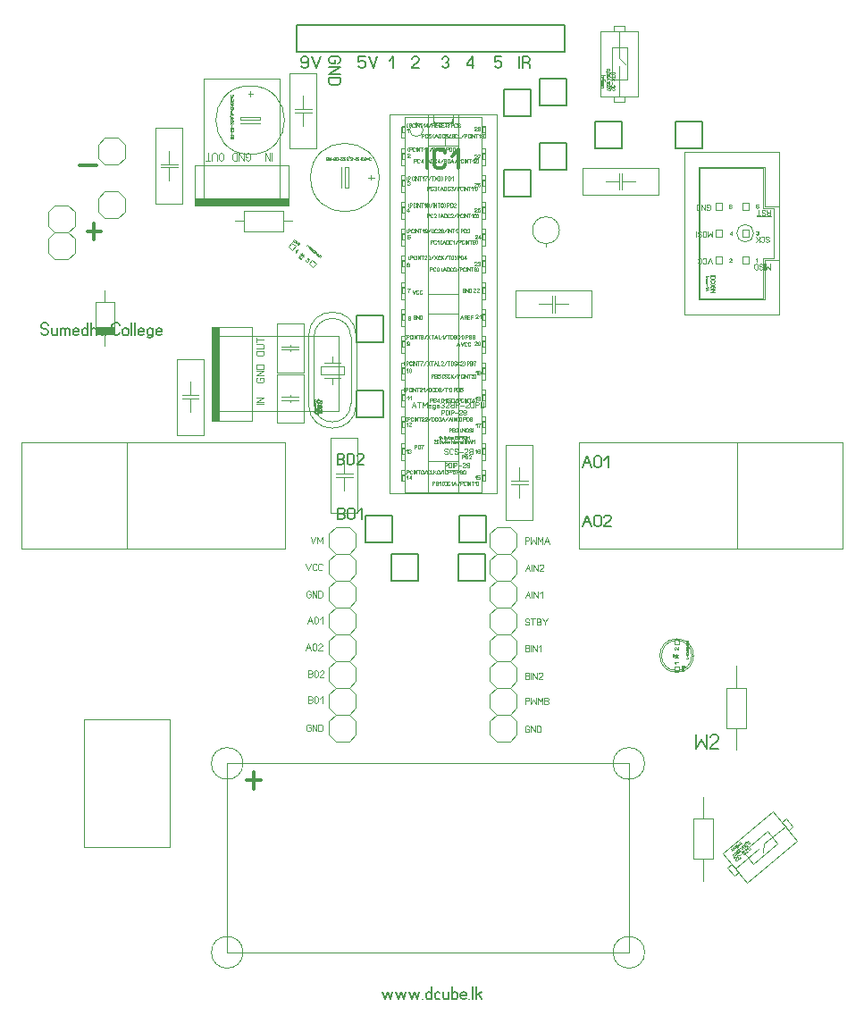
<source format=gbr>
%FSLAX34Y34*%
%MOMM*%
%LNCOPPER_BOTTOM*%
G71*
G01*
%ADD10C, 0.00*%
%ADD11C, 0.04*%
%ADD12C, 0.04*%
%ADD13C, 0.07*%
%ADD14C, 0.06*%
%ADD15C, 0.03*%
%ADD16C, 0.15*%
%ADD17C, 0.32*%
%ADD18C, 0.19*%
%ADD19C, 0.10*%
%ADD20C, 0.08*%
%ADD21C, 0.13*%
%ADD22C, 0.33*%
%ADD23C, 0.09*%
%ADD24C, 0.17*%
%ADD25C, 0.02*%
%ADD26C, 0.11*%
%ADD27C, 0.14*%
%LPD*%
G54D10*
X-637319Y235838D02*
X-564294Y235838D01*
X-564294Y-119762D01*
X-637319Y-119762D01*
X-637319Y235838D01*
G54D10*
X-640494Y226313D02*
X-637319Y226313D01*
X-637319Y221550D01*
X-640494Y221550D01*
X-640494Y226313D01*
G54D10*
X-640494Y226313D02*
X-637319Y226313D01*
X-637319Y215994D01*
X-640494Y215994D01*
X-640494Y226313D01*
G54D10*
X-564294Y226313D02*
X-561119Y226313D01*
X-561119Y221550D01*
X-564294Y221550D01*
X-564294Y226313D01*
G54D10*
X-564294Y226313D02*
X-561119Y226313D01*
X-561119Y215994D01*
X-564294Y215994D01*
X-564294Y226313D01*
G54D10*
X-640550Y200844D02*
X-637375Y200844D01*
X-637375Y196081D01*
X-640550Y196081D01*
X-640550Y200844D01*
G54D10*
X-640550Y206400D02*
X-637375Y206400D01*
X-637375Y190525D01*
X-640550Y190525D01*
X-640550Y206400D01*
G54D10*
X-640550Y175444D02*
X-637375Y175444D01*
X-637375Y170681D01*
X-640550Y170681D01*
X-640550Y175444D01*
G54D10*
X-640550Y181000D02*
X-637375Y181000D01*
X-637375Y165125D01*
X-640550Y165125D01*
X-640550Y181000D01*
G54D10*
X-640550Y150044D02*
X-637375Y150044D01*
X-637375Y145281D01*
X-640550Y145281D01*
X-640550Y150044D01*
G54D10*
X-640550Y155600D02*
X-637375Y155600D01*
X-637375Y139725D01*
X-640550Y139725D01*
X-640550Y155600D01*
G54D10*
X-640550Y124644D02*
X-637375Y124644D01*
X-637375Y119881D01*
X-640550Y119881D01*
X-640550Y124644D01*
G54D10*
X-640550Y130200D02*
X-637375Y130200D01*
X-637375Y114325D01*
X-640550Y114325D01*
X-640550Y130200D01*
G54D10*
X-640550Y99244D02*
X-637375Y99244D01*
X-637375Y94481D01*
X-640550Y94481D01*
X-640550Y99244D01*
G54D10*
X-640550Y104800D02*
X-637375Y104800D01*
X-637375Y88925D01*
X-640550Y88925D01*
X-640550Y104800D01*
G54D10*
X-640550Y73844D02*
X-637375Y73844D01*
X-637375Y69081D01*
X-640550Y69081D01*
X-640550Y73844D01*
G54D10*
X-640550Y79400D02*
X-637375Y79400D01*
X-637375Y63525D01*
X-640550Y63525D01*
X-640550Y79400D01*
G54D10*
X-640550Y48444D02*
X-637375Y48444D01*
X-637375Y43681D01*
X-640550Y43681D01*
X-640550Y48444D01*
G54D10*
X-640550Y54000D02*
X-637375Y54000D01*
X-637375Y38125D01*
X-640550Y38125D01*
X-640550Y54000D01*
G54D10*
X-640550Y23044D02*
X-637375Y23044D01*
X-637375Y18281D01*
X-640550Y18281D01*
X-640550Y23044D01*
G54D10*
X-640550Y28600D02*
X-637375Y28600D01*
X-637375Y12725D01*
X-640550Y12725D01*
X-640550Y28600D01*
G54D10*
X-640550Y-2356D02*
X-637375Y-2356D01*
X-637375Y-7118D01*
X-640550Y-7118D01*
X-640550Y-2356D01*
G54D10*
X-640550Y3200D02*
X-637375Y3200D01*
X-637375Y-12675D01*
X-640550Y-12675D01*
X-640550Y3200D01*
G54D10*
X-640550Y-27756D02*
X-637375Y-27756D01*
X-637375Y-32519D01*
X-640550Y-32519D01*
X-640550Y-27756D01*
G54D10*
X-640550Y-22200D02*
X-637375Y-22200D01*
X-637375Y-38075D01*
X-640550Y-38075D01*
X-640550Y-22200D01*
G54D10*
X-640550Y-53156D02*
X-637375Y-53156D01*
X-637375Y-57919D01*
X-640550Y-57919D01*
X-640550Y-53156D01*
G54D10*
X-640550Y-47600D02*
X-637375Y-47600D01*
X-637375Y-63475D01*
X-640550Y-63475D01*
X-640550Y-47600D01*
G54D10*
X-640550Y-78556D02*
X-637375Y-78556D01*
X-637375Y-83319D01*
X-640550Y-83319D01*
X-640550Y-78556D01*
G54D10*
X-640550Y-73000D02*
X-637375Y-73000D01*
X-637375Y-88875D01*
X-640550Y-88875D01*
X-640550Y-73000D01*
G54D10*
X-640550Y-103956D02*
X-637375Y-103956D01*
X-637375Y-108719D01*
X-640550Y-108719D01*
X-640550Y-103956D01*
G54D10*
X-640550Y-98400D02*
X-637375Y-98400D01*
X-637375Y-108719D01*
X-640550Y-108719D01*
X-640550Y-98400D01*
G54D10*
X-564350Y200844D02*
X-561175Y200844D01*
X-561175Y196081D01*
X-564350Y196081D01*
X-564350Y200844D01*
G54D10*
X-564350Y206400D02*
X-561175Y206400D01*
X-561175Y190525D01*
X-564350Y190525D01*
X-564350Y206400D01*
G54D10*
X-564350Y175444D02*
X-561175Y175444D01*
X-561175Y170681D01*
X-564350Y170681D01*
X-564350Y175444D01*
G54D10*
X-564350Y181000D02*
X-561175Y181000D01*
X-561175Y165125D01*
X-564350Y165125D01*
X-564350Y181000D01*
G54D10*
X-564350Y150044D02*
X-561175Y150044D01*
X-561175Y145281D01*
X-564350Y145281D01*
X-564350Y150044D01*
G54D10*
X-564350Y155600D02*
X-561175Y155600D01*
X-561175Y139725D01*
X-564350Y139725D01*
X-564350Y155600D01*
G54D10*
X-564350Y124644D02*
X-561175Y124644D01*
X-561175Y119881D01*
X-564350Y119881D01*
X-564350Y124644D01*
G54D10*
X-564350Y130200D02*
X-561175Y130200D01*
X-561175Y114325D01*
X-564350Y114325D01*
X-564350Y130200D01*
G54D10*
X-564350Y99244D02*
X-561175Y99244D01*
X-561175Y94481D01*
X-564350Y94481D01*
X-564350Y99244D01*
G54D10*
X-564350Y104800D02*
X-561175Y104800D01*
X-561175Y88925D01*
X-564350Y88925D01*
X-564350Y104800D01*
G54D10*
X-564350Y73844D02*
X-561175Y73844D01*
X-561175Y69081D01*
X-564350Y69081D01*
X-564350Y73844D01*
G54D10*
X-564350Y79400D02*
X-561175Y79400D01*
X-561175Y63525D01*
X-564350Y63525D01*
X-564350Y79400D01*
G54D10*
X-564350Y48444D02*
X-561175Y48444D01*
X-561175Y43681D01*
X-564350Y43681D01*
X-564350Y48444D01*
G54D10*
X-564350Y54000D02*
X-561175Y54000D01*
X-561175Y38125D01*
X-564350Y38125D01*
X-564350Y54000D01*
G54D10*
X-564350Y23044D02*
X-561175Y23044D01*
X-561175Y18281D01*
X-564350Y18281D01*
X-564350Y23044D01*
G54D10*
X-564350Y28600D02*
X-561175Y28600D01*
X-561175Y12725D01*
X-564350Y12725D01*
X-564350Y28600D01*
G54D10*
X-564350Y-2356D02*
X-561175Y-2356D01*
X-561175Y-7118D01*
X-564350Y-7118D01*
X-564350Y-2356D01*
G54D10*
X-564350Y3200D02*
X-561175Y3200D01*
X-561175Y-12675D01*
X-564350Y-12675D01*
X-564350Y3200D01*
G54D10*
X-564350Y-27756D02*
X-561175Y-27756D01*
X-561175Y-32519D01*
X-564350Y-32519D01*
X-564350Y-27756D01*
G54D10*
X-564350Y-22200D02*
X-561175Y-22200D01*
X-561175Y-38075D01*
X-564350Y-38075D01*
X-564350Y-22200D01*
G54D10*
X-564350Y-53156D02*
X-561175Y-53156D01*
X-561175Y-57919D01*
X-564350Y-57919D01*
X-564350Y-53156D01*
G54D10*
X-564350Y-47600D02*
X-561175Y-47600D01*
X-561175Y-63475D01*
X-564350Y-63475D01*
X-564350Y-47600D01*
G54D10*
X-564350Y-78556D02*
X-561175Y-78556D01*
X-561175Y-83319D01*
X-564350Y-83319D01*
X-564350Y-78556D01*
G54D10*
X-564350Y-73000D02*
X-561175Y-73000D01*
X-561175Y-88875D01*
X-564350Y-88875D01*
X-564350Y-73000D01*
G54D10*
X-564350Y-103956D02*
X-561175Y-103956D01*
X-561175Y-108719D01*
X-564350Y-108719D01*
X-564350Y-103956D01*
G54D10*
X-564350Y-98400D02*
X-561175Y-98400D01*
X-561175Y-108719D01*
X-564350Y-108719D01*
X-564350Y-98400D01*
G54D10*
G75*
G01X-619863Y223863D02*
G03X-619863Y223863I-6400J0D01*
G01*
G54D10*
G75*
G01X-610363Y235769D02*
G03X-591363Y235769I9500J0D01*
G01*
G54D11*
X-634463Y229818D02*
X-634996Y229596D01*
X-635263Y229152D01*
X-635263Y226929D01*
X-634996Y226485D01*
X-634463Y226263D01*
G54D11*
X-633463Y226263D02*
X-633463Y229818D01*
X-632129Y229818D01*
X-631596Y229596D01*
X-631329Y229152D01*
X-631329Y228707D01*
X-631596Y228263D01*
X-632129Y228040D01*
X-633463Y228040D01*
G54D11*
X-628229Y226929D02*
X-628496Y226485D01*
X-629029Y226263D01*
X-629563Y226263D01*
X-630096Y226485D01*
X-630363Y226929D01*
X-630363Y229152D01*
X-630096Y229596D01*
X-629563Y229818D01*
X-629029Y229818D01*
X-628496Y229596D01*
X-628229Y229152D01*
G54D11*
X-627263Y226263D02*
X-627263Y229818D01*
G54D11*
X-626263Y226263D02*
X-626263Y229818D01*
X-624129Y226263D01*
X-624129Y229818D01*
G54D11*
X-622096Y226263D02*
X-622096Y229818D01*
G54D11*
X-623163Y229818D02*
X-621029Y229818D01*
G54D11*
X-620063Y228485D02*
X-618729Y229818D01*
X-618729Y226263D01*
G54D11*
X-616163Y226263D02*
X-616163Y229818D01*
X-617763Y227596D01*
X-617763Y227152D01*
X-615629Y227152D01*
G54D11*
X-614663Y226263D02*
X-612529Y229818D01*
G54D11*
X-610496Y228040D02*
X-609696Y227596D01*
X-609429Y227152D01*
X-609429Y226263D01*
G54D11*
X-611563Y226263D02*
X-611563Y229818D01*
X-610229Y229818D01*
X-609696Y229596D01*
X-609429Y229152D01*
X-609429Y228707D01*
X-609696Y228263D01*
X-610229Y228040D01*
X-611563Y228040D01*
G54D11*
X-606596Y226263D02*
X-608463Y226263D01*
X-608463Y229818D01*
X-606596Y229818D01*
G54D11*
X-608463Y228040D02*
X-606596Y228040D01*
G54D11*
X-605563Y226929D02*
X-605296Y226485D01*
X-604763Y226263D01*
X-604229Y226263D01*
X-603696Y226485D01*
X-603429Y226929D01*
X-603429Y227374D01*
X-603696Y227818D01*
X-604229Y228040D01*
X-604763Y228040D01*
X-605296Y228263D01*
X-605563Y228707D01*
X-605563Y229152D01*
X-605296Y229596D01*
X-604763Y229818D01*
X-604229Y229818D01*
X-603696Y229596D01*
X-603429Y229152D01*
G54D11*
X-600596Y226263D02*
X-602463Y226263D01*
X-602463Y229818D01*
X-600596Y229818D01*
G54D11*
X-602463Y228040D02*
X-600596Y228040D01*
G54D11*
X-598496Y226263D02*
X-598496Y229818D01*
G54D11*
X-599563Y229818D02*
X-597429Y229818D01*
G54D11*
X-596463Y229818D02*
X-595929Y229596D01*
X-595663Y229152D01*
X-595663Y226929D01*
X-595929Y226485D01*
X-596463Y226263D01*
G54D11*
X-593563Y226263D02*
X-593563Y229818D01*
X-592229Y229818D01*
X-591696Y229596D01*
X-591429Y229152D01*
X-591429Y228707D01*
X-591696Y228263D01*
X-592229Y228040D01*
X-593563Y228040D01*
G54D11*
X-588329Y226929D02*
X-588596Y226485D01*
X-589129Y226263D01*
X-589663Y226263D01*
X-590196Y226485D01*
X-590463Y226929D01*
X-590463Y229152D01*
X-590196Y229596D01*
X-589663Y229818D01*
X-589129Y229818D01*
X-588596Y229596D01*
X-588329Y229152D01*
G54D11*
X-585229Y229152D02*
X-585496Y229596D01*
X-586029Y229818D01*
X-586563Y229818D01*
X-587096Y229596D01*
X-587363Y229152D01*
X-587363Y228040D01*
X-587363Y227818D01*
X-586563Y228263D01*
X-586029Y228263D01*
X-585496Y228040D01*
X-585229Y227596D01*
X-585229Y226929D01*
X-585496Y226485D01*
X-586029Y226263D01*
X-586563Y226263D01*
X-587096Y226485D01*
X-587363Y226929D01*
X-587363Y228040D01*
G54D11*
X-633863Y207018D02*
X-634396Y206796D01*
X-634663Y206352D01*
X-634663Y204129D01*
X-634396Y203685D01*
X-633863Y203463D01*
G54D11*
X-632863Y203463D02*
X-632863Y207018D01*
X-631529Y207018D01*
X-630996Y206796D01*
X-630729Y206352D01*
X-630729Y205907D01*
X-630996Y205463D01*
X-631529Y205240D01*
X-632863Y205240D01*
G54D11*
X-627629Y204129D02*
X-627896Y203685D01*
X-628429Y203463D01*
X-628963Y203463D01*
X-629496Y203685D01*
X-629763Y204129D01*
X-629763Y206352D01*
X-629496Y206796D01*
X-628963Y207018D01*
X-628429Y207018D01*
X-627896Y206796D01*
X-627629Y206352D01*
G54D11*
X-626663Y203463D02*
X-626663Y207018D01*
G54D11*
X-625663Y203463D02*
X-625663Y207018D01*
X-623529Y203463D01*
X-623529Y207018D01*
G54D11*
X-621496Y203463D02*
X-621496Y207018D01*
G54D11*
X-622563Y207018D02*
X-620429Y207018D01*
G54D11*
X-619463Y205685D02*
X-618129Y207018D01*
X-618129Y203463D01*
G54D11*
X-615029Y206352D02*
X-615296Y206796D01*
X-615829Y207018D01*
X-616363Y207018D01*
X-616896Y206796D01*
X-617163Y206352D01*
X-617163Y205240D01*
X-617163Y205018D01*
X-616363Y205463D01*
X-615829Y205463D01*
X-615296Y205240D01*
X-615029Y204796D01*
X-615029Y204129D01*
X-615296Y203685D01*
X-615829Y203463D01*
X-616363Y203463D01*
X-616896Y203685D01*
X-617163Y204129D01*
X-617163Y205240D01*
G54D11*
X-614063Y203463D02*
X-611929Y207018D01*
G54D11*
X-609896Y205240D02*
X-609096Y204796D01*
X-608829Y204352D01*
X-608829Y203463D01*
G54D11*
X-610963Y203463D02*
X-610963Y207018D01*
X-609629Y207018D01*
X-609096Y206796D01*
X-608829Y206352D01*
X-608829Y205907D01*
X-609096Y205463D01*
X-609629Y205240D01*
X-610963Y205240D01*
G54D11*
X-607863Y207018D02*
X-605196Y203463D01*
G54D11*
X-607863Y203463D02*
X-605196Y207018D01*
G54D11*
X-604163Y203463D02*
X-604163Y207018D01*
X-602829Y207018D01*
X-602296Y206796D01*
X-602029Y206352D01*
X-602029Y204129D01*
X-602296Y203685D01*
X-602829Y203463D01*
X-604163Y203463D01*
G54D11*
X-601063Y207018D02*
X-600529Y206796D01*
X-600263Y206352D01*
X-600263Y204129D01*
X-600529Y203685D01*
X-601063Y203463D01*
G54D11*
X-598163Y203463D02*
X-598163Y207018D01*
X-596829Y207018D01*
X-596296Y206796D01*
X-596029Y206352D01*
X-596029Y205907D01*
X-596296Y205463D01*
X-596829Y205240D01*
X-598163Y205240D01*
G54D11*
X-595063Y203463D02*
X-595063Y207018D01*
X-593729Y207018D01*
X-593196Y206796D01*
X-592929Y206352D01*
X-592929Y204129D01*
X-593196Y203685D01*
X-593729Y203463D01*
X-595063Y203463D01*
G54D11*
X-589829Y206352D02*
X-589829Y204129D01*
X-590096Y203685D01*
X-590629Y203463D01*
X-591163Y203463D01*
X-591696Y203685D01*
X-591963Y204129D01*
X-591963Y206352D01*
X-591696Y206796D01*
X-591163Y207018D01*
X-590629Y207018D01*
X-590096Y206796D01*
X-589829Y206352D01*
G54D11*
X-635063Y179618D02*
X-635596Y179396D01*
X-635863Y178952D01*
X-635863Y176729D01*
X-635596Y176285D01*
X-635063Y176063D01*
G54D11*
X-634063Y176063D02*
X-634063Y179618D01*
X-632729Y179618D01*
X-632196Y179396D01*
X-631929Y178952D01*
X-631929Y178507D01*
X-632196Y178063D01*
X-632729Y177840D01*
X-634063Y177840D01*
G54D11*
X-628829Y176729D02*
X-629096Y176285D01*
X-629629Y176063D01*
X-630163Y176063D01*
X-630696Y176285D01*
X-630963Y176729D01*
X-630963Y178952D01*
X-630696Y179396D01*
X-630163Y179618D01*
X-629629Y179618D01*
X-629096Y179396D01*
X-628829Y178952D01*
G54D11*
X-627863Y176063D02*
X-627863Y179618D01*
G54D11*
X-626863Y176063D02*
X-626863Y179618D01*
X-624729Y176063D01*
X-624729Y179618D01*
G54D11*
X-622696Y176063D02*
X-622696Y179618D01*
G54D11*
X-623763Y179618D02*
X-621629Y179618D01*
G54D11*
X-620663Y178285D02*
X-619329Y179618D01*
X-619329Y176063D01*
G54D11*
X-618363Y179618D02*
X-616229Y179618D01*
X-616496Y179174D01*
X-617029Y178507D01*
X-617563Y177618D01*
X-617829Y176952D01*
X-617829Y176063D01*
G54D11*
X-615263Y176063D02*
X-613129Y179618D01*
G54D11*
X-611096Y176063D02*
X-611096Y179618D01*
G54D11*
X-612163Y179618D02*
X-610029Y179618D01*
G54D11*
X-609063Y179618D02*
X-606396Y176063D01*
G54D11*
X-609063Y176063D02*
X-606396Y179618D01*
G54D11*
X-605363Y176063D02*
X-605363Y179618D01*
X-604029Y179618D01*
X-603496Y179396D01*
X-603229Y178952D01*
X-603229Y176729D01*
X-603496Y176285D01*
X-604029Y176063D01*
X-605363Y176063D01*
G54D11*
X-602263Y179618D02*
X-601729Y179396D01*
X-601463Y178952D01*
X-601463Y176729D01*
X-601729Y176285D01*
X-602263Y176063D01*
G54D11*
X-599363Y176063D02*
X-599363Y179618D01*
X-598029Y179618D01*
X-597496Y179396D01*
X-597229Y178952D01*
X-597229Y178507D01*
X-597496Y178063D01*
X-598029Y177840D01*
X-599363Y177840D01*
G54D11*
X-596263Y176063D02*
X-596263Y179618D01*
X-594929Y179618D01*
X-594396Y179396D01*
X-594129Y178952D01*
X-594129Y176729D01*
X-594396Y176285D01*
X-594929Y176063D01*
X-596263Y176063D01*
G54D11*
X-593163Y178285D02*
X-591829Y179618D01*
X-591829Y176063D01*
G54D11*
X-633413Y154218D02*
X-633946Y153996D01*
X-634213Y153552D01*
X-634213Y151329D01*
X-633946Y150885D01*
X-633413Y150663D01*
G54D11*
X-632413Y150663D02*
X-632413Y154218D01*
X-631079Y154218D01*
X-630546Y153996D01*
X-630279Y153552D01*
X-630279Y153107D01*
X-630546Y152663D01*
X-631079Y152440D01*
X-632413Y152440D01*
G54D11*
X-627179Y151329D02*
X-627446Y150885D01*
X-627979Y150663D01*
X-628513Y150663D01*
X-629046Y150885D01*
X-629313Y151329D01*
X-629313Y153552D01*
X-629046Y153996D01*
X-628513Y154218D01*
X-627979Y154218D01*
X-627446Y153996D01*
X-627179Y153552D01*
G54D11*
X-626213Y150663D02*
X-626213Y154218D01*
G54D11*
X-625213Y150663D02*
X-625213Y154218D01*
X-623079Y150663D01*
X-623079Y154218D01*
G54D11*
X-621046Y150663D02*
X-621046Y154218D01*
G54D11*
X-622113Y154218D02*
X-619979Y154218D01*
G54D11*
X-619013Y152885D02*
X-617679Y154218D01*
X-617679Y150663D01*
G54D11*
X-615379Y152440D02*
X-615913Y152440D01*
X-616446Y152663D01*
X-616713Y153107D01*
X-616713Y153552D01*
X-616446Y153996D01*
X-615913Y154218D01*
X-615379Y154218D01*
X-614846Y153996D01*
X-614579Y153552D01*
X-614579Y153107D01*
X-614846Y152663D01*
X-615379Y152440D01*
X-614846Y152218D01*
X-614579Y151774D01*
X-614579Y151329D01*
X-614846Y150885D01*
X-615379Y150663D01*
X-615913Y150663D01*
X-616446Y150885D01*
X-616713Y151329D01*
X-616713Y151774D01*
X-616446Y152218D01*
X-615913Y152440D01*
G54D11*
X-613613Y150663D02*
X-611479Y154218D01*
G54D11*
X-610513Y150663D02*
X-610513Y154218D01*
G54D11*
X-609513Y150663D02*
X-609513Y154218D01*
X-607379Y150663D01*
X-607379Y154218D01*
G54D11*
X-605346Y150663D02*
X-605346Y154218D01*
G54D11*
X-606413Y154218D02*
X-604279Y154218D01*
G54D11*
X-601179Y153552D02*
X-601179Y151329D01*
X-601446Y150885D01*
X-601979Y150663D01*
X-602513Y150663D01*
X-603046Y150885D01*
X-603313Y151329D01*
X-603313Y153552D01*
X-603046Y153996D01*
X-602513Y154218D01*
X-601979Y154218D01*
X-601446Y153996D01*
X-601179Y153552D01*
G54D11*
X-600213Y154218D02*
X-599679Y153996D01*
X-599413Y153552D01*
X-599413Y151329D01*
X-599679Y150885D01*
X-600213Y150663D01*
G54D11*
X-597313Y150663D02*
X-597313Y154218D01*
X-595979Y154218D01*
X-595446Y153996D01*
X-595179Y153552D01*
X-595179Y153107D01*
X-595446Y152663D01*
X-595979Y152440D01*
X-597313Y152440D01*
G54D11*
X-594213Y150663D02*
X-594213Y154218D01*
X-592879Y154218D01*
X-592346Y153996D01*
X-592079Y153552D01*
X-592079Y151329D01*
X-592346Y150885D01*
X-592879Y150663D01*
X-594213Y150663D01*
G54D11*
X-588979Y150663D02*
X-591113Y150663D01*
X-591113Y150885D01*
X-590846Y151329D01*
X-589246Y152663D01*
X-588979Y153107D01*
X-588979Y153552D01*
X-589246Y153996D01*
X-589779Y154218D01*
X-590313Y154218D01*
X-590846Y153996D01*
X-591113Y153552D01*
G54D11*
X-635163Y129818D02*
X-635696Y129596D01*
X-635963Y129152D01*
X-635963Y126929D01*
X-635696Y126485D01*
X-635163Y126263D01*
G54D11*
X-634163Y126263D02*
X-634163Y129818D01*
X-632829Y129818D01*
X-632296Y129596D01*
X-632029Y129152D01*
X-632029Y128707D01*
X-632296Y128263D01*
X-632829Y128040D01*
X-634163Y128040D01*
G54D11*
X-628929Y126929D02*
X-629196Y126485D01*
X-629729Y126263D01*
X-630263Y126263D01*
X-630796Y126485D01*
X-631063Y126929D01*
X-631063Y129152D01*
X-630796Y129596D01*
X-630263Y129818D01*
X-629729Y129818D01*
X-629196Y129596D01*
X-628929Y129152D01*
G54D11*
X-627963Y126263D02*
X-627963Y129818D01*
G54D11*
X-626963Y126263D02*
X-626963Y129818D01*
X-624829Y126263D01*
X-624829Y129818D01*
G54D11*
X-622796Y126263D02*
X-622796Y129818D01*
G54D11*
X-623863Y129818D02*
X-621729Y129818D01*
G54D11*
X-620763Y128485D02*
X-619429Y129818D01*
X-619429Y126263D01*
G54D11*
X-618463Y126929D02*
X-618196Y126485D01*
X-617663Y126263D01*
X-617129Y126263D01*
X-616596Y126485D01*
X-616329Y126929D01*
X-616329Y128040D01*
X-616329Y128263D01*
X-617129Y127818D01*
X-617663Y127818D01*
X-618196Y128040D01*
X-618463Y128485D01*
X-618463Y129152D01*
X-618196Y129596D01*
X-617663Y129818D01*
X-617129Y129818D01*
X-616596Y129596D01*
X-616329Y129152D01*
X-616329Y128040D01*
G54D11*
X-615363Y126263D02*
X-613229Y129818D01*
G54D11*
X-610129Y129152D02*
X-610129Y126929D01*
X-610396Y126485D01*
X-610929Y126263D01*
X-611463Y126263D01*
X-611996Y126485D01*
X-612263Y126929D01*
X-612263Y129152D01*
X-611996Y129596D01*
X-611463Y129818D01*
X-610929Y129818D01*
X-610396Y129596D01*
X-610129Y129152D01*
G54D11*
X-607029Y126929D02*
X-607296Y126485D01*
X-607829Y126263D01*
X-608363Y126263D01*
X-608896Y126485D01*
X-609163Y126929D01*
X-609163Y129152D01*
X-608896Y129596D01*
X-608363Y129818D01*
X-607829Y129818D01*
X-607296Y129596D01*
X-607029Y129152D01*
G54D11*
X-603929Y126263D02*
X-606063Y126263D01*
X-606063Y126485D01*
X-605796Y126929D01*
X-604196Y128263D01*
X-603929Y128707D01*
X-603929Y129152D01*
X-604196Y129596D01*
X-604729Y129818D01*
X-605263Y129818D01*
X-605796Y129596D01*
X-606063Y129152D01*
G54D11*
X-602963Y126263D02*
X-602963Y129818D01*
X-601629Y129818D01*
X-601096Y129596D01*
X-600829Y129152D01*
X-600829Y128707D01*
X-601096Y128263D01*
X-601629Y128040D01*
X-601096Y127818D01*
X-600829Y127374D01*
X-600829Y126929D01*
X-601096Y126485D01*
X-601629Y126263D01*
X-602963Y126263D01*
G54D11*
X-602963Y128040D02*
X-601629Y128040D01*
G54D11*
X-599863Y126263D02*
X-597729Y129818D01*
G54D11*
X-596763Y126263D02*
X-596763Y129818D01*
G54D11*
X-595763Y126263D02*
X-595763Y129818D01*
X-593629Y126263D01*
X-593629Y129818D01*
G54D11*
X-591596Y126263D02*
X-591596Y129818D01*
G54D11*
X-592663Y129818D02*
X-590529Y129818D01*
G54D11*
X-589563Y128485D02*
X-588229Y129818D01*
X-588229Y126263D01*
G54D11*
X-587263Y129818D02*
X-586729Y129596D01*
X-586463Y129152D01*
X-586463Y126929D01*
X-586729Y126485D01*
X-587263Y126263D01*
G54D11*
X-584363Y126263D02*
X-584363Y129818D01*
X-583029Y129818D01*
X-582496Y129596D01*
X-582229Y129152D01*
X-582229Y128707D01*
X-582496Y128263D01*
X-583029Y128040D01*
X-584363Y128040D01*
G54D11*
X-581263Y126263D02*
X-581263Y129818D01*
X-579929Y129818D01*
X-579396Y129596D01*
X-579129Y129152D01*
X-579129Y126929D01*
X-579396Y126485D01*
X-579929Y126263D01*
X-581263Y126263D01*
G54D11*
X-578163Y129152D02*
X-577896Y129596D01*
X-577363Y129818D01*
X-576829Y129818D01*
X-576296Y129596D01*
X-576029Y129152D01*
X-576029Y128707D01*
X-576296Y128263D01*
X-576829Y128040D01*
X-576296Y127818D01*
X-576029Y127374D01*
X-576029Y126929D01*
X-576296Y126485D01*
X-576829Y126263D01*
X-577363Y126263D01*
X-577896Y126485D01*
X-578163Y126929D01*
G54D11*
X-633213Y104418D02*
X-633746Y104196D01*
X-634013Y103752D01*
X-634013Y101529D01*
X-633746Y101085D01*
X-633213Y100863D01*
G54D11*
X-632213Y100863D02*
X-632213Y104418D01*
X-630879Y104418D01*
X-630346Y104196D01*
X-630079Y103752D01*
X-630079Y103307D01*
X-630346Y102863D01*
X-630879Y102640D01*
X-632213Y102640D01*
G54D11*
X-626979Y101529D02*
X-627246Y101085D01*
X-627779Y100863D01*
X-628313Y100863D01*
X-628846Y101085D01*
X-629113Y101529D01*
X-629113Y103752D01*
X-628846Y104196D01*
X-628313Y104418D01*
X-627779Y104418D01*
X-627246Y104196D01*
X-626979Y103752D01*
G54D11*
X-626013Y100863D02*
X-626013Y104418D01*
G54D11*
X-625013Y100863D02*
X-625013Y104418D01*
X-622879Y100863D01*
X-622879Y104418D01*
G54D11*
X-620846Y100863D02*
X-620846Y104418D01*
G54D11*
X-621913Y104418D02*
X-619779Y104418D01*
G54D11*
X-616679Y100863D02*
X-618813Y100863D01*
X-618813Y101085D01*
X-618546Y101529D01*
X-616946Y102863D01*
X-616679Y103307D01*
X-616679Y103752D01*
X-616946Y104196D01*
X-617479Y104418D01*
X-618013Y104418D01*
X-618546Y104196D01*
X-618813Y103752D01*
G54D11*
X-613579Y103752D02*
X-613579Y101529D01*
X-613846Y101085D01*
X-614379Y100863D01*
X-614913Y100863D01*
X-615446Y101085D01*
X-615713Y101529D01*
X-615713Y103752D01*
X-615446Y104196D01*
X-614913Y104418D01*
X-614379Y104418D01*
X-613846Y104196D01*
X-613579Y103752D01*
G54D11*
X-612613Y100863D02*
X-610479Y104418D01*
G54D11*
X-609513Y104418D02*
X-606846Y100863D01*
G54D11*
X-609513Y100863D02*
X-606846Y104418D01*
G54D11*
X-603679Y101529D02*
X-603946Y101085D01*
X-604479Y100863D01*
X-605013Y100863D01*
X-605546Y101085D01*
X-605813Y101529D01*
X-605813Y103752D01*
X-605546Y104196D01*
X-605013Y104418D01*
X-604479Y104418D01*
X-603946Y104196D01*
X-603679Y103752D01*
G54D11*
X-602713Y100863D02*
X-602713Y104418D01*
G54D11*
X-602713Y101974D02*
X-600579Y104418D01*
G54D11*
X-601913Y102640D02*
X-600579Y100863D01*
G54D11*
X-599613Y100863D02*
X-597479Y104418D01*
G54D11*
X-595446Y100863D02*
X-595446Y104418D01*
G54D11*
X-596513Y104418D02*
X-594379Y104418D01*
G54D11*
X-591279Y103752D02*
X-591279Y101529D01*
X-591546Y101085D01*
X-592079Y100863D01*
X-592613Y100863D01*
X-593146Y101085D01*
X-593413Y101529D01*
X-593413Y103752D01*
X-593146Y104196D01*
X-592613Y104418D01*
X-592079Y104418D01*
X-591546Y104196D01*
X-591279Y103752D01*
G54D11*
X-590313Y104418D02*
X-589779Y104196D01*
X-589513Y103752D01*
X-589513Y101529D01*
X-589779Y101085D01*
X-590313Y100863D01*
G54D11*
X-587413Y100863D02*
X-587413Y104418D01*
X-586079Y104418D01*
X-585546Y104196D01*
X-585279Y103752D01*
X-585279Y103307D01*
X-585546Y102863D01*
X-586079Y102640D01*
X-587413Y102640D01*
G54D11*
X-584313Y100863D02*
X-584313Y104418D01*
X-582979Y104418D01*
X-582446Y104196D01*
X-582179Y103752D01*
X-582179Y101529D01*
X-582446Y101085D01*
X-582979Y100863D01*
X-584313Y100863D01*
G54D11*
X-579613Y100863D02*
X-579613Y104418D01*
X-581213Y102196D01*
X-581213Y101752D01*
X-579079Y101752D01*
G54D11*
X-630163Y71918D02*
X-628829Y68363D01*
X-627496Y71918D01*
G54D11*
X-624329Y69029D02*
X-624596Y68585D01*
X-625129Y68363D01*
X-625663Y68363D01*
X-626196Y68585D01*
X-626463Y69029D01*
X-626463Y71252D01*
X-626196Y71696D01*
X-625663Y71918D01*
X-625129Y71918D01*
X-624596Y71696D01*
X-624329Y71252D01*
G54D11*
X-621229Y69029D02*
X-621496Y68585D01*
X-622029Y68363D01*
X-622563Y68363D01*
X-623096Y68585D01*
X-623363Y69029D01*
X-623363Y71252D01*
X-623096Y71696D01*
X-622563Y71918D01*
X-622029Y71918D01*
X-621496Y71696D01*
X-621229Y71252D01*
G54D11*
X-628196Y46340D02*
X-627129Y46340D01*
X-627129Y45229D01*
X-627396Y44785D01*
X-627929Y44563D01*
X-628463Y44563D01*
X-628996Y44785D01*
X-629263Y45229D01*
X-629263Y47452D01*
X-628996Y47896D01*
X-628463Y48118D01*
X-627929Y48118D01*
X-627396Y47896D01*
X-627129Y47452D01*
G54D11*
X-626163Y44563D02*
X-626163Y48118D01*
X-624029Y44563D01*
X-624029Y48118D01*
G54D11*
X-623063Y44563D02*
X-623063Y48118D01*
X-621729Y48118D01*
X-621196Y47896D01*
X-620929Y47452D01*
X-620929Y45229D01*
X-621196Y44785D01*
X-621729Y44563D01*
X-623063Y44563D01*
G54D11*
X-636613Y29218D02*
X-637146Y28996D01*
X-637413Y28552D01*
X-637413Y26329D01*
X-637146Y25885D01*
X-636613Y25663D01*
G54D11*
X-635613Y25663D02*
X-635613Y29218D01*
X-634279Y29218D01*
X-633746Y28996D01*
X-633479Y28552D01*
X-633479Y28107D01*
X-633746Y27663D01*
X-634279Y27440D01*
X-635613Y27440D01*
G54D11*
X-630379Y26329D02*
X-630646Y25885D01*
X-631179Y25663D01*
X-631713Y25663D01*
X-632246Y25885D01*
X-632513Y26329D01*
X-632513Y28552D01*
X-632246Y28996D01*
X-631713Y29218D01*
X-631179Y29218D01*
X-630646Y28996D01*
X-630379Y28552D01*
G54D11*
X-629413Y25663D02*
X-629413Y29218D01*
G54D11*
X-628413Y25663D02*
X-628413Y29218D01*
X-626279Y25663D01*
X-626279Y29218D01*
G54D11*
X-624246Y25663D02*
X-624246Y29218D01*
G54D11*
X-625313Y29218D02*
X-623179Y29218D01*
G54D11*
X-620079Y28552D02*
X-620346Y28996D01*
X-620879Y29218D01*
X-621413Y29218D01*
X-621946Y28996D01*
X-622213Y28552D01*
X-622213Y27440D01*
X-622213Y27218D01*
X-621413Y27663D01*
X-620879Y27663D01*
X-620346Y27440D01*
X-620079Y26996D01*
X-620079Y26329D01*
X-620346Y25885D01*
X-620879Y25663D01*
X-621413Y25663D01*
X-621946Y25885D01*
X-622213Y26329D01*
X-622213Y27440D01*
G54D11*
X-619113Y25663D02*
X-616979Y29218D01*
G54D11*
X-616013Y29218D02*
X-613346Y25663D01*
G54D11*
X-616013Y25663D02*
X-613346Y29218D01*
G54D11*
X-611246Y25663D02*
X-611246Y29218D01*
G54D11*
X-612313Y29218D02*
X-610179Y29218D01*
G54D11*
X-609213Y25663D02*
X-607879Y29218D01*
X-606546Y25663D01*
G54D11*
X-608679Y26996D02*
X-607079Y26996D01*
G54D11*
X-605513Y29218D02*
X-605513Y25663D01*
X-603646Y25663D01*
G54D11*
X-602613Y27885D02*
X-601279Y29218D01*
X-601279Y25663D01*
G54D11*
X-600313Y25663D02*
X-598179Y29218D01*
G54D11*
X-596146Y25663D02*
X-596146Y29218D01*
G54D11*
X-597213Y29218D02*
X-595079Y29218D01*
G54D11*
X-591979Y28552D02*
X-591979Y26329D01*
X-592246Y25885D01*
X-592779Y25663D01*
X-593313Y25663D01*
X-593846Y25885D01*
X-594113Y26329D01*
X-594113Y28552D01*
X-593846Y28996D01*
X-593313Y29218D01*
X-592779Y29218D01*
X-592246Y28996D01*
X-591979Y28552D01*
G54D11*
X-591013Y26329D02*
X-590746Y25885D01*
X-590213Y25663D01*
X-589679Y25663D01*
X-589146Y25885D01*
X-588879Y26329D01*
X-588879Y26774D01*
X-589146Y27218D01*
X-589679Y27440D01*
X-590213Y27440D01*
X-590746Y27663D01*
X-591013Y28107D01*
X-591013Y28552D01*
X-590746Y28996D01*
X-590213Y29218D01*
X-589679Y29218D01*
X-589146Y28996D01*
X-588879Y28552D01*
G54D11*
X-585779Y26329D02*
X-586046Y25885D01*
X-586579Y25663D01*
X-587113Y25663D01*
X-587646Y25885D01*
X-587913Y26329D01*
X-587913Y28552D01*
X-587646Y28996D01*
X-587113Y29218D01*
X-586579Y29218D01*
X-586046Y28996D01*
X-585779Y28552D01*
G54D11*
X-584813Y27885D02*
X-583479Y29218D01*
X-583479Y25663D01*
G54D11*
X-582513Y29218D02*
X-581979Y28996D01*
X-581713Y28552D01*
X-581713Y26329D01*
X-581979Y25885D01*
X-582513Y25663D01*
G54D11*
X-579613Y25663D02*
X-579613Y29218D01*
X-578279Y29218D01*
X-577746Y28996D01*
X-577479Y28552D01*
X-577479Y28107D01*
X-577746Y27663D01*
X-578279Y27440D01*
X-579613Y27440D01*
G54D11*
X-576513Y25663D02*
X-576513Y29218D01*
X-575179Y29218D01*
X-574646Y28996D01*
X-574379Y28552D01*
X-574379Y28107D01*
X-574646Y27663D01*
X-575179Y27440D01*
X-574646Y27218D01*
X-574379Y26774D01*
X-574379Y26329D01*
X-574646Y25885D01*
X-575179Y25663D01*
X-576513Y25663D01*
G54D11*
X-576513Y27440D02*
X-575179Y27440D01*
G54D11*
X-571279Y28552D02*
X-571546Y28996D01*
X-572079Y29218D01*
X-572613Y29218D01*
X-573146Y28996D01*
X-573413Y28552D01*
X-573413Y27440D01*
X-573413Y27218D01*
X-572613Y27663D01*
X-572079Y27663D01*
X-571546Y27440D01*
X-571279Y26996D01*
X-571279Y26329D01*
X-571546Y25885D01*
X-572079Y25663D01*
X-572613Y25663D01*
X-573146Y25885D01*
X-573413Y26329D01*
X-573413Y27440D01*
G54D11*
X-637063Y4318D02*
X-637596Y4096D01*
X-637863Y3652D01*
X-637863Y1429D01*
X-637596Y985D01*
X-637063Y763D01*
G54D11*
X-636063Y763D02*
X-636063Y4318D01*
X-634729Y4318D01*
X-634196Y4096D01*
X-633929Y3652D01*
X-633929Y3207D01*
X-634196Y2763D01*
X-634729Y2540D01*
X-636063Y2540D01*
G54D11*
X-630829Y1429D02*
X-631096Y985D01*
X-631629Y763D01*
X-632163Y763D01*
X-632696Y985D01*
X-632963Y1429D01*
X-632963Y3652D01*
X-632696Y4096D01*
X-632163Y4318D01*
X-631629Y4318D01*
X-631096Y4096D01*
X-630829Y3652D01*
G54D11*
X-629863Y763D02*
X-629863Y4318D01*
G54D11*
X-628863Y763D02*
X-628863Y4318D01*
X-626729Y763D01*
X-626729Y4318D01*
G54D11*
X-624696Y763D02*
X-624696Y4318D01*
G54D11*
X-625763Y4318D02*
X-623629Y4318D01*
G54D11*
X-622663Y4318D02*
X-620529Y4318D01*
X-620796Y3874D01*
X-621329Y3207D01*
X-621863Y2318D01*
X-622129Y1652D01*
X-622129Y763D01*
G54D11*
X-619563Y763D02*
X-617429Y4318D01*
G54D11*
X-616463Y4318D02*
X-613796Y763D01*
G54D11*
X-616463Y763D02*
X-613796Y4318D01*
G54D11*
X-611696Y763D02*
X-611696Y4318D01*
G54D11*
X-612763Y4318D02*
X-610629Y4318D01*
G54D11*
X-609663Y763D02*
X-608329Y4318D01*
X-606996Y763D01*
G54D11*
X-609129Y2096D02*
X-607529Y2096D01*
G54D11*
X-605963Y4318D02*
X-605963Y763D01*
X-604096Y763D01*
G54D11*
X-600929Y763D02*
X-603063Y763D01*
X-603063Y985D01*
X-602796Y1429D01*
X-601196Y2763D01*
X-600929Y3207D01*
X-600929Y3652D01*
X-601196Y4096D01*
X-601729Y4318D01*
X-602263Y4318D01*
X-602796Y4096D01*
X-603063Y3652D01*
G54D11*
X-599963Y763D02*
X-597829Y4318D01*
G54D11*
X-595796Y763D02*
X-595796Y4318D01*
G54D11*
X-596863Y4318D02*
X-594729Y4318D01*
G54D11*
X-591629Y3652D02*
X-591629Y1429D01*
X-591896Y985D01*
X-592429Y763D01*
X-592963Y763D01*
X-593496Y985D01*
X-593763Y1429D01*
X-593763Y3652D01*
X-593496Y4096D01*
X-592963Y4318D01*
X-592429Y4318D01*
X-591896Y4096D01*
X-591629Y3652D01*
G54D11*
X-590663Y1429D02*
X-590396Y985D01*
X-589863Y763D01*
X-589329Y763D01*
X-588796Y985D01*
X-588529Y1429D01*
X-588529Y1874D01*
X-588796Y2318D01*
X-589329Y2540D01*
X-589863Y2540D01*
X-590396Y2763D01*
X-590663Y3207D01*
X-590663Y3652D01*
X-590396Y4096D01*
X-589863Y4318D01*
X-589329Y4318D01*
X-588796Y4096D01*
X-588529Y3652D01*
G54D11*
X-585429Y1429D02*
X-585696Y985D01*
X-586229Y763D01*
X-586763Y763D01*
X-587296Y985D01*
X-587563Y1429D01*
X-587563Y3652D01*
X-587296Y4096D01*
X-586763Y4318D01*
X-586229Y4318D01*
X-585696Y4096D01*
X-585429Y3652D01*
G54D11*
X-582329Y763D02*
X-584463Y763D01*
X-584463Y985D01*
X-584196Y1429D01*
X-582596Y2763D01*
X-582329Y3207D01*
X-582329Y3652D01*
X-582596Y4096D01*
X-583129Y4318D01*
X-583663Y4318D01*
X-584196Y4096D01*
X-584463Y3652D01*
G54D11*
X-581363Y4318D02*
X-580829Y4096D01*
X-580563Y3652D01*
X-580563Y1429D01*
X-580829Y985D01*
X-581363Y763D01*
G54D11*
X-578463Y763D02*
X-578463Y4318D01*
X-577129Y4318D01*
X-576596Y4096D01*
X-576329Y3652D01*
X-576329Y3207D01*
X-576596Y2763D01*
X-577129Y2540D01*
X-578463Y2540D01*
G54D11*
X-575363Y763D02*
X-575363Y4318D01*
X-574029Y4318D01*
X-573496Y4096D01*
X-573229Y3652D01*
X-573229Y3207D01*
X-573496Y2763D01*
X-574029Y2540D01*
X-573496Y2318D01*
X-573229Y1874D01*
X-573229Y1429D01*
X-573496Y985D01*
X-574029Y763D01*
X-575363Y763D01*
G54D11*
X-575363Y2540D02*
X-574029Y2540D01*
G54D11*
X-572263Y4318D02*
X-570129Y4318D01*
X-570396Y3874D01*
X-570929Y3207D01*
X-571463Y2318D01*
X-571729Y1652D01*
X-571729Y763D01*
G54D11*
X-637663Y-20582D02*
X-638196Y-20804D01*
X-638463Y-21248D01*
X-638463Y-23470D01*
X-638196Y-23915D01*
X-637663Y-24137D01*
G54D11*
X-636663Y-24137D02*
X-636663Y-20582D01*
X-635329Y-20582D01*
X-634796Y-20804D01*
X-634529Y-21248D01*
X-634529Y-21693D01*
X-634796Y-22137D01*
X-635329Y-22360D01*
X-636663Y-22360D01*
G54D11*
X-631429Y-23470D02*
X-631696Y-23915D01*
X-632229Y-24137D01*
X-632763Y-24137D01*
X-633296Y-23915D01*
X-633563Y-23470D01*
X-633563Y-21248D01*
X-633296Y-20804D01*
X-632763Y-20582D01*
X-632229Y-20582D01*
X-631696Y-20804D01*
X-631429Y-21248D01*
G54D11*
X-630463Y-24137D02*
X-630463Y-20582D01*
G54D11*
X-629463Y-24137D02*
X-629463Y-20582D01*
X-627329Y-24137D01*
X-627329Y-20582D01*
G54D11*
X-625296Y-24137D02*
X-625296Y-20582D01*
G54D11*
X-626363Y-20582D02*
X-624229Y-20582D01*
G54D11*
X-621129Y-24137D02*
X-623263Y-24137D01*
X-623263Y-23915D01*
X-622996Y-23470D01*
X-621396Y-22137D01*
X-621129Y-21693D01*
X-621129Y-21248D01*
X-621396Y-20804D01*
X-621929Y-20582D01*
X-622463Y-20582D01*
X-622996Y-20804D01*
X-623263Y-21248D01*
G54D11*
X-620163Y-21915D02*
X-618829Y-20582D01*
X-618829Y-24137D01*
G54D11*
X-617863Y-24137D02*
X-615729Y-20582D01*
G54D11*
X-612629Y-21248D02*
X-612629Y-23470D01*
X-612896Y-23915D01*
X-613429Y-24137D01*
X-613963Y-24137D01*
X-614496Y-23915D01*
X-614763Y-23470D01*
X-614763Y-21248D01*
X-614496Y-20804D01*
X-613963Y-20582D01*
X-613429Y-20582D01*
X-612896Y-20804D01*
X-612629Y-21248D01*
G54D11*
X-609529Y-23470D02*
X-609796Y-23915D01*
X-610329Y-24137D01*
X-610863Y-24137D01*
X-611396Y-23915D01*
X-611663Y-23470D01*
X-611663Y-21248D01*
X-611396Y-20804D01*
X-610863Y-20582D01*
X-610329Y-20582D01*
X-609796Y-20804D01*
X-609529Y-21248D01*
G54D11*
X-606429Y-21248D02*
X-606429Y-23470D01*
X-606696Y-23915D01*
X-607229Y-24137D01*
X-607763Y-24137D01*
X-608296Y-23915D01*
X-608563Y-23470D01*
X-608563Y-21248D01*
X-608296Y-20804D01*
X-607763Y-20582D01*
X-607229Y-20582D01*
X-606696Y-20804D01*
X-606429Y-21248D01*
G54D11*
X-605463Y-24137D02*
X-605463Y-20582D01*
X-604129Y-20582D01*
X-603596Y-20804D01*
X-603329Y-21248D01*
X-603329Y-21693D01*
X-603596Y-22137D01*
X-604129Y-22360D01*
X-603596Y-22582D01*
X-603329Y-23026D01*
X-603329Y-23470D01*
X-603596Y-23915D01*
X-604129Y-24137D01*
X-605463Y-24137D01*
G54D11*
X-605463Y-22360D02*
X-604129Y-22360D01*
G54D11*
X-602363Y-24137D02*
X-600229Y-20582D01*
G54D11*
X-598196Y-24137D02*
X-598196Y-20582D01*
G54D11*
X-599263Y-20582D02*
X-597129Y-20582D01*
G54D11*
X-596163Y-21915D02*
X-594829Y-20582D01*
X-594829Y-24137D01*
G54D11*
X-593863Y-20582D02*
X-593329Y-20804D01*
X-593063Y-21248D01*
X-593063Y-23470D01*
X-593329Y-23915D01*
X-593863Y-24137D01*
G54D11*
X-590963Y-24137D02*
X-590963Y-20582D01*
X-589629Y-20582D01*
X-589096Y-20804D01*
X-588829Y-21248D01*
X-588829Y-21693D01*
X-589096Y-22137D01*
X-589629Y-22360D01*
X-590963Y-22360D01*
G54D11*
X-587863Y-24137D02*
X-587863Y-20582D01*
X-586529Y-20582D01*
X-585996Y-20804D01*
X-585729Y-21248D01*
X-585729Y-23470D01*
X-585996Y-23915D01*
X-586529Y-24137D01*
X-587863Y-24137D01*
G54D11*
X-582629Y-20582D02*
X-584763Y-20582D01*
X-584763Y-22137D01*
X-584496Y-22137D01*
X-583963Y-21915D01*
X-583429Y-21915D01*
X-582896Y-22137D01*
X-582629Y-22582D01*
X-582629Y-23470D01*
X-582896Y-23915D01*
X-583429Y-24137D01*
X-583963Y-24137D01*
X-584496Y-23915D01*
X-584763Y-23470D01*
G54D11*
X-635613Y-48482D02*
X-636146Y-48704D01*
X-636413Y-49148D01*
X-636413Y-51370D01*
X-636146Y-51815D01*
X-635613Y-52037D01*
G54D11*
X-634613Y-52037D02*
X-634613Y-48482D01*
X-633279Y-48482D01*
X-632746Y-48704D01*
X-632479Y-49148D01*
X-632479Y-49593D01*
X-632746Y-50037D01*
X-633279Y-50260D01*
X-634613Y-50260D01*
G54D11*
X-629379Y-51370D02*
X-629646Y-51815D01*
X-630179Y-52037D01*
X-630713Y-52037D01*
X-631246Y-51815D01*
X-631513Y-51370D01*
X-631513Y-49148D01*
X-631246Y-48704D01*
X-630713Y-48482D01*
X-630179Y-48482D01*
X-629646Y-48704D01*
X-629379Y-49148D01*
G54D11*
X-628413Y-52037D02*
X-628413Y-48482D01*
G54D11*
X-627413Y-52037D02*
X-627413Y-48482D01*
X-625279Y-52037D01*
X-625279Y-48482D01*
G54D11*
X-623246Y-52037D02*
X-623246Y-48482D01*
G54D11*
X-624313Y-48482D02*
X-622179Y-48482D01*
G54D11*
X-619079Y-52037D02*
X-621213Y-52037D01*
X-621213Y-51815D01*
X-620946Y-51370D01*
X-619346Y-50037D01*
X-619079Y-49593D01*
X-619079Y-49148D01*
X-619346Y-48704D01*
X-619879Y-48482D01*
X-620413Y-48482D01*
X-620946Y-48704D01*
X-621213Y-49148D01*
G54D11*
X-615979Y-52037D02*
X-618113Y-52037D01*
X-618113Y-51815D01*
X-617846Y-51370D01*
X-616246Y-50037D01*
X-615979Y-49593D01*
X-615979Y-49148D01*
X-616246Y-48704D01*
X-616779Y-48482D01*
X-617313Y-48482D01*
X-617846Y-48704D01*
X-618113Y-49148D01*
G54D11*
X-615013Y-52037D02*
X-612879Y-48482D01*
G54D11*
X-609779Y-49148D02*
X-609779Y-51370D01*
X-610046Y-51815D01*
X-610579Y-52037D01*
X-611113Y-52037D01*
X-611646Y-51815D01*
X-611913Y-51370D01*
X-611913Y-49148D01*
X-611646Y-48704D01*
X-611113Y-48482D01*
X-610579Y-48482D01*
X-610046Y-48704D01*
X-609779Y-49148D01*
G54D11*
X-606679Y-51370D02*
X-606946Y-51815D01*
X-607479Y-52037D01*
X-608013Y-52037D01*
X-608546Y-51815D01*
X-608813Y-51370D01*
X-608813Y-49148D01*
X-608546Y-48704D01*
X-608013Y-48482D01*
X-607479Y-48482D01*
X-606946Y-48704D01*
X-606679Y-49148D01*
G54D11*
X-603579Y-49148D02*
X-603579Y-51370D01*
X-603846Y-51815D01*
X-604379Y-52037D01*
X-604913Y-52037D01*
X-605446Y-51815D01*
X-605713Y-51370D01*
X-605713Y-49148D01*
X-605446Y-48704D01*
X-604913Y-48482D01*
X-604379Y-48482D01*
X-603846Y-48704D01*
X-603579Y-49148D01*
G54D11*
X-602613Y-52037D02*
X-601279Y-48482D01*
X-599946Y-52037D01*
G54D11*
X-602079Y-50704D02*
X-600479Y-50704D01*
G54D11*
X-598913Y-52037D02*
X-596779Y-48482D01*
G54D11*
X-595813Y-52037D02*
X-594479Y-48482D01*
X-593146Y-52037D01*
G54D11*
X-595279Y-50704D02*
X-593679Y-50704D01*
G54D11*
X-592113Y-52037D02*
X-592113Y-48482D01*
G54D11*
X-591113Y-52037D02*
X-591113Y-48482D01*
X-588979Y-52037D01*
X-588979Y-48482D01*
G54D11*
X-585879Y-49148D02*
X-585879Y-51370D01*
X-586146Y-51815D01*
X-586679Y-52037D01*
X-587213Y-52037D01*
X-587746Y-51815D01*
X-588013Y-51370D01*
X-588013Y-49148D01*
X-587746Y-48704D01*
X-587213Y-48482D01*
X-586679Y-48482D01*
X-586146Y-48704D01*
X-585879Y-49148D01*
G54D11*
X-584913Y-48482D02*
X-584379Y-48704D01*
X-584113Y-49148D01*
X-584113Y-51370D01*
X-584379Y-51815D01*
X-584913Y-52037D01*
G54D11*
X-582013Y-52037D02*
X-582013Y-48482D01*
X-580679Y-48482D01*
X-580146Y-48704D01*
X-579879Y-49148D01*
X-579879Y-49593D01*
X-580146Y-50037D01*
X-580679Y-50260D01*
X-582013Y-50260D01*
G54D11*
X-578913Y-52037D02*
X-578913Y-48482D01*
X-577579Y-48482D01*
X-577046Y-48704D01*
X-576779Y-49148D01*
X-576779Y-51370D01*
X-577046Y-51815D01*
X-577579Y-52037D01*
X-578913Y-52037D01*
G54D11*
X-573679Y-49148D02*
X-573946Y-48704D01*
X-574479Y-48482D01*
X-575013Y-48482D01*
X-575546Y-48704D01*
X-575813Y-49148D01*
X-575813Y-50260D01*
X-575813Y-50482D01*
X-575013Y-50037D01*
X-574479Y-50037D01*
X-573946Y-50260D01*
X-573679Y-50704D01*
X-573679Y-51370D01*
X-573946Y-51815D01*
X-574479Y-52037D01*
X-575013Y-52037D01*
X-575546Y-51815D01*
X-575813Y-51370D01*
X-575813Y-50260D01*
G54D12*
X-628163Y-78437D02*
X-628163Y-74882D01*
X-626829Y-74882D01*
X-626296Y-75104D01*
X-626029Y-75548D01*
X-626029Y-75993D01*
X-626296Y-76437D01*
X-626829Y-76660D01*
X-628163Y-76660D01*
G54D12*
X-625052Y-78437D02*
X-625052Y-74882D01*
X-623718Y-74882D01*
X-623185Y-75104D01*
X-622918Y-75548D01*
X-622918Y-77771D01*
X-623185Y-78215D01*
X-623718Y-78437D01*
X-625052Y-78437D01*
G54D12*
X-621941Y-74882D02*
X-619807Y-74882D01*
X-620074Y-75326D01*
X-620607Y-75993D01*
X-621141Y-76882D01*
X-621407Y-77548D01*
X-621407Y-78437D01*
G54D11*
X-636463Y-98782D02*
X-636996Y-99004D01*
X-637263Y-99448D01*
X-637263Y-101670D01*
X-636996Y-102115D01*
X-636463Y-102337D01*
G54D11*
X-635463Y-102337D02*
X-635463Y-98782D01*
X-634129Y-98782D01*
X-633596Y-99004D01*
X-633329Y-99448D01*
X-633329Y-99893D01*
X-633596Y-100337D01*
X-634129Y-100560D01*
X-635463Y-100560D01*
G54D11*
X-630229Y-101670D02*
X-630496Y-102115D01*
X-631029Y-102337D01*
X-631563Y-102337D01*
X-632096Y-102115D01*
X-632363Y-101670D01*
X-632363Y-99448D01*
X-632096Y-99004D01*
X-631563Y-98782D01*
X-631029Y-98782D01*
X-630496Y-99004D01*
X-630229Y-99448D01*
G54D11*
X-629263Y-102337D02*
X-629263Y-98782D01*
G54D11*
X-628263Y-102337D02*
X-628263Y-98782D01*
X-626129Y-102337D01*
X-626129Y-98782D01*
G54D11*
X-624096Y-102337D02*
X-624096Y-98782D01*
G54D11*
X-625163Y-98782D02*
X-623029Y-98782D01*
G54D11*
X-619929Y-99448D02*
X-619929Y-101670D01*
X-620196Y-102115D01*
X-620729Y-102337D01*
X-621263Y-102337D01*
X-621796Y-102115D01*
X-622063Y-101670D01*
X-622063Y-99448D01*
X-621796Y-99004D01*
X-621263Y-98782D01*
X-620729Y-98782D01*
X-620196Y-99004D01*
X-619929Y-99448D01*
G54D11*
X-618963Y-102337D02*
X-616829Y-98782D01*
G54D11*
X-613729Y-101670D02*
X-613996Y-102115D01*
X-614529Y-102337D01*
X-615063Y-102337D01*
X-615596Y-102115D01*
X-615863Y-101670D01*
X-615863Y-99448D01*
X-615596Y-99004D01*
X-615063Y-98782D01*
X-614529Y-98782D01*
X-613996Y-99004D01*
X-613729Y-99448D01*
G54D11*
X-612763Y-98782D02*
X-612763Y-102337D01*
X-610896Y-102337D01*
G54D11*
X-609863Y-102337D02*
X-609863Y-98782D01*
G54D11*
X-609863Y-101226D02*
X-607729Y-98782D01*
G54D11*
X-609063Y-100560D02*
X-607729Y-102337D01*
G54D11*
X-604629Y-99448D02*
X-604629Y-101670D01*
X-604896Y-102115D01*
X-605429Y-102337D01*
X-605963Y-102337D01*
X-606496Y-102115D01*
X-606763Y-101670D01*
X-606763Y-99448D01*
X-606496Y-99004D01*
X-605963Y-98782D01*
X-605429Y-98782D01*
X-604896Y-99004D01*
X-604629Y-99448D01*
G54D11*
X-603663Y-102337D02*
X-601529Y-98782D01*
G54D11*
X-600563Y-102337D02*
X-600563Y-98782D01*
G54D11*
X-597429Y-101670D02*
X-597696Y-102115D01*
X-598229Y-102337D01*
X-598763Y-102337D01*
X-599296Y-102115D01*
X-599563Y-101670D01*
X-599563Y-99448D01*
X-599296Y-99004D01*
X-598763Y-98782D01*
X-598229Y-98782D01*
X-597696Y-99004D01*
X-597429Y-99448D01*
G54D11*
X-596463Y-102337D02*
X-596463Y-98782D01*
X-595129Y-98782D01*
X-594596Y-99004D01*
X-594329Y-99448D01*
X-594329Y-99893D01*
X-594596Y-100337D01*
X-595129Y-100560D01*
X-596463Y-100560D01*
G54D11*
X-593363Y-100115D02*
X-592029Y-98782D01*
X-592029Y-102337D01*
G54D11*
X-591063Y-98782D02*
X-590529Y-99004D01*
X-590263Y-99448D01*
X-590263Y-101670D01*
X-590529Y-102115D01*
X-591063Y-102337D01*
G54D11*
X-588163Y-102337D02*
X-588163Y-98782D01*
X-586829Y-98782D01*
X-586296Y-99004D01*
X-586029Y-99448D01*
X-586029Y-99893D01*
X-586296Y-100337D01*
X-586829Y-100560D01*
X-588163Y-100560D01*
G54D11*
X-585063Y-102337D02*
X-585063Y-98782D01*
X-583729Y-98782D01*
X-583196Y-99004D01*
X-582929Y-99448D01*
X-582929Y-99893D01*
X-583196Y-100337D01*
X-583729Y-100560D01*
X-583196Y-100782D01*
X-582929Y-101226D01*
X-582929Y-101670D01*
X-583196Y-102115D01*
X-583729Y-102337D01*
X-585063Y-102337D01*
G54D11*
X-585063Y-100560D02*
X-583729Y-100560D01*
G54D11*
X-579829Y-99448D02*
X-579829Y-101670D01*
X-580096Y-102115D01*
X-580629Y-102337D01*
X-581163Y-102337D01*
X-581696Y-102115D01*
X-581963Y-101670D01*
X-581963Y-99448D01*
X-581696Y-99004D01*
X-581163Y-98782D01*
X-580629Y-98782D01*
X-580096Y-99004D01*
X-579829Y-99448D01*
G54D11*
X-621213Y216363D02*
X-621213Y219918D01*
X-619879Y219918D01*
X-619346Y219696D01*
X-619079Y219252D01*
X-619079Y218807D01*
X-619346Y218363D01*
X-619879Y218140D01*
X-621213Y218140D01*
G54D11*
X-615979Y217029D02*
X-616246Y216585D01*
X-616779Y216363D01*
X-617313Y216363D01*
X-617846Y216585D01*
X-618113Y217029D01*
X-618113Y219252D01*
X-617846Y219696D01*
X-617313Y219918D01*
X-616779Y219918D01*
X-616246Y219696D01*
X-615979Y219252D01*
G54D11*
X-612879Y219918D02*
X-615013Y219918D01*
X-615013Y218363D01*
X-614746Y218363D01*
X-614213Y218585D01*
X-613679Y218585D01*
X-613146Y218363D01*
X-612879Y217918D01*
X-612879Y217029D01*
X-613146Y216585D01*
X-613679Y216363D01*
X-614213Y216363D01*
X-614746Y216585D01*
X-615013Y217029D01*
G54D11*
X-610013Y219918D02*
X-610546Y219696D01*
X-610813Y219252D01*
X-610813Y217029D01*
X-610546Y216585D01*
X-610013Y216363D01*
G54D11*
X-609013Y216363D02*
X-607679Y219918D01*
X-606346Y216363D01*
G54D11*
X-608479Y217696D02*
X-606879Y217696D01*
G54D11*
X-605313Y216363D02*
X-605313Y219918D01*
X-603979Y219918D01*
X-603446Y219696D01*
X-603179Y219252D01*
X-603179Y217029D01*
X-603446Y216585D01*
X-603979Y216363D01*
X-605313Y216363D01*
G54D11*
X-600079Y217029D02*
X-600346Y216585D01*
X-600879Y216363D01*
X-601413Y216363D01*
X-601946Y216585D01*
X-602213Y217029D01*
X-602213Y219252D01*
X-601946Y219696D01*
X-601413Y219918D01*
X-600879Y219918D01*
X-600346Y219696D01*
X-600079Y219252D01*
G54D11*
X-596979Y219918D02*
X-599113Y219918D01*
X-599113Y218363D01*
X-598846Y218363D01*
X-598313Y218585D01*
X-597779Y218585D01*
X-597246Y218363D01*
X-596979Y217918D01*
X-596979Y217029D01*
X-597246Y216585D01*
X-597779Y216363D01*
X-598313Y216363D01*
X-598846Y216585D01*
X-599113Y217029D01*
G54D11*
X-596013Y216363D02*
X-593879Y219918D01*
G54D11*
X-592913Y217029D02*
X-592646Y216585D01*
X-592113Y216363D01*
X-591579Y216363D01*
X-591046Y216585D01*
X-590779Y217029D01*
X-590779Y217474D01*
X-591046Y217918D01*
X-591579Y218140D01*
X-592113Y218140D01*
X-592646Y218363D01*
X-592913Y218807D01*
X-592913Y219252D01*
X-592646Y219696D01*
X-592113Y219918D01*
X-591579Y219918D01*
X-591046Y219696D01*
X-590779Y219252D01*
G54D11*
X-587679Y217029D02*
X-587946Y216585D01*
X-588479Y216363D01*
X-589013Y216363D01*
X-589546Y216585D01*
X-589813Y217029D01*
X-589813Y219252D01*
X-589546Y219696D01*
X-589013Y219918D01*
X-588479Y219918D01*
X-587946Y219696D01*
X-587679Y219252D01*
G54D11*
X-586713Y219918D02*
X-586713Y216363D01*
X-584846Y216363D01*
G54D11*
X-583813Y216363D02*
X-581679Y219918D01*
G54D11*
X-580713Y216363D02*
X-580713Y219918D01*
X-579379Y219918D01*
X-578846Y219696D01*
X-578579Y219252D01*
X-578579Y218807D01*
X-578846Y218363D01*
X-579379Y218140D01*
X-580713Y218140D01*
G54D11*
X-575479Y217029D02*
X-575746Y216585D01*
X-576279Y216363D01*
X-576813Y216363D01*
X-577346Y216585D01*
X-577613Y217029D01*
X-577613Y219252D01*
X-577346Y219696D01*
X-576813Y219918D01*
X-576279Y219918D01*
X-575746Y219696D01*
X-575479Y219252D01*
G54D11*
X-574513Y216363D02*
X-574513Y219918D01*
G54D11*
X-573513Y216363D02*
X-573513Y219918D01*
X-571379Y216363D01*
X-571379Y219918D01*
G54D11*
X-569346Y216363D02*
X-569346Y219918D01*
G54D11*
X-570413Y219918D02*
X-568279Y219918D01*
G54D11*
X-567313Y218585D02*
X-565979Y219918D01*
X-565979Y216363D01*
G54D11*
X-565013Y219252D02*
X-564746Y219696D01*
X-564213Y219918D01*
X-563679Y219918D01*
X-563146Y219696D01*
X-562879Y219252D01*
X-562879Y218807D01*
X-563146Y218363D01*
X-563679Y218140D01*
X-563146Y217918D01*
X-562879Y217474D01*
X-562879Y217029D01*
X-563146Y216585D01*
X-563679Y216363D01*
X-564213Y216363D01*
X-564746Y216585D01*
X-565013Y217029D01*
G54D11*
X-561913Y219918D02*
X-561379Y219696D01*
X-561113Y219252D01*
X-561113Y217029D01*
X-561379Y216585D01*
X-561913Y216363D01*
G54D11*
X-628513Y192463D02*
X-628513Y196018D01*
X-627179Y196018D01*
X-626646Y195796D01*
X-626379Y195352D01*
X-626379Y194907D01*
X-626646Y194463D01*
X-627179Y194240D01*
X-628513Y194240D01*
G54D11*
X-623279Y193129D02*
X-623546Y192685D01*
X-624079Y192463D01*
X-624613Y192463D01*
X-625146Y192685D01*
X-625413Y193129D01*
X-625413Y195352D01*
X-625146Y195796D01*
X-624613Y196018D01*
X-624079Y196018D01*
X-623546Y195796D01*
X-623279Y195352D01*
G54D11*
X-620713Y192463D02*
X-620713Y196018D01*
X-622313Y193796D01*
X-622313Y193352D01*
X-620179Y193352D01*
G54D11*
X-617313Y196018D02*
X-617846Y195796D01*
X-618113Y195352D01*
X-618113Y193129D01*
X-617846Y192685D01*
X-617313Y192463D01*
G54D11*
X-616313Y192463D02*
X-614979Y196018D01*
X-613646Y192463D01*
G54D11*
X-615779Y193796D02*
X-614179Y193796D01*
G54D11*
X-612613Y192463D02*
X-612613Y196018D01*
X-611279Y196018D01*
X-610746Y195796D01*
X-610479Y195352D01*
X-610479Y193129D01*
X-610746Y192685D01*
X-611279Y192463D01*
X-612613Y192463D01*
G54D11*
X-607379Y193129D02*
X-607646Y192685D01*
X-608179Y192463D01*
X-608713Y192463D01*
X-609246Y192685D01*
X-609513Y193129D01*
X-609513Y195352D01*
X-609246Y195796D01*
X-608713Y196018D01*
X-608179Y196018D01*
X-607646Y195796D01*
X-607379Y195352D01*
G54D11*
X-604813Y192463D02*
X-604813Y196018D01*
X-606413Y193796D01*
X-606413Y193352D01*
X-604279Y193352D01*
G54D11*
X-603313Y192463D02*
X-601179Y196018D01*
G54D11*
X-600213Y193129D02*
X-599946Y192685D01*
X-599413Y192463D01*
X-598879Y192463D01*
X-598346Y192685D01*
X-598079Y193129D01*
X-598079Y193574D01*
X-598346Y194018D01*
X-598879Y194240D01*
X-599413Y194240D01*
X-599946Y194463D01*
X-600213Y194907D01*
X-600213Y195352D01*
X-599946Y195796D01*
X-599413Y196018D01*
X-598879Y196018D01*
X-598346Y195796D01*
X-598079Y195352D01*
G54D11*
X-597113Y192463D02*
X-597113Y196018D01*
X-595779Y196018D01*
X-595246Y195796D01*
X-594979Y195352D01*
X-594979Y193129D01*
X-595246Y192685D01*
X-595779Y192463D01*
X-597113Y192463D01*
G54D11*
X-594013Y192463D02*
X-592679Y196018D01*
X-591346Y192463D01*
G54D11*
X-593479Y193796D02*
X-591879Y193796D01*
G54D11*
X-590313Y192463D02*
X-588179Y196018D01*
G54D11*
X-587213Y192463D02*
X-587213Y196018D01*
X-585879Y196018D01*
X-585346Y195796D01*
X-585079Y195352D01*
X-585079Y194907D01*
X-585346Y194463D01*
X-585879Y194240D01*
X-587213Y194240D01*
G54D11*
X-581979Y193129D02*
X-582246Y192685D01*
X-582779Y192463D01*
X-583313Y192463D01*
X-583846Y192685D01*
X-584113Y193129D01*
X-584113Y195352D01*
X-583846Y195796D01*
X-583313Y196018D01*
X-582779Y196018D01*
X-582246Y195796D01*
X-581979Y195352D01*
G54D11*
X-581013Y192463D02*
X-581013Y196018D01*
G54D11*
X-580013Y192463D02*
X-580013Y196018D01*
X-577879Y192463D01*
X-577879Y196018D01*
G54D11*
X-575846Y192463D02*
X-575846Y196018D01*
G54D11*
X-576913Y196018D02*
X-574779Y196018D01*
G54D11*
X-573813Y194685D02*
X-572479Y196018D01*
X-572479Y192463D01*
G54D11*
X-569379Y192463D02*
X-571513Y192463D01*
X-571513Y192685D01*
X-571246Y193129D01*
X-569646Y194463D01*
X-569379Y194907D01*
X-569379Y195352D01*
X-569646Y195796D01*
X-570179Y196018D01*
X-570713Y196018D01*
X-571246Y195796D01*
X-571513Y195352D01*
G54D11*
X-568413Y196018D02*
X-567879Y195796D01*
X-567613Y195352D01*
X-567613Y193129D01*
X-567879Y192685D01*
X-568413Y192463D01*
G54D11*
X-616113Y166563D02*
X-616113Y170118D01*
X-614779Y170118D01*
X-614246Y169896D01*
X-613979Y169452D01*
X-613979Y169007D01*
X-614246Y168563D01*
X-614779Y168340D01*
X-616113Y168340D01*
G54D11*
X-610879Y167229D02*
X-611146Y166785D01*
X-611679Y166563D01*
X-612213Y166563D01*
X-612746Y166785D01*
X-613013Y167229D01*
X-613013Y169452D01*
X-612746Y169896D01*
X-612213Y170118D01*
X-611679Y170118D01*
X-611146Y169896D01*
X-610879Y169452D01*
G54D11*
X-609913Y169452D02*
X-609646Y169896D01*
X-609113Y170118D01*
X-608579Y170118D01*
X-608046Y169896D01*
X-607779Y169452D01*
X-607779Y169007D01*
X-608046Y168563D01*
X-608579Y168340D01*
X-608046Y168118D01*
X-607779Y167674D01*
X-607779Y167229D01*
X-608046Y166785D01*
X-608579Y166563D01*
X-609113Y166563D01*
X-609646Y166785D01*
X-609913Y167229D01*
G54D11*
X-604913Y170118D02*
X-605446Y169896D01*
X-605713Y169452D01*
X-605713Y167229D01*
X-605446Y166785D01*
X-604913Y166563D01*
G54D11*
X-603913Y166563D02*
X-602579Y170118D01*
X-601246Y166563D01*
G54D11*
X-603379Y167896D02*
X-601779Y167896D01*
G54D11*
X-600213Y166563D02*
X-600213Y170118D01*
X-598879Y170118D01*
X-598346Y169896D01*
X-598079Y169452D01*
X-598079Y167229D01*
X-598346Y166785D01*
X-598879Y166563D01*
X-600213Y166563D01*
G54D11*
X-594979Y167229D02*
X-595246Y166785D01*
X-595779Y166563D01*
X-596313Y166563D01*
X-596846Y166785D01*
X-597113Y167229D01*
X-597113Y169452D01*
X-596846Y169896D01*
X-596313Y170118D01*
X-595779Y170118D01*
X-595246Y169896D01*
X-594979Y169452D01*
G54D11*
X-594013Y169452D02*
X-593746Y169896D01*
X-593213Y170118D01*
X-592679Y170118D01*
X-592146Y169896D01*
X-591879Y169452D01*
X-591879Y169007D01*
X-592146Y168563D01*
X-592679Y168340D01*
X-592146Y168118D01*
X-591879Y167674D01*
X-591879Y167229D01*
X-592146Y166785D01*
X-592679Y166563D01*
X-593213Y166563D01*
X-593746Y166785D01*
X-594013Y167229D01*
G54D11*
X-590913Y166563D02*
X-588779Y170118D01*
G54D11*
X-587813Y166563D02*
X-587813Y170118D01*
X-586479Y170118D01*
X-585946Y169896D01*
X-585679Y169452D01*
X-585679Y169007D01*
X-585946Y168563D01*
X-586479Y168340D01*
X-587813Y168340D01*
G54D11*
X-582579Y167229D02*
X-582846Y166785D01*
X-583379Y166563D01*
X-583913Y166563D01*
X-584446Y166785D01*
X-584713Y167229D01*
X-584713Y169452D01*
X-584446Y169896D01*
X-583913Y170118D01*
X-583379Y170118D01*
X-582846Y169896D01*
X-582579Y169452D01*
G54D11*
X-581613Y166563D02*
X-581613Y170118D01*
G54D11*
X-580613Y166563D02*
X-580613Y170118D01*
X-578479Y166563D01*
X-578479Y170118D01*
G54D11*
X-576446Y166563D02*
X-576446Y170118D01*
G54D11*
X-577513Y170118D02*
X-575379Y170118D01*
G54D11*
X-574413Y168785D02*
X-573079Y170118D01*
X-573079Y166563D01*
G54D11*
X-572113Y168785D02*
X-570779Y170118D01*
X-570779Y166563D01*
G54D11*
X-569813Y170118D02*
X-569279Y169896D01*
X-569013Y169452D01*
X-569013Y167229D01*
X-569279Y166785D01*
X-569813Y166563D01*
G54D11*
X-616013Y140663D02*
X-616013Y144218D01*
X-614679Y144218D01*
X-614146Y143996D01*
X-613879Y143552D01*
X-613879Y143107D01*
X-614146Y142663D01*
X-614679Y142440D01*
X-616013Y142440D01*
G54D11*
X-610779Y141329D02*
X-611046Y140885D01*
X-611579Y140663D01*
X-612113Y140663D01*
X-612646Y140885D01*
X-612913Y141329D01*
X-612913Y143552D01*
X-612646Y143996D01*
X-612113Y144218D01*
X-611579Y144218D01*
X-611046Y143996D01*
X-610779Y143552D01*
G54D11*
X-607679Y140663D02*
X-609813Y140663D01*
X-609813Y140885D01*
X-609546Y141329D01*
X-607946Y142663D01*
X-607679Y143107D01*
X-607679Y143552D01*
X-607946Y143996D01*
X-608479Y144218D01*
X-609013Y144218D01*
X-609546Y143996D01*
X-609813Y143552D01*
G54D11*
X-604813Y144218D02*
X-605346Y143996D01*
X-605613Y143552D01*
X-605613Y141329D01*
X-605346Y140885D01*
X-604813Y140663D01*
G54D11*
X-603813Y140663D02*
X-602479Y144218D01*
X-601146Y140663D01*
G54D11*
X-603279Y141996D02*
X-601679Y141996D01*
G54D11*
X-600113Y140663D02*
X-600113Y144218D01*
X-598779Y144218D01*
X-598246Y143996D01*
X-597979Y143552D01*
X-597979Y141329D01*
X-598246Y140885D01*
X-598779Y140663D01*
X-600113Y140663D01*
G54D11*
X-594879Y141329D02*
X-595146Y140885D01*
X-595679Y140663D01*
X-596213Y140663D01*
X-596746Y140885D01*
X-597013Y141329D01*
X-597013Y143552D01*
X-596746Y143996D01*
X-596213Y144218D01*
X-595679Y144218D01*
X-595146Y143996D01*
X-594879Y143552D01*
G54D11*
X-591779Y140663D02*
X-593913Y140663D01*
X-593913Y140885D01*
X-593646Y141329D01*
X-592046Y142663D01*
X-591779Y143107D01*
X-591779Y143552D01*
X-592046Y143996D01*
X-592579Y144218D01*
X-593113Y144218D01*
X-593646Y143996D01*
X-593913Y143552D01*
G54D11*
X-590813Y140663D02*
X-588679Y144218D01*
G54D11*
X-587713Y140663D02*
X-587713Y144218D01*
X-586379Y144218D01*
X-585846Y143996D01*
X-585579Y143552D01*
X-585579Y143107D01*
X-585846Y142663D01*
X-586379Y142440D01*
X-587713Y142440D01*
G54D11*
X-582479Y141329D02*
X-582746Y140885D01*
X-583279Y140663D01*
X-583813Y140663D01*
X-584346Y140885D01*
X-584613Y141329D01*
X-584613Y143552D01*
X-584346Y143996D01*
X-583813Y144218D01*
X-583279Y144218D01*
X-582746Y143996D01*
X-582479Y143552D01*
G54D11*
X-581513Y140663D02*
X-581513Y144218D01*
G54D11*
X-580513Y140663D02*
X-580513Y144218D01*
X-578379Y140663D01*
X-578379Y144218D01*
G54D11*
X-576346Y140663D02*
X-576346Y144218D01*
G54D11*
X-577413Y144218D02*
X-575279Y144218D01*
G54D11*
X-574313Y142885D02*
X-572979Y144218D01*
X-572979Y140663D01*
G54D11*
X-569879Y143552D02*
X-569879Y141329D01*
X-570146Y140885D01*
X-570679Y140663D01*
X-571213Y140663D01*
X-571746Y140885D01*
X-572013Y141329D01*
X-572013Y143552D01*
X-571746Y143996D01*
X-571213Y144218D01*
X-570679Y144218D01*
X-570146Y143996D01*
X-569879Y143552D01*
G54D11*
X-568913Y144218D02*
X-568379Y143996D01*
X-568113Y143552D01*
X-568113Y141329D01*
X-568379Y140885D01*
X-568913Y140663D01*
G54D11*
X-613113Y115763D02*
X-613113Y119318D01*
X-611779Y119318D01*
X-611246Y119096D01*
X-610979Y118652D01*
X-610979Y118207D01*
X-611246Y117763D01*
X-611779Y117540D01*
X-613113Y117540D01*
G54D11*
X-607879Y116429D02*
X-608146Y115985D01*
X-608679Y115763D01*
X-609213Y115763D01*
X-609746Y115985D01*
X-610013Y116429D01*
X-610013Y118652D01*
X-609746Y119096D01*
X-609213Y119318D01*
X-608679Y119318D01*
X-608146Y119096D01*
X-607879Y118652D01*
G54D11*
X-606913Y117985D02*
X-605579Y119318D01*
X-605579Y115763D01*
G54D11*
X-602713Y119318D02*
X-603246Y119096D01*
X-603513Y118652D01*
X-603513Y116429D01*
X-603246Y115985D01*
X-602713Y115763D01*
G54D11*
X-601713Y115763D02*
X-600379Y119318D01*
X-599046Y115763D01*
G54D11*
X-601179Y117096D02*
X-599579Y117096D01*
G54D11*
X-598013Y115763D02*
X-598013Y119318D01*
X-596679Y119318D01*
X-596146Y119096D01*
X-595879Y118652D01*
X-595879Y116429D01*
X-596146Y115985D01*
X-596679Y115763D01*
X-598013Y115763D01*
G54D11*
X-592779Y116429D02*
X-593046Y115985D01*
X-593579Y115763D01*
X-594113Y115763D01*
X-594646Y115985D01*
X-594913Y116429D01*
X-594913Y118652D01*
X-594646Y119096D01*
X-594113Y119318D01*
X-593579Y119318D01*
X-593046Y119096D01*
X-592779Y118652D01*
G54D11*
X-591813Y117985D02*
X-590479Y119318D01*
X-590479Y115763D01*
G54D11*
X-589513Y115763D02*
X-587379Y119318D01*
G54D11*
X-586413Y115763D02*
X-586413Y119318D01*
X-585079Y119318D01*
X-584546Y119096D01*
X-584279Y118652D01*
X-584279Y118207D01*
X-584546Y117763D01*
X-585079Y117540D01*
X-586413Y117540D01*
G54D11*
X-581179Y116429D02*
X-581446Y115985D01*
X-581979Y115763D01*
X-582513Y115763D01*
X-583046Y115985D01*
X-583313Y116429D01*
X-583313Y118652D01*
X-583046Y119096D01*
X-582513Y119318D01*
X-581979Y119318D01*
X-581446Y119096D01*
X-581179Y118652D01*
G54D11*
X-580213Y115763D02*
X-580213Y119318D01*
G54D11*
X-579213Y115763D02*
X-579213Y119318D01*
X-577079Y115763D01*
X-577079Y119318D01*
G54D11*
X-575046Y115763D02*
X-575046Y119318D01*
G54D11*
X-576113Y119318D02*
X-573979Y119318D01*
G54D11*
X-573013Y116429D02*
X-572746Y115985D01*
X-572213Y115763D01*
X-571679Y115763D01*
X-571146Y115985D01*
X-570879Y116429D01*
X-570879Y117540D01*
X-570879Y117763D01*
X-571679Y117318D01*
X-572213Y117318D01*
X-572746Y117540D01*
X-573013Y117985D01*
X-573013Y118652D01*
X-572746Y119096D01*
X-572213Y119318D01*
X-571679Y119318D01*
X-571146Y119096D01*
X-570879Y118652D01*
X-570879Y117540D01*
G54D11*
X-569913Y119318D02*
X-569379Y119096D01*
X-569113Y118652D01*
X-569113Y116429D01*
X-569379Y115985D01*
X-569913Y115763D01*
G54D11*
X-613413Y89863D02*
X-613413Y93418D01*
X-612079Y93418D01*
X-611546Y93196D01*
X-611279Y92752D01*
X-611279Y92307D01*
X-611546Y91863D01*
X-612079Y91640D01*
X-613413Y91640D01*
G54D11*
X-608179Y90529D02*
X-608446Y90085D01*
X-608979Y89863D01*
X-609513Y89863D01*
X-610046Y90085D01*
X-610313Y90529D01*
X-610313Y92752D01*
X-610046Y93196D01*
X-609513Y93418D01*
X-608979Y93418D01*
X-608446Y93196D01*
X-608179Y92752D01*
G54D11*
X-605079Y92752D02*
X-605079Y90529D01*
X-605346Y90085D01*
X-605879Y89863D01*
X-606413Y89863D01*
X-606946Y90085D01*
X-607213Y90529D01*
X-607213Y92752D01*
X-606946Y93196D01*
X-606413Y93418D01*
X-605879Y93418D01*
X-605346Y93196D01*
X-605079Y92752D01*
G54D11*
X-602213Y93418D02*
X-602746Y93196D01*
X-603013Y92752D01*
X-603013Y90529D01*
X-602746Y90085D01*
X-602213Y89863D01*
G54D11*
X-601213Y89863D02*
X-599879Y93418D01*
X-598546Y89863D01*
G54D11*
X-600679Y91196D02*
X-599079Y91196D01*
G54D11*
X-597513Y89863D02*
X-597513Y93418D01*
X-596179Y93418D01*
X-595646Y93196D01*
X-595379Y92752D01*
X-595379Y90529D01*
X-595646Y90085D01*
X-596179Y89863D01*
X-597513Y89863D01*
G54D11*
X-592279Y90529D02*
X-592546Y90085D01*
X-593079Y89863D01*
X-593613Y89863D01*
X-594146Y90085D01*
X-594413Y90529D01*
X-594413Y92752D01*
X-594146Y93196D01*
X-593613Y93418D01*
X-593079Y93418D01*
X-592546Y93196D01*
X-592279Y92752D01*
G54D11*
X-589179Y92752D02*
X-589179Y90529D01*
X-589446Y90085D01*
X-589979Y89863D01*
X-590513Y89863D01*
X-591046Y90085D01*
X-591313Y90529D01*
X-591313Y92752D01*
X-591046Y93196D01*
X-590513Y93418D01*
X-589979Y93418D01*
X-589446Y93196D01*
X-589179Y92752D01*
G54D11*
X-588213Y89863D02*
X-586079Y93418D01*
G54D11*
X-585113Y89863D02*
X-585113Y93418D01*
X-583779Y93418D01*
X-583246Y93196D01*
X-582979Y92752D01*
X-582979Y92307D01*
X-583246Y91863D01*
X-583779Y91640D01*
X-585113Y91640D01*
G54D11*
X-579879Y90529D02*
X-580146Y90085D01*
X-580679Y89863D01*
X-581213Y89863D01*
X-581746Y90085D01*
X-582013Y90529D01*
X-582013Y92752D01*
X-581746Y93196D01*
X-581213Y93418D01*
X-580679Y93418D01*
X-580146Y93196D01*
X-579879Y92752D01*
G54D11*
X-578913Y89863D02*
X-578913Y93418D01*
G54D11*
X-577913Y89863D02*
X-577913Y93418D01*
X-575779Y89863D01*
X-575779Y93418D01*
G54D11*
X-573746Y89863D02*
X-573746Y93418D01*
G54D11*
X-574813Y93418D02*
X-572679Y93418D01*
G54D11*
X-570379Y91640D02*
X-570913Y91640D01*
X-571446Y91863D01*
X-571713Y92307D01*
X-571713Y92752D01*
X-571446Y93196D01*
X-570913Y93418D01*
X-570379Y93418D01*
X-569846Y93196D01*
X-569579Y92752D01*
X-569579Y92307D01*
X-569846Y91863D01*
X-570379Y91640D01*
X-569846Y91418D01*
X-569579Y90974D01*
X-569579Y90529D01*
X-569846Y90085D01*
X-570379Y89863D01*
X-570913Y89863D01*
X-571446Y90085D01*
X-571713Y90529D01*
X-571713Y90974D01*
X-571446Y91418D01*
X-570913Y91640D01*
G54D11*
X-568613Y93418D02*
X-568079Y93196D01*
X-567813Y92752D01*
X-567813Y90529D01*
X-568079Y90085D01*
X-568613Y89863D01*
G54D11*
X-581696Y71740D02*
X-580629Y71740D01*
X-580629Y70629D01*
X-580896Y70185D01*
X-581429Y69963D01*
X-581963Y69963D01*
X-582496Y70185D01*
X-582763Y70629D01*
X-582763Y72852D01*
X-582496Y73296D01*
X-581963Y73518D01*
X-581429Y73518D01*
X-580896Y73296D01*
X-580629Y72852D01*
G54D11*
X-579663Y69963D02*
X-579663Y73518D01*
X-577529Y69963D01*
X-577529Y73518D01*
G54D11*
X-576563Y69963D02*
X-576563Y73518D01*
X-575229Y73518D01*
X-574696Y73296D01*
X-574429Y72852D01*
X-574429Y70629D01*
X-574696Y70185D01*
X-575229Y69963D01*
X-576563Y69963D01*
G54D11*
X-584663Y44463D02*
X-583329Y48018D01*
X-581996Y44463D01*
G54D11*
X-584129Y45796D02*
X-582529Y45796D01*
G54D11*
X-579896Y46240D02*
X-579096Y45796D01*
X-578829Y45352D01*
X-578829Y44463D01*
G54D11*
X-580963Y44463D02*
X-580963Y48018D01*
X-579629Y48018D01*
X-579096Y47796D01*
X-578829Y47352D01*
X-578829Y46907D01*
X-579096Y46463D01*
X-579629Y46240D01*
X-580963Y46240D01*
G54D11*
X-575996Y44463D02*
X-577863Y44463D01*
X-577863Y48018D01*
X-575996Y48018D01*
G54D11*
X-577863Y46240D02*
X-575996Y46240D01*
G54D11*
X-574963Y44463D02*
X-574963Y48018D01*
X-573096Y48018D01*
G54D11*
X-574963Y46240D02*
X-573096Y46240D01*
G54D11*
X-588063Y19163D02*
X-586729Y22718D01*
X-585396Y19163D01*
G54D11*
X-587529Y20496D02*
X-585929Y20496D01*
G54D11*
X-584363Y22718D02*
X-583029Y19163D01*
X-581696Y22718D01*
G54D11*
X-578529Y19829D02*
X-578796Y19385D01*
X-579329Y19163D01*
X-579863Y19163D01*
X-580396Y19385D01*
X-580663Y19829D01*
X-580663Y22052D01*
X-580396Y22496D01*
X-579863Y22718D01*
X-579329Y22718D01*
X-578796Y22496D01*
X-578529Y22052D01*
G54D11*
X-575429Y19829D02*
X-575696Y19385D01*
X-576229Y19163D01*
X-576763Y19163D01*
X-577296Y19385D01*
X-577563Y19829D01*
X-577563Y22052D01*
X-577296Y22496D01*
X-576763Y22718D01*
X-576229Y22718D01*
X-575696Y22496D01*
X-575429Y22052D01*
G54D11*
X-612113Y-11237D02*
X-612113Y-7682D01*
X-610779Y-7682D01*
X-610246Y-7904D01*
X-609979Y-8348D01*
X-609979Y-8793D01*
X-610246Y-9237D01*
X-610779Y-9460D01*
X-612113Y-9460D01*
G54D11*
X-609013Y-11237D02*
X-609013Y-7682D01*
X-607679Y-7682D01*
X-607146Y-7904D01*
X-606879Y-8348D01*
X-606879Y-8793D01*
X-607146Y-9237D01*
X-607679Y-9460D01*
X-607146Y-9682D01*
X-606879Y-10126D01*
X-606879Y-10571D01*
X-607146Y-11015D01*
X-607679Y-11237D01*
X-609013Y-11237D01*
G54D11*
X-609013Y-9460D02*
X-607679Y-9460D01*
G54D11*
X-603779Y-7682D02*
X-605913Y-7682D01*
X-605913Y-9237D01*
X-605646Y-9237D01*
X-605113Y-9015D01*
X-604579Y-9015D01*
X-604046Y-9237D01*
X-603779Y-9682D01*
X-603779Y-10571D01*
X-604046Y-11015D01*
X-604579Y-11237D01*
X-605113Y-11237D01*
X-605646Y-11015D01*
X-605913Y-10571D01*
G54D11*
X-600913Y-7682D02*
X-601446Y-7904D01*
X-601713Y-8348D01*
X-601713Y-10571D01*
X-601446Y-11015D01*
X-600913Y-11237D01*
G54D11*
X-599913Y-10571D02*
X-599646Y-11015D01*
X-599113Y-11237D01*
X-598579Y-11237D01*
X-598046Y-11015D01*
X-597779Y-10571D01*
X-597779Y-10126D01*
X-598046Y-9682D01*
X-598579Y-9460D01*
X-599113Y-9460D01*
X-599646Y-9237D01*
X-599913Y-8793D01*
X-599913Y-8348D01*
X-599646Y-7904D01*
X-599113Y-7682D01*
X-598579Y-7682D01*
X-598046Y-7904D01*
X-597779Y-8348D01*
G54D11*
X-594679Y-10571D02*
X-594946Y-11015D01*
X-595479Y-11237D01*
X-596013Y-11237D01*
X-596546Y-11015D01*
X-596813Y-10571D01*
X-596813Y-8348D01*
X-596546Y-7904D01*
X-596013Y-7682D01*
X-595479Y-7682D01*
X-594946Y-7904D01*
X-594679Y-8348D01*
G54D11*
X-593713Y-11237D02*
X-593713Y-7682D01*
G54D11*
X-593713Y-10126D02*
X-591579Y-7682D01*
G54D11*
X-592913Y-9460D02*
X-591579Y-11237D01*
G54D11*
X-590613Y-11237D02*
X-588479Y-7682D01*
G54D11*
X-587513Y-11237D02*
X-587513Y-7682D01*
X-586179Y-7682D01*
X-585646Y-7904D01*
X-585379Y-8348D01*
X-585379Y-8793D01*
X-585646Y-9237D01*
X-586179Y-9460D01*
X-587513Y-9460D01*
G54D11*
X-582279Y-10571D02*
X-582546Y-11015D01*
X-583079Y-11237D01*
X-583613Y-11237D01*
X-584146Y-11015D01*
X-584413Y-10571D01*
X-584413Y-8348D01*
X-584146Y-7904D01*
X-583613Y-7682D01*
X-583079Y-7682D01*
X-582546Y-7904D01*
X-582279Y-8348D01*
G54D11*
X-581313Y-11237D02*
X-581313Y-7682D01*
G54D11*
X-580313Y-11237D02*
X-580313Y-7682D01*
X-578179Y-11237D01*
X-578179Y-7682D01*
G54D11*
X-576146Y-11237D02*
X-576146Y-7682D01*
G54D11*
X-577213Y-7682D02*
X-575079Y-7682D01*
G54D11*
X-571979Y-7682D02*
X-574113Y-7682D01*
X-574113Y-9237D01*
X-573846Y-9237D01*
X-573313Y-9015D01*
X-572779Y-9015D01*
X-572246Y-9237D01*
X-571979Y-9682D01*
X-571979Y-10571D01*
X-572246Y-11015D01*
X-572779Y-11237D01*
X-573313Y-11237D01*
X-573846Y-11015D01*
X-574113Y-10571D01*
G54D11*
X-571013Y-7682D02*
X-570479Y-7904D01*
X-570213Y-8348D01*
X-570213Y-10571D01*
X-570479Y-11015D01*
X-571013Y-11237D01*
G54D11*
X-613363Y-34137D02*
X-613363Y-30582D01*
X-612029Y-30582D01*
X-611496Y-30804D01*
X-611229Y-31248D01*
X-611229Y-31693D01*
X-611496Y-32137D01*
X-612029Y-32360D01*
X-613363Y-32360D01*
G54D11*
X-610263Y-34137D02*
X-610263Y-30582D01*
X-608929Y-30582D01*
X-608396Y-30804D01*
X-608129Y-31248D01*
X-608129Y-31693D01*
X-608396Y-32137D01*
X-608929Y-32360D01*
X-608396Y-32582D01*
X-608129Y-33026D01*
X-608129Y-33470D01*
X-608396Y-33915D01*
X-608929Y-34137D01*
X-610263Y-34137D01*
G54D11*
X-610263Y-32360D02*
X-608929Y-32360D01*
G54D11*
X-605563Y-34137D02*
X-605563Y-30582D01*
X-607163Y-32804D01*
X-607163Y-33248D01*
X-605029Y-33248D01*
G54D11*
X-602163Y-30582D02*
X-602696Y-30804D01*
X-602963Y-31248D01*
X-602963Y-33470D01*
X-602696Y-33915D01*
X-602163Y-34137D01*
G54D11*
X-601163Y-34137D02*
X-601163Y-30582D01*
X-599829Y-32804D01*
X-598496Y-30582D01*
X-598496Y-34137D01*
G54D11*
X-597463Y-34137D02*
X-597463Y-30582D01*
G54D11*
X-596463Y-33470D02*
X-596196Y-33915D01*
X-595663Y-34137D01*
X-595129Y-34137D01*
X-594596Y-33915D01*
X-594329Y-33470D01*
X-594329Y-33026D01*
X-594596Y-32582D01*
X-595129Y-32360D01*
X-595663Y-32360D01*
X-596196Y-32137D01*
X-596463Y-31693D01*
X-596463Y-31248D01*
X-596196Y-30804D01*
X-595663Y-30582D01*
X-595129Y-30582D01*
X-594596Y-30804D01*
X-594329Y-31248D01*
G54D11*
X-591229Y-31248D02*
X-591229Y-33470D01*
X-591496Y-33915D01*
X-592029Y-34137D01*
X-592563Y-34137D01*
X-593096Y-33915D01*
X-593363Y-33470D01*
X-593363Y-31248D01*
X-593096Y-30804D01*
X-592563Y-30582D01*
X-592029Y-30582D01*
X-591496Y-30804D01*
X-591229Y-31248D01*
G54D11*
X-590263Y-34137D02*
X-588129Y-30582D01*
G54D11*
X-587163Y-34137D02*
X-587163Y-30582D01*
X-585829Y-30582D01*
X-585296Y-30804D01*
X-585029Y-31248D01*
X-585029Y-31693D01*
X-585296Y-32137D01*
X-585829Y-32360D01*
X-587163Y-32360D01*
G54D11*
X-581929Y-33470D02*
X-582196Y-33915D01*
X-582729Y-34137D01*
X-583263Y-34137D01*
X-583796Y-33915D01*
X-584063Y-33470D01*
X-584063Y-31248D01*
X-583796Y-30804D01*
X-583263Y-30582D01*
X-582729Y-30582D01*
X-582196Y-30804D01*
X-581929Y-31248D01*
G54D11*
X-580963Y-34137D02*
X-580963Y-30582D01*
G54D11*
X-579963Y-34137D02*
X-579963Y-30582D01*
X-577829Y-34137D01*
X-577829Y-30582D01*
G54D11*
X-575796Y-34137D02*
X-575796Y-30582D01*
G54D11*
X-576863Y-30582D02*
X-574729Y-30582D01*
G54D11*
X-572163Y-34137D02*
X-572163Y-30582D01*
X-573763Y-32804D01*
X-573763Y-33248D01*
X-571629Y-33248D01*
G54D11*
X-570663Y-30582D02*
X-570129Y-30804D01*
X-569863Y-31248D01*
X-569863Y-33470D01*
X-570129Y-33915D01*
X-570663Y-34137D01*
G54D12*
X-595263Y-62537D02*
X-595263Y-58982D01*
X-593929Y-58982D01*
X-593396Y-59204D01*
X-593129Y-59648D01*
X-593129Y-60093D01*
X-593396Y-60537D01*
X-593929Y-60760D01*
X-595263Y-60760D01*
G54D12*
X-592152Y-62537D02*
X-592152Y-58982D01*
X-590818Y-58982D01*
X-590285Y-59204D01*
X-590018Y-59648D01*
X-590018Y-60093D01*
X-590285Y-60537D01*
X-590818Y-60760D01*
X-590285Y-60982D01*
X-590018Y-61426D01*
X-590018Y-61871D01*
X-590285Y-62315D01*
X-590818Y-62537D01*
X-592152Y-62537D01*
G54D12*
X-592152Y-60760D02*
X-590818Y-60760D01*
G54D12*
X-589041Y-59648D02*
X-588774Y-59204D01*
X-588241Y-58982D01*
X-587707Y-58982D01*
X-587174Y-59204D01*
X-586907Y-59648D01*
X-586907Y-60093D01*
X-587174Y-60537D01*
X-587707Y-60760D01*
X-587174Y-60982D01*
X-586907Y-61426D01*
X-586907Y-61871D01*
X-587174Y-62315D01*
X-587707Y-62537D01*
X-588241Y-62537D01*
X-588774Y-62315D01*
X-589041Y-61871D01*
G54D12*
X-584099Y-58982D02*
X-584632Y-59204D01*
X-584899Y-59648D01*
X-584899Y-61871D01*
X-584632Y-62315D01*
X-584099Y-62537D01*
G54D12*
X-583121Y-62537D02*
X-583121Y-58982D01*
X-581787Y-61204D01*
X-580454Y-58982D01*
X-580454Y-62537D01*
G54D12*
X-577342Y-59648D02*
X-577342Y-61871D01*
X-577609Y-62315D01*
X-578142Y-62537D01*
X-578676Y-62537D01*
X-579209Y-62315D01*
X-579476Y-61871D01*
X-579476Y-59648D01*
X-579209Y-59204D01*
X-578676Y-58982D01*
X-578142Y-58982D01*
X-577609Y-59204D01*
X-577342Y-59648D01*
G54D12*
X-576365Y-61871D02*
X-576098Y-62315D01*
X-575565Y-62537D01*
X-575031Y-62537D01*
X-574498Y-62315D01*
X-574231Y-61871D01*
X-574231Y-61426D01*
X-574498Y-60982D01*
X-575031Y-60760D01*
X-575565Y-60760D01*
X-576098Y-60537D01*
X-576365Y-60093D01*
X-576365Y-59648D01*
X-576098Y-59204D01*
X-575565Y-58982D01*
X-575031Y-58982D01*
X-574498Y-59204D01*
X-574231Y-59648D01*
G54D12*
X-573254Y-62537D02*
X-573254Y-58982D01*
G54D12*
X-583038Y-87937D02*
X-583038Y-84382D01*
X-581704Y-84382D01*
X-581171Y-84604D01*
X-580904Y-85048D01*
X-580904Y-85493D01*
X-581171Y-85937D01*
X-581704Y-86160D01*
X-583038Y-86160D01*
G54D12*
X-579927Y-87937D02*
X-579927Y-84382D01*
X-578593Y-84382D01*
X-578060Y-84604D01*
X-577793Y-85048D01*
X-577793Y-85493D01*
X-578060Y-85937D01*
X-578593Y-86160D01*
X-578060Y-86382D01*
X-577793Y-86826D01*
X-577793Y-87271D01*
X-578060Y-87715D01*
X-578593Y-87937D01*
X-579927Y-87937D01*
G54D12*
X-579927Y-86160D02*
X-578593Y-86160D01*
G54D12*
X-574682Y-87937D02*
X-576816Y-87937D01*
X-576816Y-87715D01*
X-576549Y-87271D01*
X-574949Y-85937D01*
X-574682Y-85493D01*
X-574682Y-85048D01*
X-574949Y-84604D01*
X-575482Y-84382D01*
X-576016Y-84382D01*
X-576549Y-84604D01*
X-576816Y-85048D01*
G54D11*
X-611263Y-112837D02*
X-611263Y-109282D01*
X-609929Y-109282D01*
X-609396Y-109504D01*
X-609129Y-109948D01*
X-609129Y-110393D01*
X-609396Y-110837D01*
X-609929Y-111060D01*
X-611263Y-111060D01*
G54D11*
X-608163Y-112837D02*
X-608163Y-109282D01*
X-606829Y-109282D01*
X-606296Y-109504D01*
X-606029Y-109948D01*
X-606029Y-110393D01*
X-606296Y-110837D01*
X-606829Y-111060D01*
X-606296Y-111282D01*
X-606029Y-111726D01*
X-606029Y-112170D01*
X-606296Y-112615D01*
X-606829Y-112837D01*
X-608163Y-112837D01*
G54D11*
X-608163Y-111060D02*
X-606829Y-111060D01*
G54D11*
X-605063Y-110615D02*
X-603729Y-109282D01*
X-603729Y-112837D01*
G54D11*
X-600863Y-109282D02*
X-601396Y-109504D01*
X-601663Y-109948D01*
X-601663Y-112170D01*
X-601396Y-112615D01*
X-600863Y-112837D01*
G54D11*
X-597729Y-109948D02*
X-597729Y-112170D01*
X-597996Y-112615D01*
X-598529Y-112837D01*
X-599063Y-112837D01*
X-599596Y-112615D01*
X-599863Y-112170D01*
X-599863Y-109948D01*
X-599596Y-109504D01*
X-599063Y-109282D01*
X-598529Y-109282D01*
X-597996Y-109504D01*
X-597729Y-109948D01*
G54D11*
X-594629Y-112170D02*
X-594896Y-112615D01*
X-595429Y-112837D01*
X-595963Y-112837D01*
X-596496Y-112615D01*
X-596763Y-112170D01*
X-596763Y-109948D01*
X-596496Y-109504D01*
X-595963Y-109282D01*
X-595429Y-109282D01*
X-594896Y-109504D01*
X-594629Y-109948D01*
G54D11*
X-593663Y-110615D02*
X-592329Y-109282D01*
X-592329Y-112837D01*
G54D11*
X-591363Y-112837D02*
X-590029Y-109282D01*
X-588696Y-112837D01*
G54D11*
X-590829Y-111504D02*
X-589229Y-111504D01*
G54D11*
X-587663Y-112837D02*
X-585529Y-109282D01*
G54D11*
X-584563Y-112837D02*
X-584563Y-109282D01*
X-583229Y-109282D01*
X-582696Y-109504D01*
X-582429Y-109948D01*
X-582429Y-110393D01*
X-582696Y-110837D01*
X-583229Y-111060D01*
X-584563Y-111060D01*
G54D11*
X-579329Y-112170D02*
X-579596Y-112615D01*
X-580129Y-112837D01*
X-580663Y-112837D01*
X-581196Y-112615D01*
X-581463Y-112170D01*
X-581463Y-109948D01*
X-581196Y-109504D01*
X-580663Y-109282D01*
X-580129Y-109282D01*
X-579596Y-109504D01*
X-579329Y-109948D01*
G54D11*
X-578363Y-112837D02*
X-578363Y-109282D01*
G54D11*
X-577363Y-112837D02*
X-577363Y-109282D01*
X-575229Y-112837D01*
X-575229Y-109282D01*
G54D11*
X-573196Y-112837D02*
X-573196Y-109282D01*
G54D11*
X-574263Y-109282D02*
X-572129Y-109282D01*
G54D11*
X-571163Y-110615D02*
X-569829Y-109282D01*
X-569829Y-112837D01*
G54D11*
X-568863Y-109282D02*
X-568329Y-109504D01*
X-568063Y-109948D01*
X-568063Y-112170D01*
X-568329Y-112615D01*
X-568863Y-112837D01*
G54D11*
X-635263Y223785D02*
X-633930Y225118D01*
X-633930Y221563D01*
G54D11*
X-632630Y197563D02*
X-634763Y197563D01*
X-634763Y197785D01*
X-634496Y198229D01*
X-632896Y199563D01*
X-632630Y200007D01*
X-632630Y200452D01*
X-632896Y200896D01*
X-633430Y201118D01*
X-633963Y201118D01*
X-634496Y200896D01*
X-634763Y200452D01*
G54D11*
X-634763Y174452D02*
X-634496Y174896D01*
X-633963Y175118D01*
X-633430Y175118D01*
X-632896Y174896D01*
X-632630Y174452D01*
X-632630Y174007D01*
X-632896Y173563D01*
X-633430Y173340D01*
X-632896Y173118D01*
X-632630Y172674D01*
X-632630Y172229D01*
X-632896Y171785D01*
X-633430Y171563D01*
X-633963Y171563D01*
X-634496Y171785D01*
X-634763Y172229D01*
G54D11*
X-633663Y146063D02*
X-633663Y149618D01*
X-635263Y147396D01*
X-635263Y146952D01*
X-633130Y146952D01*
G54D11*
X-632630Y124118D02*
X-634763Y124118D01*
X-634763Y122563D01*
X-634496Y122563D01*
X-633963Y122785D01*
X-633430Y122785D01*
X-632896Y122563D01*
X-632630Y122118D01*
X-632630Y121229D01*
X-632896Y120785D01*
X-633430Y120563D01*
X-633963Y120563D01*
X-634496Y120785D01*
X-634763Y121229D01*
G54D11*
X-633130Y96952D02*
X-633396Y97396D01*
X-633930Y97618D01*
X-634463Y97618D01*
X-634996Y97396D01*
X-635263Y96952D01*
X-635263Y95840D01*
X-635263Y95618D01*
X-634463Y96063D01*
X-633930Y96063D01*
X-633396Y95840D01*
X-633130Y95396D01*
X-633130Y94729D01*
X-633396Y94285D01*
X-633930Y94063D01*
X-634463Y94063D01*
X-634996Y94285D01*
X-635263Y94729D01*
X-635263Y95840D01*
G54D11*
X-634763Y73618D02*
X-632630Y73618D01*
X-632896Y73174D01*
X-633430Y72507D01*
X-633963Y71618D01*
X-634230Y70952D01*
X-634230Y70063D01*
G54D11*
X-632930Y45340D02*
X-633463Y45340D01*
X-633996Y45563D01*
X-634263Y46007D01*
X-634263Y46452D01*
X-633996Y46896D01*
X-633463Y47118D01*
X-632930Y47118D01*
X-632396Y46896D01*
X-632130Y46452D01*
X-632130Y46007D01*
X-632396Y45563D01*
X-632930Y45340D01*
X-632396Y45118D01*
X-632130Y44674D01*
X-632130Y44229D01*
X-632396Y43785D01*
X-632930Y43563D01*
X-633463Y43563D01*
X-633996Y43785D01*
X-634263Y44229D01*
X-634263Y44674D01*
X-633996Y45118D01*
X-633463Y45340D01*
G54D11*
X-635263Y20229D02*
X-634996Y19785D01*
X-634463Y19563D01*
X-633930Y19563D01*
X-633396Y19785D01*
X-633130Y20229D01*
X-633130Y21340D01*
X-633130Y21563D01*
X-633930Y21118D01*
X-634463Y21118D01*
X-634996Y21340D01*
X-635263Y21785D01*
X-635263Y22452D01*
X-634996Y22896D01*
X-634463Y23118D01*
X-633930Y23118D01*
X-633396Y22896D01*
X-633130Y22452D01*
X-633130Y21340D01*
G54D11*
X-635763Y-3715D02*
X-634430Y-2382D01*
X-634430Y-5937D01*
G54D11*
X-631330Y-3048D02*
X-631330Y-5271D01*
X-631596Y-5715D01*
X-632130Y-5937D01*
X-632663Y-5937D01*
X-633196Y-5715D01*
X-633463Y-5271D01*
X-633463Y-3048D01*
X-633196Y-2604D01*
X-632663Y-2382D01*
X-632130Y-2382D01*
X-631596Y-2604D01*
X-631330Y-3048D01*
G54D11*
X-635263Y-29715D02*
X-633930Y-28382D01*
X-633930Y-31937D01*
G54D11*
X-632963Y-29715D02*
X-631630Y-28382D01*
X-631630Y-31937D01*
G54D11*
X-635763Y-54715D02*
X-634430Y-53382D01*
X-634430Y-56937D01*
G54D11*
X-631330Y-56937D02*
X-633463Y-56937D01*
X-633463Y-56715D01*
X-633196Y-56270D01*
X-631596Y-54937D01*
X-631330Y-54493D01*
X-631330Y-54048D01*
X-631596Y-53604D01*
X-632130Y-53382D01*
X-632663Y-53382D01*
X-633196Y-53604D01*
X-633463Y-54048D01*
G54D11*
X-636263Y-80215D02*
X-634930Y-78882D01*
X-634930Y-82437D01*
G54D11*
X-633963Y-79548D02*
X-633696Y-79104D01*
X-633163Y-78882D01*
X-632630Y-78882D01*
X-632096Y-79104D01*
X-631830Y-79548D01*
X-631830Y-79993D01*
X-632096Y-80437D01*
X-632630Y-80660D01*
X-632096Y-80882D01*
X-631830Y-81326D01*
X-631830Y-81770D01*
X-632096Y-82215D01*
X-632630Y-82437D01*
X-633163Y-82437D01*
X-633696Y-82215D01*
X-633963Y-81770D01*
G54D11*
X-635763Y-105215D02*
X-634430Y-103882D01*
X-634430Y-107437D01*
G54D11*
X-631863Y-107437D02*
X-631863Y-103882D01*
X-633463Y-106104D01*
X-633463Y-106548D01*
X-631330Y-106548D01*
G54D11*
X-570763Y-105215D02*
X-569430Y-103882D01*
X-569430Y-107437D01*
G54D11*
X-566330Y-103882D02*
X-568463Y-103882D01*
X-568463Y-105437D01*
X-568196Y-105437D01*
X-567663Y-105215D01*
X-567130Y-105215D01*
X-566596Y-105437D01*
X-566330Y-105882D01*
X-566330Y-106770D01*
X-566596Y-107215D01*
X-567130Y-107437D01*
X-567663Y-107437D01*
X-568196Y-107215D01*
X-568463Y-106770D01*
G54D11*
X-570763Y-80215D02*
X-569430Y-78882D01*
X-569430Y-82437D01*
G54D11*
X-566330Y-79548D02*
X-566596Y-79104D01*
X-567130Y-78882D01*
X-567663Y-78882D01*
X-568196Y-79104D01*
X-568463Y-79548D01*
X-568463Y-80660D01*
X-568463Y-80882D01*
X-567663Y-80437D01*
X-567130Y-80437D01*
X-566596Y-80660D01*
X-566330Y-81104D01*
X-566330Y-81770D01*
X-566596Y-82215D01*
X-567130Y-82437D01*
X-567663Y-82437D01*
X-568196Y-82215D01*
X-568463Y-81770D01*
X-568463Y-80660D01*
G54D11*
X-570263Y-55715D02*
X-568930Y-54382D01*
X-568930Y-57937D01*
G54D11*
X-567963Y-54382D02*
X-565830Y-54382D01*
X-566096Y-54826D01*
X-566630Y-55493D01*
X-567163Y-56382D01*
X-567430Y-57048D01*
X-567430Y-57937D01*
G54D11*
X-570763Y-30215D02*
X-569430Y-28882D01*
X-569430Y-32437D01*
G54D11*
X-567130Y-30660D02*
X-567663Y-30660D01*
X-568196Y-30437D01*
X-568463Y-29993D01*
X-568463Y-29548D01*
X-568196Y-29104D01*
X-567663Y-28882D01*
X-567130Y-28882D01*
X-566596Y-29104D01*
X-566330Y-29548D01*
X-566330Y-29993D01*
X-566596Y-30437D01*
X-567130Y-30660D01*
X-566596Y-30882D01*
X-566330Y-31326D01*
X-566330Y-31770D01*
X-566596Y-32215D01*
X-567130Y-32437D01*
X-567663Y-32437D01*
X-568196Y-32215D01*
X-568463Y-31770D01*
X-568463Y-31326D01*
X-568196Y-30882D01*
X-567663Y-30660D01*
G54D11*
X-570263Y-5715D02*
X-568930Y-4382D01*
X-568930Y-7937D01*
G54D11*
X-567963Y-7271D02*
X-567696Y-7715D01*
X-567163Y-7937D01*
X-566630Y-7937D01*
X-566096Y-7715D01*
X-565830Y-7271D01*
X-565830Y-6160D01*
X-565830Y-5937D01*
X-566630Y-6382D01*
X-567163Y-6382D01*
X-567696Y-6160D01*
X-567963Y-5715D01*
X-567963Y-5048D01*
X-567696Y-4604D01*
X-567163Y-4382D01*
X-566630Y-4382D01*
X-566096Y-4604D01*
X-565830Y-5048D01*
X-565830Y-6160D01*
G54D11*
X-569130Y19563D02*
X-571263Y19563D01*
X-571263Y19785D01*
X-570996Y20229D01*
X-569396Y21563D01*
X-569130Y22007D01*
X-569130Y22452D01*
X-569396Y22896D01*
X-569930Y23118D01*
X-570463Y23118D01*
X-570996Y22896D01*
X-571263Y22452D01*
G54D11*
X-566030Y22452D02*
X-566030Y20229D01*
X-566296Y19785D01*
X-566830Y19563D01*
X-567363Y19563D01*
X-567896Y19785D01*
X-568163Y20229D01*
X-568163Y22452D01*
X-567896Y22896D01*
X-567363Y23118D01*
X-566830Y23118D01*
X-566296Y22896D01*
X-566030Y22452D01*
G54D11*
X-568130Y45063D02*
X-570263Y45063D01*
X-570263Y45285D01*
X-569996Y45729D01*
X-568396Y47063D01*
X-568130Y47507D01*
X-568130Y47952D01*
X-568396Y48396D01*
X-568930Y48618D01*
X-569463Y48618D01*
X-569996Y48396D01*
X-570263Y47952D01*
G54D11*
X-567163Y47285D02*
X-565830Y48618D01*
X-565830Y45063D01*
G54D11*
X-570130Y70063D02*
X-572263Y70063D01*
X-572263Y70285D01*
X-571996Y70729D01*
X-570396Y72063D01*
X-570130Y72507D01*
X-570130Y72952D01*
X-570396Y73396D01*
X-570930Y73618D01*
X-571463Y73618D01*
X-571996Y73396D01*
X-572263Y72952D01*
G54D11*
X-567030Y70063D02*
X-569163Y70063D01*
X-569163Y70285D01*
X-568896Y70729D01*
X-567296Y72063D01*
X-567030Y72507D01*
X-567030Y72952D01*
X-567296Y73396D01*
X-567830Y73618D01*
X-568363Y73618D01*
X-568896Y73396D01*
X-569163Y72952D01*
G54D11*
X-569130Y95063D02*
X-571263Y95063D01*
X-571263Y95285D01*
X-570996Y95729D01*
X-569396Y97063D01*
X-569130Y97507D01*
X-569130Y97952D01*
X-569396Y98396D01*
X-569930Y98618D01*
X-570463Y98618D01*
X-570996Y98396D01*
X-571263Y97952D01*
G54D11*
X-568163Y97952D02*
X-567896Y98396D01*
X-567363Y98618D01*
X-566830Y98618D01*
X-566296Y98396D01*
X-566030Y97952D01*
X-566030Y97507D01*
X-566296Y97063D01*
X-566830Y96840D01*
X-566296Y96618D01*
X-566030Y96174D01*
X-566030Y95729D01*
X-566296Y95285D01*
X-566830Y95063D01*
X-567363Y95063D01*
X-567896Y95285D01*
X-568163Y95729D01*
G54D11*
X-568630Y120563D02*
X-570763Y120563D01*
X-570763Y120785D01*
X-570496Y121229D01*
X-568896Y122563D01*
X-568630Y123007D01*
X-568630Y123452D01*
X-568896Y123896D01*
X-569430Y124118D01*
X-569963Y124118D01*
X-570496Y123896D01*
X-570763Y123452D01*
G54D11*
X-566063Y120563D02*
X-566063Y124118D01*
X-567663Y121896D01*
X-567663Y121452D01*
X-565530Y121452D01*
G54D11*
X-569130Y146063D02*
X-571263Y146063D01*
X-571263Y146285D01*
X-570996Y146729D01*
X-569396Y148063D01*
X-569130Y148507D01*
X-569130Y148952D01*
X-569396Y149396D01*
X-569930Y149618D01*
X-570463Y149618D01*
X-570996Y149396D01*
X-571263Y148952D01*
G54D11*
X-566030Y149618D02*
X-568163Y149618D01*
X-568163Y148063D01*
X-567896Y148063D01*
X-567363Y148285D01*
X-566830Y148285D01*
X-566296Y148063D01*
X-566030Y147618D01*
X-566030Y146729D01*
X-566296Y146285D01*
X-566830Y146063D01*
X-567363Y146063D01*
X-567896Y146285D01*
X-568163Y146729D01*
G54D11*
X-569130Y170063D02*
X-571263Y170063D01*
X-571263Y170285D01*
X-570996Y170729D01*
X-569396Y172063D01*
X-569130Y172507D01*
X-569130Y172952D01*
X-569396Y173396D01*
X-569930Y173618D01*
X-570463Y173618D01*
X-570996Y173396D01*
X-571263Y172952D01*
G54D11*
X-566030Y172952D02*
X-566296Y173396D01*
X-566830Y173618D01*
X-567363Y173618D01*
X-567896Y173396D01*
X-568163Y172952D01*
X-568163Y171840D01*
X-568163Y171618D01*
X-567363Y172063D01*
X-566830Y172063D01*
X-566296Y171840D01*
X-566030Y171396D01*
X-566030Y170729D01*
X-566296Y170285D01*
X-566830Y170063D01*
X-567363Y170063D01*
X-567896Y170285D01*
X-568163Y170729D01*
X-568163Y171840D01*
G54D11*
X-569130Y196563D02*
X-571263Y196563D01*
X-571263Y196785D01*
X-570996Y197229D01*
X-569396Y198563D01*
X-569130Y199007D01*
X-569130Y199452D01*
X-569396Y199896D01*
X-569930Y200118D01*
X-570463Y200118D01*
X-570996Y199896D01*
X-571263Y199452D01*
G54D11*
X-568163Y200118D02*
X-566030Y200118D01*
X-566296Y199674D01*
X-566830Y199007D01*
X-567363Y198118D01*
X-567630Y197452D01*
X-567630Y196563D01*
G54D11*
X-569130Y223063D02*
X-571263Y223063D01*
X-571263Y223285D01*
X-570996Y223729D01*
X-569396Y225063D01*
X-569130Y225507D01*
X-569130Y225952D01*
X-569396Y226396D01*
X-569930Y226618D01*
X-570463Y226618D01*
X-570996Y226396D01*
X-571263Y225952D01*
G54D11*
X-566830Y224840D02*
X-567363Y224840D01*
X-567896Y225063D01*
X-568163Y225507D01*
X-568163Y225952D01*
X-567896Y226396D01*
X-567363Y226618D01*
X-566830Y226618D01*
X-566296Y226396D01*
X-566030Y225952D01*
X-566030Y225507D01*
X-566296Y225063D01*
X-566830Y224840D01*
X-566296Y224618D01*
X-566030Y224174D01*
X-566030Y223729D01*
X-566296Y223285D01*
X-566830Y223063D01*
X-567363Y223063D01*
X-567896Y223285D01*
X-568163Y223729D01*
X-568163Y224174D01*
X-567896Y224618D01*
X-567363Y224840D01*
G54D13*
X-630813Y-39537D02*
X-628813Y-34204D01*
X-626813Y-39537D01*
G54D13*
X-630013Y-37537D02*
X-627613Y-37537D01*
G54D13*
X-623713Y-39537D02*
X-623713Y-34204D01*
G54D13*
X-625313Y-34204D02*
X-622113Y-34204D01*
G54D13*
X-620613Y-39537D02*
X-620613Y-34204D01*
X-618613Y-37537D01*
X-616613Y-34204D01*
X-616613Y-39537D01*
G54D13*
X-612713Y-39204D02*
X-613353Y-39537D01*
X-614153Y-39537D01*
X-614953Y-39204D01*
X-615113Y-38537D01*
X-615113Y-37404D01*
X-614713Y-36737D01*
X-613913Y-36537D01*
X-613113Y-36737D01*
X-612713Y-37204D01*
X-612713Y-37870D01*
X-615113Y-37870D01*
G54D13*
X-611213Y-40537D02*
X-610413Y-40870D01*
X-609853Y-40870D01*
X-609053Y-40537D01*
X-608813Y-39870D01*
X-608813Y-36537D01*
G54D13*
X-608813Y-37404D02*
X-609213Y-36737D01*
X-610013Y-36537D01*
X-610813Y-36737D01*
X-611213Y-37404D01*
X-611213Y-38737D01*
X-610813Y-39404D01*
X-610013Y-39537D01*
X-609213Y-39404D01*
X-608813Y-38737D01*
G54D13*
X-607313Y-36870D02*
X-606513Y-36537D01*
X-605553Y-36537D01*
X-604913Y-37204D01*
X-604913Y-39537D01*
G54D13*
X-604913Y-38537D02*
X-605313Y-37870D01*
X-606113Y-37737D01*
X-606913Y-37870D01*
X-607313Y-38537D01*
X-607153Y-39204D01*
X-606513Y-39537D01*
X-606113Y-39537D01*
X-605953Y-39537D01*
X-605313Y-39204D01*
X-604913Y-38537D01*
G54D13*
X-603413Y-35204D02*
X-603013Y-34537D01*
X-602213Y-34204D01*
X-601413Y-34204D01*
X-600613Y-34537D01*
X-600213Y-35204D01*
X-600213Y-35870D01*
X-600613Y-36537D01*
X-601413Y-36870D01*
X-600613Y-37204D01*
X-600213Y-37870D01*
X-600213Y-38537D01*
X-600613Y-39204D01*
X-601413Y-39537D01*
X-602213Y-39537D01*
X-603013Y-39204D01*
X-603413Y-38537D01*
G54D13*
X-595513Y-39537D02*
X-598713Y-39537D01*
X-598713Y-39204D01*
X-598313Y-38537D01*
X-595913Y-36537D01*
X-595513Y-35870D01*
X-595513Y-35204D01*
X-595913Y-34537D01*
X-596713Y-34204D01*
X-597513Y-34204D01*
X-598313Y-34537D01*
X-598713Y-35204D01*
G54D13*
X-592013Y-36870D02*
X-592813Y-36870D01*
X-593613Y-36537D01*
X-594013Y-35870D01*
X-594013Y-35204D01*
X-593613Y-34537D01*
X-592813Y-34204D01*
X-592013Y-34204D01*
X-591213Y-34537D01*
X-590813Y-35204D01*
X-590813Y-35870D01*
X-591213Y-36537D01*
X-592013Y-36870D01*
X-591213Y-37204D01*
X-590813Y-37870D01*
X-590813Y-38537D01*
X-591213Y-39204D01*
X-592013Y-39537D01*
X-592813Y-39537D01*
X-593613Y-39204D01*
X-594013Y-38537D01*
X-594013Y-37870D01*
X-593613Y-37204D01*
X-592813Y-36870D01*
G54D13*
X-589313Y-39537D02*
X-589313Y-34204D01*
X-587313Y-34204D01*
X-586513Y-34537D01*
X-586113Y-35204D01*
X-586113Y-35870D01*
X-586513Y-36537D01*
X-587313Y-36870D01*
X-589313Y-36870D01*
G54D13*
X-584613Y-37204D02*
X-581413Y-37204D01*
G54D13*
X-576713Y-39537D02*
X-579913Y-39537D01*
X-579913Y-39204D01*
X-579513Y-38537D01*
X-577113Y-36537D01*
X-576713Y-35870D01*
X-576713Y-35204D01*
X-577113Y-34537D01*
X-577913Y-34204D01*
X-578713Y-34204D01*
X-579513Y-34537D01*
X-579913Y-35204D01*
G54D13*
X-572013Y-35204D02*
X-572013Y-38537D01*
X-572413Y-39204D01*
X-573213Y-39537D01*
X-574013Y-39537D01*
X-574813Y-39204D01*
X-575213Y-38537D01*
X-575213Y-35204D01*
X-574813Y-34537D01*
X-574013Y-34204D01*
X-573213Y-34204D01*
X-572413Y-34537D01*
X-572013Y-35204D01*
G54D13*
X-570513Y-39537D02*
X-570513Y-34204D01*
X-568513Y-34204D01*
X-567713Y-34537D01*
X-567313Y-35204D01*
X-567313Y-35870D01*
X-567713Y-36537D01*
X-568513Y-36870D01*
X-570513Y-36870D01*
G54D13*
X-565813Y-34204D02*
X-565813Y-38537D01*
X-565413Y-39204D01*
X-564613Y-39537D01*
X-563813Y-39537D01*
X-563013Y-39204D01*
X-562613Y-38537D01*
X-562613Y-34204D01*
G54D14*
X-602663Y-46337D02*
X-602663Y-41893D01*
X-600996Y-41893D01*
X-600330Y-42170D01*
X-599996Y-42726D01*
X-599996Y-43282D01*
X-600330Y-43837D01*
X-600996Y-44115D01*
X-602663Y-44115D01*
G54D14*
X-598763Y-46337D02*
X-598763Y-41893D01*
X-597096Y-41893D01*
X-596430Y-42170D01*
X-596096Y-42726D01*
X-596096Y-45504D01*
X-596430Y-46060D01*
X-597096Y-46337D01*
X-598763Y-46337D01*
G54D14*
X-594863Y-46337D02*
X-594863Y-41893D01*
G54D14*
X-593663Y-46337D02*
X-593663Y-41893D01*
X-591996Y-41893D01*
X-591330Y-42170D01*
X-590996Y-42726D01*
X-590996Y-43282D01*
X-591330Y-43837D01*
X-591996Y-44115D01*
X-593663Y-44115D01*
G54D14*
X-589763Y-44393D02*
X-587096Y-44393D01*
G54D14*
X-583196Y-46337D02*
X-585863Y-46337D01*
X-585863Y-46060D01*
X-585530Y-45504D01*
X-583530Y-43837D01*
X-583196Y-43282D01*
X-583196Y-42726D01*
X-583530Y-42170D01*
X-584196Y-41893D01*
X-584863Y-41893D01*
X-585530Y-42170D01*
X-585863Y-42726D01*
G54D14*
X-580296Y-44115D02*
X-580963Y-44115D01*
X-581630Y-43837D01*
X-581963Y-43282D01*
X-581963Y-42726D01*
X-581630Y-42170D01*
X-580963Y-41893D01*
X-580296Y-41893D01*
X-579630Y-42170D01*
X-579296Y-42726D01*
X-579296Y-43282D01*
X-579630Y-43837D01*
X-580296Y-44115D01*
X-579630Y-44393D01*
X-579296Y-44948D01*
X-579296Y-45504D01*
X-579630Y-46060D01*
X-580296Y-46337D01*
X-580963Y-46337D01*
X-581630Y-46060D01*
X-581963Y-45504D01*
X-581963Y-44948D01*
X-581630Y-44393D01*
X-580963Y-44115D01*
G54D15*
X-605213Y-67170D02*
X-604213Y-66170D01*
X-604213Y-68837D01*
G54D15*
X-603513Y-68837D02*
X-603513Y-66170D01*
G54D15*
X-603513Y-68004D02*
X-601913Y-66170D01*
G54D15*
X-602913Y-67504D02*
X-601913Y-68837D01*
G54D15*
X-600513Y-68837D02*
X-600513Y-66170D01*
X-599513Y-66170D01*
X-599113Y-66337D01*
X-598913Y-66670D01*
X-598913Y-67004D01*
X-599113Y-67337D01*
X-599513Y-67504D01*
X-599113Y-67670D01*
X-598913Y-68004D01*
X-598913Y-68337D01*
X-599113Y-68670D01*
X-599513Y-68837D01*
X-600513Y-68837D01*
G54D15*
X-600513Y-67504D02*
X-599513Y-67504D01*
G54D15*
X-598213Y-67337D02*
X-597413Y-68837D01*
X-596613Y-67337D01*
G54D15*
X-597413Y-68837D02*
X-597613Y-69337D01*
X-597813Y-69504D01*
X-598013Y-69504D01*
G54D15*
X-595513Y-66170D02*
X-595513Y-68670D01*
X-595313Y-68837D01*
X-595113Y-68770D01*
G54D15*
X-595913Y-67337D02*
X-595113Y-67337D01*
G54D15*
X-593213Y-68670D02*
X-593533Y-68837D01*
X-593933Y-68837D01*
X-594333Y-68670D01*
X-594413Y-68337D01*
X-594413Y-67770D01*
X-594213Y-67437D01*
X-593813Y-67337D01*
X-593413Y-67437D01*
X-593213Y-67670D01*
X-593213Y-68004D01*
X-594413Y-68004D01*
G54D15*
X-592513Y-68670D02*
X-592113Y-68837D01*
X-591713Y-68837D01*
X-591313Y-68670D01*
X-591313Y-68337D01*
X-591513Y-68170D01*
X-592313Y-68004D01*
X-592513Y-67837D01*
X-592513Y-67504D01*
X-592113Y-67337D01*
X-591713Y-67337D01*
X-591313Y-67504D01*
G54D15*
X-588513Y-68837D02*
X-589913Y-68837D01*
X-589913Y-66170D01*
X-588513Y-66170D01*
G54D15*
X-589913Y-67504D02*
X-588513Y-67504D01*
G54D15*
X-586413Y-68837D02*
X-587813Y-68837D01*
X-587813Y-66170D01*
X-586413Y-66170D01*
G54D15*
X-587813Y-67504D02*
X-586413Y-67504D01*
G54D15*
X-585713Y-68837D02*
X-585713Y-66170D01*
X-584713Y-66170D01*
X-584313Y-66337D01*
X-584113Y-66670D01*
X-584113Y-67004D01*
X-584313Y-67337D01*
X-584713Y-67504D01*
X-585713Y-67504D01*
G54D15*
X-582613Y-67504D02*
X-582013Y-67837D01*
X-581813Y-68170D01*
X-581813Y-68837D01*
G54D15*
X-583413Y-68837D02*
X-583413Y-66170D01*
X-582413Y-66170D01*
X-582013Y-66337D01*
X-581813Y-66670D01*
X-581813Y-67004D01*
X-582013Y-67337D01*
X-582413Y-67504D01*
X-583413Y-67504D01*
G54D15*
X-579513Y-66670D02*
X-579513Y-68337D01*
X-579713Y-68670D01*
X-580113Y-68837D01*
X-580513Y-68837D01*
X-580913Y-68670D01*
X-581113Y-68337D01*
X-581113Y-66670D01*
X-580913Y-66337D01*
X-580513Y-66170D01*
X-580113Y-66170D01*
X-579713Y-66337D01*
X-579513Y-66670D01*
G54D15*
X-578813Y-68837D02*
X-578813Y-66170D01*
X-577813Y-67837D01*
X-576813Y-66170D01*
X-576813Y-68837D01*
G54D15*
X-608013Y-72837D02*
X-609613Y-72837D01*
X-609613Y-72670D01*
X-609413Y-72337D01*
X-608213Y-71337D01*
X-608013Y-71004D01*
X-608013Y-70670D01*
X-608213Y-70337D01*
X-608613Y-70170D01*
X-609013Y-70170D01*
X-609413Y-70337D01*
X-609613Y-70670D01*
G54D15*
X-607313Y-72837D02*
X-607313Y-70170D01*
G54D15*
X-607313Y-72004D02*
X-605713Y-70170D01*
G54D15*
X-606713Y-71504D02*
X-605713Y-72837D01*
G54D15*
X-604313Y-72837D02*
X-604313Y-70170D01*
X-603313Y-70170D01*
X-602913Y-70337D01*
X-602713Y-70670D01*
X-602713Y-71004D01*
X-602913Y-71337D01*
X-603313Y-71504D01*
X-602913Y-71670D01*
X-602713Y-72004D01*
X-602713Y-72337D01*
X-602913Y-72670D01*
X-603313Y-72837D01*
X-604313Y-72837D01*
G54D15*
X-604313Y-71504D02*
X-603313Y-71504D01*
G54D15*
X-602013Y-71337D02*
X-601213Y-72837D01*
X-600413Y-71337D01*
G54D15*
X-601213Y-72837D02*
X-601413Y-73337D01*
X-601613Y-73504D01*
X-601813Y-73504D01*
G54D15*
X-599313Y-70170D02*
X-599313Y-72670D01*
X-599113Y-72837D01*
X-598913Y-72770D01*
G54D15*
X-599713Y-71337D02*
X-598913Y-71337D01*
G54D15*
X-597013Y-72670D02*
X-597333Y-72837D01*
X-597733Y-72837D01*
X-598133Y-72670D01*
X-598213Y-72337D01*
X-598213Y-71770D01*
X-598013Y-71437D01*
X-597613Y-71337D01*
X-597213Y-71437D01*
X-597013Y-71670D01*
X-597013Y-72004D01*
X-598213Y-72004D01*
G54D15*
X-596313Y-72670D02*
X-595913Y-72837D01*
X-595513Y-72837D01*
X-595113Y-72670D01*
X-595113Y-72337D01*
X-595313Y-72170D01*
X-596113Y-72004D01*
X-596313Y-71837D01*
X-596313Y-71504D01*
X-595913Y-71337D01*
X-595513Y-71337D01*
X-595113Y-71504D01*
G54D15*
X-593713Y-72837D02*
X-593713Y-70170D01*
G54D15*
X-593013Y-72837D02*
X-593013Y-71337D01*
G54D15*
X-593013Y-71670D02*
X-592813Y-71437D01*
X-592413Y-71337D01*
X-592013Y-71437D01*
X-591813Y-71670D01*
X-591813Y-72837D01*
G54D15*
X-590713Y-70170D02*
X-590713Y-72670D01*
X-590513Y-72837D01*
X-590313Y-72770D01*
G54D15*
X-591113Y-71337D02*
X-590313Y-71337D01*
G54D15*
X-588413Y-72670D02*
X-588733Y-72837D01*
X-589133Y-72837D01*
X-589533Y-72670D01*
X-589613Y-72337D01*
X-589613Y-71770D01*
X-589413Y-71437D01*
X-589013Y-71337D01*
X-588613Y-71437D01*
X-588413Y-71670D01*
X-588413Y-72004D01*
X-589613Y-72004D01*
G54D15*
X-587713Y-72837D02*
X-587713Y-71337D01*
G54D15*
X-587713Y-71670D02*
X-587313Y-71337D01*
X-586913Y-71337D01*
G54D15*
X-586213Y-72837D02*
X-586213Y-71337D01*
G54D15*
X-586213Y-71670D02*
X-586013Y-71437D01*
X-585613Y-71337D01*
X-585213Y-71437D01*
X-585013Y-71670D01*
X-585013Y-72837D01*
G54D15*
X-584313Y-71504D02*
X-583913Y-71337D01*
X-583433Y-71337D01*
X-583113Y-71670D01*
X-583113Y-72837D01*
G54D15*
X-583113Y-72337D02*
X-583313Y-72004D01*
X-583713Y-71937D01*
X-584113Y-72004D01*
X-584313Y-72337D01*
X-584233Y-72670D01*
X-583913Y-72837D01*
X-583713Y-72837D01*
X-583633Y-72837D01*
X-583313Y-72670D01*
X-583113Y-72337D01*
G54D15*
X-582413Y-72837D02*
X-582413Y-70170D01*
G54D15*
X-581013Y-72337D02*
X-580813Y-72670D01*
X-580413Y-72837D01*
X-580013Y-72837D01*
X-579613Y-72670D01*
X-579413Y-72337D01*
X-579413Y-72004D01*
X-579613Y-71670D01*
X-580013Y-71504D01*
X-580413Y-71504D01*
X-580813Y-71337D01*
X-581013Y-71004D01*
X-581013Y-70670D01*
X-580813Y-70337D01*
X-580413Y-70170D01*
X-580013Y-70170D01*
X-579613Y-70337D01*
X-579413Y-70670D01*
G54D15*
X-577913Y-71504D02*
X-577313Y-71837D01*
X-577113Y-72170D01*
X-577113Y-72837D01*
G54D15*
X-578713Y-72837D02*
X-578713Y-70170D01*
X-577713Y-70170D01*
X-577313Y-70337D01*
X-577113Y-70670D01*
X-577113Y-71004D01*
X-577313Y-71337D01*
X-577713Y-71504D01*
X-578713Y-71504D01*
G54D15*
X-576413Y-72837D02*
X-575413Y-70170D01*
X-574413Y-72837D01*
G54D15*
X-576013Y-71837D02*
X-574813Y-71837D01*
G54D15*
X-573713Y-72837D02*
X-573713Y-70170D01*
X-572713Y-71837D01*
X-571713Y-70170D01*
X-571713Y-72837D01*
G54D10*
X-639794Y227056D02*
X-637794Y227056D01*
X-637794Y221056D01*
X-639794Y221056D01*
X-639794Y227056D01*
G54D10*
X-639794Y201656D02*
X-637794Y201656D01*
X-637794Y195656D01*
X-639794Y195656D01*
X-639794Y201656D01*
G54D10*
X-639794Y176256D02*
X-637794Y176256D01*
X-637794Y170256D01*
X-639794Y170256D01*
X-639794Y176256D01*
G54D10*
X-639794Y150856D02*
X-637794Y150856D01*
X-637794Y144856D01*
X-639794Y144856D01*
X-639794Y150856D01*
G54D10*
X-639794Y125456D02*
X-637794Y125456D01*
X-637794Y119456D01*
X-639794Y119456D01*
X-639794Y125456D01*
G54D10*
X-639794Y100056D02*
X-637794Y100056D01*
X-637794Y94056D01*
X-639794Y94056D01*
X-639794Y100056D01*
G54D10*
X-639794Y74656D02*
X-637794Y74656D01*
X-637794Y68656D01*
X-639794Y68656D01*
X-639794Y74656D01*
G54D10*
X-639794Y49256D02*
X-637794Y49256D01*
X-637794Y43256D01*
X-639794Y43256D01*
X-639794Y49256D01*
G54D10*
X-639794Y23856D02*
X-637794Y23856D01*
X-637794Y17856D01*
X-639794Y17856D01*
X-639794Y23856D01*
G54D10*
X-639794Y-1544D02*
X-637794Y-1544D01*
X-637794Y-7544D01*
X-639794Y-7544D01*
X-639794Y-1544D01*
G54D10*
X-639794Y-26944D02*
X-637794Y-26944D01*
X-637794Y-32944D01*
X-639794Y-32944D01*
X-639794Y-26944D01*
G54D10*
X-639794Y-52344D02*
X-637794Y-52344D01*
X-637794Y-58344D01*
X-639794Y-58344D01*
X-639794Y-52344D01*
G54D10*
X-639794Y-77744D02*
X-637794Y-77744D01*
X-637794Y-83744D01*
X-639794Y-83744D01*
X-639794Y-77744D01*
G54D10*
X-639794Y-103144D02*
X-637794Y-103144D01*
X-637794Y-109144D01*
X-639794Y-109144D01*
X-639794Y-103144D01*
G54D10*
X-563594Y227056D02*
X-561594Y227056D01*
X-561594Y221056D01*
X-563594Y221056D01*
X-563594Y227056D01*
G54D10*
X-563594Y201656D02*
X-561594Y201656D01*
X-561594Y195656D01*
X-563594Y195656D01*
X-563594Y201656D01*
G54D10*
X-563594Y176256D02*
X-561594Y176256D01*
X-561594Y170256D01*
X-563594Y170256D01*
X-563594Y176256D01*
G54D10*
X-563594Y150856D02*
X-561594Y150856D01*
X-561594Y144856D01*
X-563594Y144856D01*
X-563594Y150856D01*
G54D10*
X-563594Y125456D02*
X-561594Y125456D01*
X-561594Y119456D01*
X-563594Y119456D01*
X-563594Y125456D01*
G54D10*
X-563594Y100056D02*
X-561594Y100056D01*
X-561594Y94056D01*
X-563594Y94056D01*
X-563594Y100056D01*
G54D10*
X-563594Y74656D02*
X-561594Y74656D01*
X-561594Y68656D01*
X-563594Y68656D01*
X-563594Y74656D01*
G54D10*
X-563594Y49256D02*
X-561594Y49256D01*
X-561594Y43256D01*
X-563594Y43256D01*
X-563594Y49256D01*
G54D10*
X-563594Y23856D02*
X-561594Y23856D01*
X-561594Y17856D01*
X-563594Y17856D01*
X-563594Y23856D01*
G54D10*
X-563594Y-1544D02*
X-561594Y-1544D01*
X-561594Y-7544D01*
X-563594Y-7544D01*
X-563594Y-1544D01*
G54D10*
X-563594Y-26944D02*
X-561594Y-26944D01*
X-561594Y-32944D01*
X-563594Y-32944D01*
X-563594Y-26944D01*
G54D10*
X-563594Y-52344D02*
X-561594Y-52344D01*
X-561594Y-58344D01*
X-563594Y-58344D01*
X-563594Y-52344D01*
G54D10*
X-563594Y-77744D02*
X-561594Y-77744D01*
X-561594Y-83744D01*
X-563594Y-83744D01*
X-563594Y-77744D01*
G54D10*
X-563594Y-103144D02*
X-561594Y-103144D01*
X-561594Y-109144D01*
X-563594Y-109144D01*
X-563594Y-103144D01*
G54D10*
X-586513Y238181D02*
X-586513Y-120619D01*
G54D10*
X-615088Y-120619D02*
X-615088Y238181D01*
G54D10*
X-651700Y238181D02*
X-550100Y238181D01*
X-550100Y-120619D01*
X-651700Y-120619D01*
X-651700Y238181D01*
G54D10*
X-615188Y-90444D02*
X-586613Y-90444D01*
G54D10*
X-615188Y68306D02*
X-586613Y68306D01*
G54D10*
X-615132Y49281D02*
X-586556Y49281D01*
G54D10*
X-615132Y208825D02*
X-586556Y208825D01*
G54D10*
X-610369Y238194D02*
X-610369Y231050D01*
X-591319Y231050D01*
X-591319Y238194D01*
G54D14*
X-599532Y-96225D02*
X-599532Y-91780D01*
X-597865Y-91780D01*
X-597198Y-92058D01*
X-596865Y-92614D01*
X-596865Y-93169D01*
X-597198Y-93725D01*
X-597865Y-94003D01*
X-599532Y-94003D01*
G54D14*
X-595632Y-96225D02*
X-595632Y-91780D01*
X-593965Y-91780D01*
X-593298Y-92058D01*
X-592965Y-92614D01*
X-592965Y-95392D01*
X-593298Y-95947D01*
X-593965Y-96225D01*
X-595632Y-96225D01*
G54D14*
X-591732Y-96225D02*
X-591732Y-91780D01*
G54D14*
X-590532Y-96225D02*
X-590532Y-91780D01*
X-588865Y-91780D01*
X-588198Y-92058D01*
X-587865Y-92614D01*
X-587865Y-93169D01*
X-588198Y-93725D01*
X-588865Y-94003D01*
X-590532Y-94003D01*
G54D14*
X-586632Y-94280D02*
X-583965Y-94280D01*
G54D14*
X-580065Y-96225D02*
X-582732Y-96225D01*
X-582732Y-95947D01*
X-582398Y-95392D01*
X-580398Y-93725D01*
X-580065Y-93169D01*
X-580065Y-92614D01*
X-580398Y-92058D01*
X-581065Y-91780D01*
X-581732Y-91780D01*
X-582398Y-92058D01*
X-582732Y-92614D01*
G54D14*
X-577165Y-94003D02*
X-577832Y-94003D01*
X-578498Y-93725D01*
X-578832Y-93169D01*
X-578832Y-92614D01*
X-578498Y-92058D01*
X-577832Y-91780D01*
X-577165Y-91780D01*
X-576498Y-92058D01*
X-576165Y-92614D01*
X-576165Y-93169D01*
X-576498Y-93725D01*
X-577165Y-94003D01*
X-576498Y-94280D01*
X-576165Y-94836D01*
X-576165Y-95392D01*
X-576498Y-95947D01*
X-577165Y-96225D01*
X-577832Y-96225D01*
X-578498Y-95947D01*
X-578832Y-95392D01*
X-578832Y-94836D01*
X-578498Y-94280D01*
X-577832Y-94003D01*
G54D13*
X-599719Y-82606D02*
X-599319Y-83273D01*
X-598519Y-83606D01*
X-597719Y-83606D01*
X-596919Y-83273D01*
X-596519Y-82606D01*
X-596519Y-81939D01*
X-596919Y-81273D01*
X-597719Y-80939D01*
X-598519Y-80939D01*
X-599319Y-80606D01*
X-599719Y-79939D01*
X-599719Y-79273D01*
X-599319Y-78606D01*
X-598519Y-78273D01*
X-597719Y-78273D01*
X-596919Y-78606D01*
X-596519Y-79273D01*
G54D13*
X-591819Y-82606D02*
X-592219Y-83273D01*
X-593019Y-83606D01*
X-593819Y-83606D01*
X-594619Y-83273D01*
X-595019Y-82606D01*
X-595019Y-79273D01*
X-594619Y-78606D01*
X-593819Y-78273D01*
X-593019Y-78273D01*
X-592219Y-78606D01*
X-591819Y-79273D01*
G54D13*
X-590319Y-82606D02*
X-589919Y-83273D01*
X-589119Y-83606D01*
X-588319Y-83606D01*
X-587519Y-83273D01*
X-587119Y-82606D01*
X-587119Y-81939D01*
X-587519Y-81273D01*
X-588319Y-80939D01*
X-589119Y-80939D01*
X-589919Y-80606D01*
X-590319Y-79939D01*
X-590319Y-79273D01*
X-589919Y-78606D01*
X-589119Y-78273D01*
X-588319Y-78273D01*
X-587519Y-78606D01*
X-587119Y-79273D01*
G54D13*
X-585619Y-81273D02*
X-582419Y-81273D01*
G54D13*
X-577719Y-83606D02*
X-580919Y-83606D01*
X-580919Y-83273D01*
X-580519Y-82606D01*
X-578119Y-80606D01*
X-577719Y-79939D01*
X-577719Y-79273D01*
X-578119Y-78606D01*
X-578919Y-78273D01*
X-579719Y-78273D01*
X-580519Y-78606D01*
X-580919Y-79273D01*
G54D13*
X-574219Y-80939D02*
X-575019Y-80939D01*
X-575819Y-80606D01*
X-576219Y-79939D01*
X-576219Y-79273D01*
X-575819Y-78606D01*
X-575019Y-78273D01*
X-574219Y-78273D01*
X-573419Y-78606D01*
X-573019Y-79273D01*
X-573019Y-79939D01*
X-573419Y-80606D01*
X-574219Y-80939D01*
X-573419Y-81273D01*
X-573019Y-81939D01*
X-573019Y-82606D01*
X-573419Y-83273D01*
X-574219Y-83606D01*
X-575019Y-83606D01*
X-575819Y-83273D01*
X-576219Y-82606D01*
X-576219Y-81939D01*
X-575819Y-81273D01*
X-575019Y-80939D01*
G54D10*
X-586656Y216769D02*
X-599344Y216769D01*
X-599344Y208769D01*
X-586656Y208769D01*
G54D10*
X-588238Y-90500D02*
X-599338Y-90500D01*
X-599338Y-98500D01*
X-586650Y-98500D01*
G54D16*
X-739775Y298053D02*
X-739775Y323453D01*
X-485775Y323453D01*
X-485775Y298053D01*
X-739775Y298053D01*
G54D17*
X-615950Y187722D02*
X-615950Y205500D01*
G54D17*
X-599062Y191055D02*
X-600395Y188833D01*
X-603062Y187722D01*
X-605728Y187722D01*
X-608395Y188833D01*
X-609728Y191055D01*
X-609728Y202166D01*
X-608395Y204389D01*
X-605728Y205500D01*
X-603062Y205500D01*
X-600395Y204389D01*
X-599062Y202166D01*
G54D17*
X-592839Y198833D02*
X-586173Y205500D01*
X-586173Y187722D01*
G54D18*
X-735410Y284543D02*
X-734610Y283209D01*
X-733010Y282543D01*
X-731410Y282543D01*
X-729810Y283209D01*
X-729010Y284543D01*
X-729010Y287876D01*
X-729010Y288543D01*
X-731410Y287209D01*
X-733010Y287209D01*
X-734610Y287876D01*
X-735410Y289209D01*
X-735410Y291209D01*
X-734610Y292543D01*
X-733010Y293209D01*
X-731410Y293209D01*
X-729810Y292543D01*
X-729010Y291209D01*
X-729010Y287876D01*
G54D18*
X-725277Y293209D02*
X-721277Y282543D01*
X-717277Y293209D01*
G54D18*
X-703804Y290009D02*
X-703804Y286809D01*
X-707137Y286809D01*
X-708471Y287609D01*
X-709137Y289209D01*
X-709137Y290809D01*
X-708471Y292409D01*
X-707137Y293209D01*
X-700471Y293209D01*
X-699137Y292409D01*
X-698471Y290809D01*
X-698471Y289209D01*
X-699137Y287609D01*
X-700471Y286809D01*
G54D18*
X-709137Y283076D02*
X-698471Y283076D01*
X-709137Y276676D01*
X-698471Y276676D01*
G54D18*
X-709137Y272943D02*
X-698471Y272943D01*
X-698471Y268943D01*
X-699137Y267343D01*
X-700471Y266543D01*
X-707137Y266543D01*
X-708471Y267343D01*
X-709137Y268943D01*
X-709137Y272943D01*
G54D18*
X-675035Y293209D02*
X-681435Y293209D01*
X-681435Y288543D01*
X-680635Y288543D01*
X-679035Y289209D01*
X-677435Y289209D01*
X-675835Y288543D01*
X-675035Y287209D01*
X-675035Y284543D01*
X-675835Y283209D01*
X-677435Y282543D01*
X-679035Y282543D01*
X-680635Y283209D01*
X-681435Y284543D01*
G54D18*
X-671302Y293209D02*
X-667302Y282543D01*
X-663302Y293209D01*
G54D18*
X-652066Y289242D02*
X-648066Y293242D01*
X-648066Y282575D01*
G54D18*
X-623838Y282542D02*
X-630238Y282542D01*
X-630238Y283209D01*
X-629438Y284542D01*
X-624638Y288542D01*
X-623838Y289876D01*
X-623838Y291209D01*
X-624638Y292542D01*
X-626238Y293209D01*
X-627838Y293209D01*
X-629438Y292542D01*
X-630238Y291209D01*
G54D18*
X-602060Y291210D02*
X-601260Y292543D01*
X-599660Y293210D01*
X-598060Y293210D01*
X-596460Y292543D01*
X-595660Y291210D01*
X-595660Y289876D01*
X-596460Y288543D01*
X-598060Y287876D01*
X-596460Y287210D01*
X-595660Y285876D01*
X-595660Y284543D01*
X-596460Y283210D01*
X-598060Y282543D01*
X-599660Y282543D01*
X-601260Y283210D01*
X-602060Y284543D01*
G54D18*
X-573447Y282547D02*
X-573447Y293214D01*
X-578247Y286547D01*
X-578247Y285214D01*
X-571847Y285214D01*
G54D18*
X-545653Y293209D02*
X-552053Y293209D01*
X-552053Y288543D01*
X-551253Y288543D01*
X-549653Y289209D01*
X-548053Y289209D01*
X-546453Y288543D01*
X-545653Y287209D01*
X-545653Y284543D01*
X-546453Y283209D01*
X-548053Y282543D01*
X-549653Y282543D01*
X-551253Y283209D01*
X-552053Y284543D01*
G54D18*
X-529035Y282543D02*
X-529035Y293209D01*
G54D18*
X-522102Y287876D02*
X-519702Y286543D01*
X-518902Y285209D01*
X-518902Y282543D01*
G54D18*
X-525302Y282543D02*
X-525302Y293209D01*
X-521302Y293209D01*
X-519702Y292543D01*
X-518902Y291209D01*
X-518902Y289876D01*
X-519702Y288543D01*
X-521302Y287876D01*
X-525302Y287876D01*
G54D16*
X-509191Y185781D02*
X-509191Y211181D01*
X-483791Y211181D01*
X-483791Y185781D01*
X-509191Y185781D01*
G54D19*
X-537634Y-355630D02*
X-531334Y-349330D01*
X-531334Y-336530D01*
X-537634Y-330230D01*
X-550434Y-330230D01*
X-556734Y-336530D01*
X-556734Y-349330D01*
X-550434Y-355630D01*
X-537634Y-355630D01*
G54D19*
X-537634Y-330230D02*
X-531334Y-323930D01*
X-531334Y-311130D01*
X-537634Y-304830D01*
X-550434Y-304830D01*
X-556734Y-311130D01*
X-556734Y-323930D01*
X-550434Y-330230D01*
X-537634Y-330230D01*
G54D19*
X-537634Y-304830D02*
X-531334Y-298530D01*
X-531334Y-285730D01*
X-537634Y-279430D01*
X-550434Y-279430D01*
X-556734Y-285730D01*
X-556734Y-298530D01*
X-550434Y-304830D01*
X-537634Y-304830D01*
G54D19*
X-537634Y-279430D02*
X-531334Y-273130D01*
X-531334Y-260330D01*
X-537634Y-254030D01*
X-550434Y-254030D01*
X-556734Y-260330D01*
X-556734Y-273130D01*
X-550434Y-279430D01*
X-537634Y-279430D01*
G54D19*
X-537634Y-254030D02*
X-531334Y-247730D01*
X-531334Y-234930D01*
X-537634Y-228630D01*
X-550434Y-228630D01*
X-556734Y-234930D01*
X-556734Y-247730D01*
X-550434Y-254030D01*
X-537634Y-254030D01*
G54D19*
X-537634Y-228630D02*
X-531334Y-222330D01*
X-531334Y-209530D01*
X-537634Y-203230D01*
X-550434Y-203230D01*
X-556734Y-209530D01*
X-556734Y-222330D01*
X-550434Y-228630D01*
X-537634Y-228630D01*
G54D19*
X-537634Y-203230D02*
X-531334Y-196930D01*
X-531334Y-184130D01*
X-537634Y-177830D01*
X-550434Y-177830D01*
X-556734Y-184130D01*
X-556734Y-196930D01*
X-550434Y-203230D01*
X-537634Y-203230D01*
G54D19*
X-537634Y-177830D02*
X-531334Y-171530D01*
X-531334Y-158730D01*
X-537634Y-152430D01*
X-550434Y-152430D01*
X-556734Y-158730D01*
X-556734Y-171530D01*
X-550434Y-177830D01*
X-537634Y-177830D01*
G54D19*
X-690028Y-355599D02*
X-683728Y-349299D01*
X-683728Y-336499D01*
X-690028Y-330199D01*
X-702828Y-330199D01*
X-709128Y-336499D01*
X-709128Y-349299D01*
X-702828Y-355599D01*
X-690028Y-355599D01*
G54D19*
X-690028Y-330199D02*
X-683728Y-323899D01*
X-683728Y-311099D01*
X-690028Y-304799D01*
X-702828Y-304799D01*
X-709128Y-311099D01*
X-709128Y-323899D01*
X-702828Y-330199D01*
X-690028Y-330199D01*
G54D19*
X-690028Y-304799D02*
X-683728Y-298499D01*
X-683728Y-285699D01*
X-690028Y-279399D01*
X-702828Y-279399D01*
X-709128Y-285699D01*
X-709128Y-298499D01*
X-702828Y-304799D01*
X-690028Y-304799D01*
G54D19*
X-690028Y-279399D02*
X-683728Y-273099D01*
X-683728Y-260299D01*
X-690028Y-253999D01*
X-702828Y-253999D01*
X-709128Y-260299D01*
X-709128Y-273099D01*
X-702828Y-279399D01*
X-690028Y-279399D01*
G54D19*
X-690028Y-253999D02*
X-683728Y-247699D01*
X-683728Y-234899D01*
X-690028Y-228599D01*
X-702828Y-228599D01*
X-709128Y-234899D01*
X-709128Y-247699D01*
X-702828Y-253999D01*
X-690028Y-253999D01*
G54D19*
X-690028Y-228599D02*
X-683728Y-222299D01*
X-683728Y-209499D01*
X-690028Y-203199D01*
X-702828Y-203199D01*
X-709128Y-209499D01*
X-709128Y-222299D01*
X-702828Y-228599D01*
X-690028Y-228599D01*
G54D19*
X-690028Y-203199D02*
X-683728Y-196899D01*
X-683728Y-184099D01*
X-690028Y-177799D01*
X-702828Y-177799D01*
X-709128Y-184099D01*
X-709128Y-196899D01*
X-702828Y-203199D01*
X-690028Y-203199D01*
G54D19*
X-690028Y-177799D02*
X-683728Y-171499D01*
X-683728Y-158699D01*
X-690028Y-152399D01*
X-702828Y-152399D01*
X-709128Y-158699D01*
X-709128Y-171499D01*
X-702828Y-177799D01*
X-690028Y-177799D01*
G54D20*
X-523220Y-168468D02*
X-523220Y-162245D01*
X-520887Y-162245D01*
X-519954Y-162634D01*
X-519487Y-163412D01*
X-519487Y-164190D01*
X-519954Y-164968D01*
X-520887Y-165356D01*
X-523220Y-165356D01*
G54D20*
X-517776Y-162245D02*
X-517776Y-168468D01*
X-515443Y-164579D01*
X-513110Y-168468D01*
X-513110Y-162245D01*
G54D20*
X-511398Y-168468D02*
X-511398Y-162245D01*
X-509065Y-166134D01*
X-506732Y-162245D01*
X-506732Y-168468D01*
G54D20*
X-505020Y-168468D02*
X-502687Y-162245D01*
X-500354Y-168468D01*
G54D20*
X-504087Y-166134D02*
X-501287Y-166134D01*
G54D20*
X-523245Y-194265D02*
X-520912Y-188042D01*
X-518579Y-194265D01*
G54D20*
X-522312Y-191932D02*
X-519512Y-191932D01*
G54D20*
X-516867Y-194265D02*
X-516867Y-188042D01*
G54D20*
X-515156Y-194265D02*
X-515156Y-188042D01*
X-511423Y-194265D01*
X-511423Y-188042D01*
G54D20*
X-505979Y-194265D02*
X-509712Y-194265D01*
X-509712Y-193876D01*
X-509246Y-193098D01*
X-506446Y-190765D01*
X-505979Y-189987D01*
X-505979Y-189209D01*
X-506446Y-188432D01*
X-507379Y-188042D01*
X-508312Y-188042D01*
X-509246Y-188432D01*
X-509712Y-189209D01*
G54D20*
X-523245Y-219665D02*
X-520912Y-213442D01*
X-518578Y-219665D01*
G54D20*
X-522312Y-217332D02*
X-519512Y-217332D01*
G54D20*
X-516867Y-219665D02*
X-516867Y-213442D01*
G54D20*
X-515156Y-219665D02*
X-515156Y-213442D01*
X-511423Y-219665D01*
X-511423Y-213442D01*
G54D20*
X-509712Y-215776D02*
X-507378Y-213442D01*
X-507378Y-219665D01*
G54D20*
X-523220Y-270465D02*
X-523220Y-264242D01*
X-520887Y-264242D01*
X-519953Y-264632D01*
X-519487Y-265409D01*
X-519487Y-266187D01*
X-519953Y-266965D01*
X-520887Y-267354D01*
X-519953Y-267742D01*
X-519487Y-268520D01*
X-519487Y-269298D01*
X-519953Y-270076D01*
X-520887Y-270465D01*
X-523220Y-270465D01*
G54D20*
X-523220Y-267354D02*
X-520887Y-267354D01*
G54D20*
X-517776Y-270465D02*
X-517776Y-264242D01*
G54D20*
X-516065Y-270465D02*
X-516065Y-264242D01*
X-512332Y-270465D01*
X-512332Y-264242D01*
G54D20*
X-510621Y-266576D02*
X-508288Y-264242D01*
X-508288Y-270465D01*
G54D20*
X-523220Y-296659D02*
X-523220Y-290437D01*
X-520887Y-290437D01*
X-519953Y-290826D01*
X-519487Y-291604D01*
X-519486Y-292381D01*
X-519953Y-293159D01*
X-520887Y-293548D01*
X-519953Y-293937D01*
X-519487Y-294714D01*
X-519487Y-295492D01*
X-519953Y-296270D01*
X-520886Y-296659D01*
X-523220Y-296659D01*
G54D20*
X-523220Y-293548D02*
X-520887Y-293548D01*
G54D20*
X-517776Y-296659D02*
X-517776Y-290437D01*
G54D20*
X-516065Y-296659D02*
X-516064Y-290437D01*
X-512332Y-296659D01*
X-512332Y-290437D01*
G54D20*
X-506887Y-296659D02*
X-510621Y-296659D01*
X-510621Y-296270D01*
X-510154Y-295492D01*
X-507354Y-293159D01*
X-506887Y-292381D01*
X-506887Y-291604D01*
X-507354Y-290826D01*
X-508288Y-290437D01*
X-509221Y-290437D01*
X-510154Y-290826D01*
X-510620Y-291604D01*
G54D20*
X-523220Y-244295D02*
X-522754Y-245073D01*
X-521820Y-245462D01*
X-520887Y-245462D01*
X-519954Y-245073D01*
X-519487Y-244295D01*
X-519487Y-243517D01*
X-519954Y-242740D01*
X-520887Y-242351D01*
X-521820Y-242351D01*
X-522754Y-241962D01*
X-523220Y-241184D01*
X-523220Y-240406D01*
X-522754Y-239629D01*
X-521820Y-239240D01*
X-520887Y-239240D01*
X-519954Y-239629D01*
X-519487Y-240406D01*
G54D20*
X-515910Y-245462D02*
X-515910Y-239240D01*
G54D20*
X-517776Y-239240D02*
X-514043Y-239240D01*
G54D20*
X-512332Y-245462D02*
X-512332Y-239240D01*
X-509999Y-239240D01*
X-509066Y-239629D01*
X-508599Y-240406D01*
X-508599Y-241184D01*
X-509066Y-241962D01*
X-509999Y-242351D01*
X-509066Y-242740D01*
X-508599Y-243517D01*
X-508599Y-244295D01*
X-509066Y-245073D01*
X-509999Y-245462D01*
X-512332Y-245462D01*
G54D20*
X-512332Y-242351D02*
X-509999Y-242351D01*
G54D20*
X-506888Y-239240D02*
X-504555Y-242351D01*
X-504555Y-245462D01*
G54D20*
X-504555Y-242351D02*
X-502222Y-239240D01*
G54D20*
X-523220Y-320470D02*
X-523220Y-314248D01*
X-520886Y-314248D01*
X-519953Y-314637D01*
X-519486Y-315415D01*
X-519486Y-316193D01*
X-519953Y-316970D01*
X-520886Y-317359D01*
X-523220Y-317359D01*
G54D20*
X-517775Y-314248D02*
X-517776Y-320470D01*
X-515442Y-316582D01*
X-513109Y-320470D01*
X-513109Y-314248D01*
G54D20*
X-511398Y-320470D02*
X-511398Y-314248D01*
X-509064Y-318137D01*
X-506731Y-314248D01*
X-506731Y-320470D01*
G54D20*
X-505020Y-320470D02*
X-505020Y-314248D01*
X-502686Y-314248D01*
X-501753Y-314637D01*
X-501286Y-315415D01*
X-501286Y-316193D01*
X-501753Y-316970D01*
X-502686Y-317359D01*
X-501753Y-317748D01*
X-501286Y-318526D01*
X-501286Y-319304D01*
X-501753Y-320082D01*
X-502686Y-320470D01*
X-505020Y-320470D01*
G54D20*
X-505020Y-317359D02*
X-502686Y-317359D01*
G54D20*
X-730991Y-187248D02*
X-728657Y-193470D01*
X-726324Y-187248D01*
G54D20*
X-720879Y-192304D02*
X-721346Y-193082D01*
X-722279Y-193470D01*
X-723213Y-193470D01*
X-724146Y-193082D01*
X-724613Y-192304D01*
X-724613Y-188415D01*
X-724146Y-187637D01*
X-723213Y-187248D01*
X-722279Y-187248D01*
X-721346Y-187637D01*
X-720879Y-188415D01*
G54D20*
X-715435Y-192304D02*
X-715902Y-193082D01*
X-716835Y-193470D01*
X-717769Y-193470D01*
X-718702Y-193082D01*
X-719169Y-192304D01*
X-719169Y-188415D01*
X-718702Y-187637D01*
X-717769Y-187248D01*
X-716835Y-187248D01*
X-715902Y-187637D01*
X-715435Y-188415D01*
G54D20*
X-726529Y-162120D02*
X-724196Y-168342D01*
X-721863Y-162120D01*
G54D20*
X-720151Y-168342D02*
X-720151Y-162120D01*
X-717818Y-166008D01*
X-715485Y-162120D01*
X-715484Y-168342D01*
G54D20*
X-521353Y-343951D02*
X-519487Y-343951D01*
X-519487Y-345895D01*
X-519953Y-346673D01*
X-520887Y-347062D01*
X-521820Y-347062D01*
X-522753Y-346673D01*
X-523220Y-345895D01*
X-523220Y-342006D01*
X-522753Y-341228D01*
X-521820Y-340840D01*
X-520887Y-340840D01*
X-519953Y-341228D01*
X-519487Y-342006D01*
G54D20*
X-517776Y-347062D02*
X-517776Y-340840D01*
X-514043Y-347062D01*
X-514043Y-340840D01*
G54D20*
X-512332Y-347062D02*
X-512332Y-340840D01*
X-509999Y-340840D01*
X-509065Y-341228D01*
X-508599Y-342006D01*
X-508599Y-345895D01*
X-509065Y-346673D01*
X-509998Y-347062D01*
X-512332Y-347062D01*
G54D20*
X-728239Y-342759D02*
X-726372Y-342759D01*
X-726372Y-344704D01*
X-726839Y-345482D01*
X-727772Y-345870D01*
X-728706Y-345870D01*
X-729639Y-345482D01*
X-730106Y-344704D01*
X-730106Y-340815D01*
X-729639Y-340037D01*
X-728706Y-339648D01*
X-727772Y-339648D01*
X-726839Y-340037D01*
X-726372Y-340815D01*
G54D20*
X-724662Y-345870D02*
X-724662Y-339648D01*
X-720928Y-345870D01*
X-720928Y-339648D01*
G54D20*
X-719218Y-345870D02*
X-719218Y-339648D01*
X-716884Y-339648D01*
X-715951Y-340037D01*
X-715484Y-340815D01*
X-715484Y-344704D01*
X-715951Y-345482D01*
X-716884Y-345870D01*
X-719218Y-345870D01*
G54D20*
X-728706Y-319281D02*
X-728706Y-313059D01*
X-726372Y-313059D01*
X-725439Y-313448D01*
X-724972Y-314226D01*
X-724972Y-315003D01*
X-725439Y-315781D01*
X-726372Y-316170D01*
X-725439Y-316559D01*
X-724972Y-317337D01*
X-724972Y-318114D01*
X-725439Y-318892D01*
X-726372Y-319281D01*
X-728706Y-319281D01*
G54D20*
X-728706Y-316170D02*
X-726372Y-316170D01*
G54D20*
X-719528Y-314226D02*
X-719528Y-318114D01*
X-719995Y-318892D01*
X-720928Y-319281D01*
X-721862Y-319281D01*
X-722795Y-318892D01*
X-723262Y-318114D01*
X-723262Y-314226D01*
X-722795Y-313448D01*
X-721862Y-313059D01*
X-720928Y-313059D01*
X-719995Y-313448D01*
X-719528Y-314226D01*
G54D20*
X-717818Y-315392D02*
X-715484Y-313059D01*
X-715484Y-319281D01*
G54D20*
X-728706Y-294674D02*
X-728706Y-288452D01*
X-726372Y-288452D01*
X-725439Y-288841D01*
X-724972Y-289619D01*
X-724972Y-290397D01*
X-725439Y-291174D01*
X-726372Y-291563D01*
X-725439Y-291952D01*
X-724972Y-292730D01*
X-724972Y-293508D01*
X-725439Y-294286D01*
X-726372Y-294674D01*
X-728706Y-294674D01*
G54D20*
X-728706Y-291563D02*
X-726372Y-291563D01*
G54D20*
X-719528Y-289619D02*
X-719528Y-293508D01*
X-719995Y-294286D01*
X-720928Y-294674D01*
X-721862Y-294674D01*
X-722795Y-294286D01*
X-723262Y-293508D01*
X-723262Y-289619D01*
X-722795Y-288841D01*
X-721862Y-288452D01*
X-720928Y-288452D01*
X-719995Y-288841D01*
X-719528Y-289619D01*
G54D20*
X-714084Y-294674D02*
X-717818Y-294674D01*
X-717818Y-294286D01*
X-717351Y-293508D01*
X-714551Y-291174D01*
X-714084Y-290397D01*
X-714084Y-289619D01*
X-714551Y-288841D01*
X-715484Y-288452D01*
X-716418Y-288452D01*
X-717351Y-288841D01*
X-717818Y-289619D01*
G54D20*
X-731040Y-269274D02*
X-728706Y-263052D01*
X-726373Y-269274D01*
G54D20*
X-730106Y-266941D02*
X-727306Y-266941D01*
G54D20*
X-720928Y-264219D02*
X-720928Y-268108D01*
X-721395Y-268886D01*
X-722328Y-269274D01*
X-723262Y-269274D01*
X-724195Y-268886D01*
X-724662Y-268108D01*
X-724662Y-264219D01*
X-724195Y-263441D01*
X-723262Y-263052D01*
X-722328Y-263052D01*
X-721395Y-263441D01*
X-720928Y-264219D01*
G54D20*
X-715484Y-269274D02*
X-719218Y-269274D01*
X-719218Y-268886D01*
X-718751Y-268108D01*
X-715951Y-265774D01*
X-715484Y-264997D01*
X-715484Y-264219D01*
X-715951Y-263441D01*
X-716884Y-263052D01*
X-717818Y-263052D01*
X-718751Y-263441D01*
X-719218Y-264219D01*
G54D20*
X-729640Y-243874D02*
X-727306Y-237652D01*
X-724973Y-243874D01*
G54D20*
X-728706Y-241541D02*
X-725906Y-241541D01*
G54D20*
X-719528Y-238819D02*
X-719528Y-242708D01*
X-719995Y-243486D01*
X-720928Y-243874D01*
X-721862Y-243874D01*
X-722795Y-243486D01*
X-723262Y-242708D01*
X-723262Y-238819D01*
X-722795Y-238041D01*
X-721862Y-237652D01*
X-720928Y-237652D01*
X-719995Y-238041D01*
X-719528Y-238819D01*
G54D20*
X-717818Y-239986D02*
X-715484Y-237652D01*
X-715484Y-243874D01*
G54D20*
X-728239Y-216156D02*
X-726372Y-216156D01*
X-726372Y-218101D01*
X-726839Y-218879D01*
X-727772Y-219268D01*
X-728706Y-219268D01*
X-729639Y-218879D01*
X-730106Y-218101D01*
X-730106Y-214212D01*
X-729639Y-213434D01*
X-728706Y-213045D01*
X-727772Y-213045D01*
X-726839Y-213434D01*
X-726372Y-214212D01*
G54D20*
X-724662Y-219268D02*
X-724662Y-213045D01*
X-720928Y-219268D01*
X-720928Y-213045D01*
G54D20*
X-719218Y-219268D02*
X-719218Y-213045D01*
X-716884Y-213045D01*
X-715951Y-213434D01*
X-715484Y-214212D01*
X-715484Y-218101D01*
X-715951Y-218879D01*
X-716884Y-219268D01*
X-719218Y-219268D01*
G54D16*
X-509191Y246460D02*
X-509191Y271860D01*
X-483791Y271860D01*
X-483791Y246460D01*
X-509191Y246460D01*
G54D16*
X-543719Y160381D02*
X-543719Y185781D01*
X-518319Y185781D01*
X-518319Y160381D01*
X-543719Y160381D01*
G54D16*
X-543719Y236934D02*
X-543719Y262334D01*
X-518319Y262334D01*
X-518319Y236934D01*
X-543719Y236934D01*
G54D19*
X-322659Y-72628D02*
X-222250Y-72628D01*
X-222250Y-173038D01*
X-472678Y-173038D01*
X-472678Y-72628D01*
X-222250Y-72628D01*
X-322659Y-72628D01*
X-322659Y-171847D01*
X-322659Y-72628D01*
G54D19*
X-900509Y-72628D02*
X-1000918Y-72628D01*
X-1000918Y-173038D01*
X-750490Y-173038D01*
X-750490Y-72628D01*
X-1000918Y-72628D01*
X-900509Y-72628D01*
X-900509Y-171847D01*
X-900509Y-72628D01*
G54D19*
G75*
G01X-790616Y-376606D02*
G03X-790616Y-376606I-15000J0D01*
G01*
G54D19*
G75*
G01X-410012Y-376606D02*
G03X-410012Y-376606I-15000J0D01*
G01*
G54D19*
X-805616Y-376606D02*
X-425081Y-376606D01*
G54D19*
G75*
G01X-790616Y-555584D02*
G03X-790616Y-555584I-15000J0D01*
G01*
G54D19*
G75*
G01X-410012Y-555584D02*
G03X-410012Y-555584I-15000J0D01*
G01*
G54D19*
X-805616Y-555584D02*
X-425081Y-555584D01*
G54D19*
X-805616Y-376606D02*
X-805616Y-555584D01*
G54D19*
X-425081Y-376606D02*
X-425081Y-555516D01*
X-425012Y-555584D01*
G54D11*
X-311874Y-455028D02*
X-309588Y-457752D01*
X-310610Y-458609D01*
X-311161Y-458781D01*
X-311651Y-458612D01*
X-313079Y-456910D01*
X-313161Y-456398D01*
X-312895Y-455885D01*
X-311874Y-455028D01*
G54D11*
X-315066Y-457706D02*
X-312780Y-460430D01*
G54D11*
X-311963Y-459744D02*
X-313597Y-461116D01*
G54D11*
X-316195Y-459524D02*
X-316685Y-459355D01*
X-317236Y-459528D01*
X-317645Y-459870D01*
X-317911Y-460383D01*
X-317829Y-460895D01*
X-317543Y-461236D01*
X-317054Y-461405D01*
X-316502Y-461232D01*
X-316093Y-460889D01*
X-315542Y-460716D01*
X-315052Y-460886D01*
X-314766Y-461226D01*
X-314685Y-461738D01*
X-314950Y-462251D01*
X-315359Y-462594D01*
X-315911Y-462766D01*
X-316400Y-462598D01*
G54D11*
X-317998Y-462198D02*
X-319632Y-463569D01*
G54D11*
X-319516Y-465212D02*
X-319434Y-465723D01*
X-319700Y-466236D01*
X-320109Y-466579D01*
X-320660Y-466752D01*
X-321150Y-466582D01*
X-321436Y-466242D01*
X-321517Y-465730D01*
X-321251Y-465217D01*
X-321803Y-465390D01*
X-322293Y-465221D01*
X-322578Y-464881D01*
X-322660Y-464369D01*
X-322394Y-463856D01*
X-321985Y-463513D01*
X-321434Y-463340D01*
X-320944Y-463509D01*
G54D11*
X-325382Y-466362D02*
X-323747Y-464991D01*
X-323605Y-465161D01*
X-323523Y-465673D01*
X-323892Y-467723D01*
X-323810Y-468235D01*
X-323525Y-468575D01*
X-323035Y-468744D01*
X-322483Y-468572D01*
X-322075Y-468229D01*
X-321809Y-467716D01*
X-321890Y-467204D01*
G54D15*
X-311980Y-452724D02*
X-313051Y-451447D01*
X-313112Y-451063D01*
X-312913Y-450678D01*
X-312606Y-450421D01*
X-312192Y-450292D01*
X-311826Y-450418D01*
X-310754Y-451695D01*
X-310693Y-452079D01*
X-310892Y-452464D01*
X-311199Y-452721D01*
X-311612Y-452850D01*
X-311980Y-452724D01*
G54D15*
X-314215Y-451771D02*
X-314429Y-451516D01*
X-314490Y-451132D01*
X-314337Y-451003D01*
G54D15*
X-314584Y-454909D02*
X-315656Y-453632D01*
X-315716Y-453248D01*
X-315517Y-452864D01*
X-315211Y-452606D01*
X-314797Y-452477D01*
X-314430Y-452604D01*
X-313359Y-453881D01*
X-313298Y-454264D01*
X-313497Y-454649D01*
X-313803Y-454906D01*
X-314217Y-455036D01*
X-314584Y-454909D01*
G54D15*
X-316025Y-456770D02*
X-314799Y-455742D01*
X-315549Y-454848D01*
X-315702Y-454977D01*
X-315901Y-455362D01*
X-316208Y-455619D01*
X-316622Y-455748D01*
X-316989Y-455621D01*
X-317418Y-455110D01*
X-317478Y-454727D01*
X-317279Y-454342D01*
X-316973Y-454085D01*
X-316559Y-453956D01*
X-316192Y-454082D01*
G54D15*
X-318275Y-455178D02*
X-317327Y-457863D01*
X-319807Y-456463D01*
G54D15*
X-317939Y-456201D02*
X-318858Y-456972D01*
G54D15*
X-322105Y-458392D02*
X-320880Y-457363D01*
X-320772Y-457491D01*
X-320712Y-457875D01*
X-320988Y-459412D01*
X-320927Y-459796D01*
X-320713Y-460051D01*
X-320345Y-460178D01*
X-319932Y-460048D01*
X-319625Y-459792D01*
X-319426Y-459407D01*
X-319487Y-459023D01*
G54D15*
X-322153Y-461913D02*
X-320928Y-460884D01*
X-321677Y-459990D01*
X-321831Y-460119D01*
X-322030Y-460504D01*
X-322336Y-460761D01*
X-322750Y-460890D01*
X-323117Y-460764D01*
X-323546Y-460253D01*
X-323607Y-459869D01*
X-323408Y-459484D01*
X-323101Y-459227D01*
X-322688Y-459098D01*
X-322320Y-459225D01*
G54D15*
X-324237Y-463008D02*
X-325308Y-461732D01*
X-325369Y-461348D01*
X-325169Y-460963D01*
X-324863Y-460706D01*
X-324449Y-460576D01*
X-324082Y-460703D01*
X-323011Y-461980D01*
X-322950Y-462364D01*
X-323149Y-462748D01*
X-323455Y-463006D01*
X-323869Y-463135D01*
X-324237Y-463008D01*
G54D15*
X-324451Y-463841D02*
X-326931Y-462441D01*
X-325983Y-465126D01*
G54D10*
X-265285Y-449876D02*
X-312780Y-489729D01*
X-335921Y-462152D01*
X-288426Y-422299D01*
X-265285Y-449876D01*
G54D10*
X-269812Y-436704D02*
X-273642Y-439918D01*
X-280070Y-432257D01*
X-276240Y-429043D01*
X-269812Y-436704D01*
G54D10*
X-321136Y-479771D02*
X-324967Y-482984D01*
X-331395Y-475324D01*
X-327564Y-472110D01*
X-321136Y-479771D01*
G54D10*
X-276856Y-436087D02*
X-296773Y-452800D01*
X-297512Y-461253D01*
G54D10*
X-302135Y-457300D02*
X-324350Y-475940D01*
G54D10*
X-283970Y-452500D02*
X-306952Y-471784D01*
X-316593Y-460294D01*
X-293612Y-441010D01*
X-283970Y-452500D01*
G54D15*
X-319692Y-450688D02*
X-317978Y-452731D01*
G54D15*
X-319007Y-451506D02*
X-318946Y-451890D01*
X-319188Y-452223D01*
X-319558Y-452404D01*
X-319926Y-452277D01*
X-320612Y-451460D01*
G54D15*
X-320184Y-453058D02*
X-321410Y-454087D01*
G54D15*
X-320612Y-452548D02*
X-321838Y-453576D01*
G54D15*
X-322421Y-456459D02*
X-321196Y-455431D01*
X-321946Y-454537D01*
X-322098Y-454666D01*
X-322298Y-455050D01*
X-322605Y-455307D01*
X-323018Y-455437D01*
X-323386Y-455310D01*
X-323814Y-454800D01*
X-323875Y-454416D01*
X-323676Y-454031D01*
X-323369Y-453774D01*
X-322956Y-453644D01*
X-322588Y-453771D01*
G54D15*
X-324672Y-454866D02*
X-323707Y-456016D01*
G54D15*
X-323879Y-455811D02*
X-324014Y-456273D01*
X-324385Y-456453D01*
X-324688Y-456403D01*
X-325438Y-455509D01*
G54D15*
X-324645Y-456454D02*
X-324780Y-456916D01*
X-325151Y-457096D01*
X-325454Y-457046D01*
X-326204Y-456152D01*
G54D15*
X-326740Y-456602D02*
X-325776Y-457751D01*
G54D15*
X-325947Y-457547D02*
X-326082Y-458008D01*
X-326453Y-458189D01*
X-326756Y-458138D01*
X-327506Y-457245D01*
G54D15*
X-326713Y-458190D02*
X-326848Y-458651D01*
X-327219Y-458831D01*
X-327522Y-458781D01*
X-328272Y-457888D01*
G54D19*
X-940991Y-334962D02*
X-860028Y-334962D01*
X-860028Y-455612D01*
X-940991Y-455612D01*
X-940991Y-334962D01*
G54D11*
X-347421Y85811D02*
X-343866Y85811D01*
G54D11*
X-347421Y84811D02*
X-343866Y84811D01*
X-343866Y83477D01*
X-344088Y82944D01*
X-344532Y82678D01*
X-346754Y82678D01*
X-347199Y82944D01*
X-347421Y83477D01*
X-347421Y84811D01*
G54D11*
X-346754Y79577D02*
X-347199Y79844D01*
X-347421Y80377D01*
X-347421Y80911D01*
X-347199Y81444D01*
X-346755Y81711D01*
X-344532Y81711D01*
X-344088Y81444D01*
X-343866Y80911D01*
X-343866Y80377D01*
X-344088Y79844D01*
X-344532Y79577D01*
G54D11*
X-344532Y76477D02*
X-346755Y76477D01*
X-347199Y76744D01*
X-347421Y77278D01*
X-347421Y77811D01*
X-347199Y78344D01*
X-346755Y78611D01*
X-344532Y78611D01*
X-344088Y78344D01*
X-343866Y77811D01*
X-343866Y77278D01*
X-344088Y76744D01*
X-344532Y76477D01*
G54D11*
X-344532Y73378D02*
X-344088Y73644D01*
X-343866Y74177D01*
X-343866Y74711D01*
X-344088Y75244D01*
X-344532Y75511D01*
X-345644Y75511D01*
X-345866Y75511D01*
X-345421Y74711D01*
X-345421Y74177D01*
X-345643Y73644D01*
X-346088Y73378D01*
X-346754Y73377D01*
X-347199Y73644D01*
X-347421Y74177D01*
X-347421Y74711D01*
X-347199Y75244D01*
X-346755Y75511D01*
X-345644Y75511D01*
G54D11*
X-347421Y72411D02*
X-343866Y72411D01*
X-346088Y71077D01*
X-343866Y69744D01*
X-347421Y69744D01*
G54D15*
X-352421Y84811D02*
X-349754Y84811D01*
G54D15*
X-352421Y84111D02*
X-350921Y84111D01*
G54D15*
X-351255Y84111D02*
X-351021Y83911D01*
X-350921Y83511D01*
X-351021Y83111D01*
X-351255Y82911D01*
X-352421Y82911D01*
G54D15*
X-352021Y81011D02*
X-351354Y81011D01*
X-351021Y81211D01*
X-350921Y81611D01*
X-351021Y82011D01*
X-351354Y82211D01*
X-352021Y82211D01*
X-352355Y82011D01*
X-352421Y81611D01*
X-352355Y81211D01*
X-352021Y81011D01*
G54D15*
X-352421Y80311D02*
X-350921Y80311D01*
G54D15*
X-351188Y80311D02*
X-350921Y79911D01*
X-351021Y79511D01*
X-351255Y79311D01*
X-352421Y79311D01*
G54D15*
X-351188Y79311D02*
X-350921Y78911D01*
X-351021Y78511D01*
X-351255Y78311D01*
X-352421Y78311D01*
G54D15*
X-350921Y77611D02*
X-350921Y76011D01*
G54D15*
X-351588Y77611D02*
X-351588Y76011D01*
G54D15*
X-350755Y75311D02*
X-349755Y74311D01*
X-352421Y74311D01*
G54D15*
X-352421Y73611D02*
X-349755Y72611D01*
X-352421Y71611D01*
G54D15*
X-351421Y73211D02*
X-351421Y72011D01*
G54D11*
X-304921Y101033D02*
X-303588Y102366D01*
X-303588Y98811D01*
G54D11*
X-304421Y127200D02*
X-304155Y127644D01*
X-303621Y127866D01*
X-303088Y127866D01*
X-302555Y127644D01*
X-302288Y127200D01*
X-302288Y126755D01*
X-302555Y126311D01*
X-303088Y126088D01*
X-302554Y125866D01*
X-302288Y125422D01*
X-302288Y124978D01*
X-302554Y124533D01*
X-303088Y124311D01*
X-303621Y124311D01*
X-304154Y124533D01*
X-304421Y124978D01*
G54D11*
X-302288Y152866D02*
X-304421Y152866D01*
X-304421Y151311D01*
X-304155Y151311D01*
X-303621Y151533D01*
X-303088Y151533D01*
X-302554Y151311D01*
X-302288Y150866D01*
X-302288Y149978D01*
X-302554Y149533D01*
X-303088Y149311D01*
X-303621Y149311D01*
X-304155Y149533D01*
X-304421Y149978D01*
G54D11*
X-327788Y152200D02*
X-328055Y152644D01*
X-328588Y152866D01*
X-329121Y152866D01*
X-329655Y152644D01*
X-329921Y152200D01*
X-329921Y151088D01*
X-329921Y150866D01*
X-329121Y151311D01*
X-328588Y151311D01*
X-328055Y151088D01*
X-327788Y150644D01*
X-327788Y149978D01*
X-328055Y149533D01*
X-328588Y149311D01*
X-329121Y149311D01*
X-329655Y149533D01*
X-329921Y149978D01*
X-329921Y151088D01*
G54D11*
X-327821Y124311D02*
X-327821Y127866D01*
X-329421Y125644D01*
X-329421Y125200D01*
X-327288Y125200D01*
G54D11*
X-327788Y98311D02*
X-329921Y98311D01*
X-329921Y98533D01*
X-329655Y98978D01*
X-328055Y100311D01*
X-327788Y100755D01*
X-327788Y101200D01*
X-328055Y101644D01*
X-328588Y101866D01*
X-329121Y101866D01*
X-329655Y101644D01*
X-329921Y101200D01*
G54D10*
X-282421Y202811D02*
X-282421Y48811D01*
X-372421Y48811D01*
X-372421Y202811D01*
X-282421Y202811D01*
G54D10*
X-282421Y150811D02*
X-296421Y150811D01*
X-296421Y188811D01*
X-358421Y188811D01*
X-358421Y62811D01*
X-296421Y62811D01*
X-296421Y100811D01*
X-282421Y100811D01*
X-282421Y150811D01*
G54D10*
G75*
G01X-314721Y117811D02*
G03X-314721Y117811I0J8000D01*
G01*
G54D10*
X-311721Y128811D02*
X-311721Y122811D01*
X-317721Y122811D01*
X-317721Y128811D01*
X-311721Y128811D01*
G54D10*
X-311721Y103411D02*
X-311721Y97411D01*
X-317721Y97411D01*
X-317721Y103411D01*
X-311721Y103411D01*
G54D10*
X-337121Y103411D02*
X-337121Y97411D01*
X-343121Y97411D01*
X-343121Y103411D01*
X-337121Y103411D01*
G54D10*
X-337121Y128811D02*
X-337121Y122811D01*
X-343121Y122811D01*
X-343121Y128811D01*
X-337121Y128811D01*
G54D10*
X-337121Y154211D02*
X-337121Y148211D01*
X-343121Y148211D01*
X-343121Y154211D01*
X-337121Y154211D01*
G54D10*
X-311721Y154211D02*
X-311721Y148211D01*
X-317721Y148211D01*
X-317721Y154211D01*
X-311721Y154211D01*
G54D13*
X-291221Y96811D02*
X-291221Y91477D01*
X-293221Y94811D01*
X-295221Y91478D01*
X-295221Y96811D01*
G54D13*
X-296721Y96811D02*
X-296721Y91478D01*
G54D13*
X-298221Y95811D02*
X-298621Y96477D01*
X-299421Y96811D01*
X-300221Y96811D01*
X-301021Y96478D01*
X-301421Y95811D01*
X-301421Y95144D01*
X-301021Y94478D01*
X-300221Y94144D01*
X-299421Y94144D01*
X-298621Y93811D01*
X-298221Y93144D01*
X-298221Y92478D01*
X-298621Y91811D01*
X-299421Y91478D01*
X-300221Y91477D01*
X-301021Y91811D01*
X-301421Y92478D01*
G54D13*
X-306121Y92478D02*
X-306121Y95811D01*
X-305721Y96478D01*
X-304921Y96811D01*
X-304121Y96811D01*
X-303321Y96477D01*
X-302921Y95811D01*
X-302921Y92478D01*
X-303321Y91811D01*
X-304121Y91477D01*
X-304921Y91478D01*
X-305721Y91811D01*
X-306121Y92478D01*
G54D13*
X-292221Y121811D02*
X-292621Y122478D01*
X-293421Y122811D01*
X-294221Y122811D01*
X-295021Y122478D01*
X-295421Y121811D01*
X-295421Y121144D01*
X-295021Y120478D01*
X-294221Y120144D01*
X-293421Y120144D01*
X-292621Y119811D01*
X-292221Y119144D01*
X-292221Y118478D01*
X-292621Y117811D01*
X-293421Y117478D01*
X-294221Y117478D01*
X-295021Y117811D01*
X-295421Y118477D01*
G54D13*
X-300121Y121811D02*
X-299721Y122478D01*
X-298921Y122811D01*
X-298121Y122811D01*
X-297321Y122478D01*
X-296921Y121811D01*
X-296921Y118478D01*
X-297321Y117811D01*
X-298121Y117478D01*
X-298921Y117478D01*
X-299721Y117811D01*
X-300121Y118478D01*
G54D13*
X-301621Y122811D02*
X-301621Y117478D01*
G54D13*
X-301621Y121144D02*
X-304821Y117477D01*
G54D13*
X-302821Y120144D02*
X-304821Y122811D01*
G54D13*
X-292821Y145144D02*
X-294021Y145811D01*
X-294421Y146478D01*
X-294421Y147811D01*
G54D13*
X-291221Y147811D02*
X-291221Y142478D01*
X-293221Y142478D01*
X-294021Y142811D01*
X-294421Y143478D01*
X-294421Y144144D01*
X-294021Y144811D01*
X-293221Y145144D01*
X-291221Y145144D01*
G54D13*
X-295921Y146811D02*
X-296321Y147478D01*
X-297121Y147811D01*
X-297921Y147811D01*
X-298721Y147478D01*
X-299121Y146811D01*
X-299121Y146144D01*
X-298721Y145478D01*
X-297921Y145144D01*
X-297121Y145144D01*
X-296321Y144811D01*
X-295921Y144144D01*
X-295921Y143478D01*
X-296321Y142811D01*
X-297121Y142478D01*
X-297921Y142478D01*
X-298721Y142811D01*
X-299121Y143478D01*
G54D13*
X-302221Y147811D02*
X-302221Y142478D01*
G54D13*
X-300621Y142478D02*
X-303821Y142478D01*
G54D19*
X-290221Y141811D02*
X-303715Y141811D01*
G54D13*
X-346221Y96977D02*
X-348221Y102311D01*
X-350221Y96978D01*
G54D13*
X-354921Y101311D02*
X-354521Y101977D01*
X-353721Y102311D01*
X-352921Y102311D01*
X-352121Y101977D01*
X-351721Y101311D01*
X-351721Y97977D01*
X-352121Y97311D01*
X-352921Y96977D01*
X-353721Y96978D01*
X-354521Y97311D01*
X-354921Y97978D01*
G54D13*
X-359621Y101311D02*
X-359221Y101977D01*
X-358421Y102311D01*
X-357621Y102311D01*
X-356821Y101978D01*
X-356421Y101311D01*
X-356421Y97977D01*
X-356821Y97311D01*
X-357621Y96978D01*
X-358421Y96977D01*
X-359221Y97311D01*
X-359621Y97977D01*
G54D13*
X-349821Y150144D02*
X-351421Y150144D01*
X-351421Y151811D01*
X-351021Y152478D01*
X-350221Y152811D01*
X-349421Y152811D01*
X-348621Y152478D01*
X-348221Y151811D01*
X-348221Y148478D01*
X-348621Y147811D01*
X-349421Y147478D01*
X-350221Y147478D01*
X-351021Y147811D01*
X-351421Y148478D01*
G54D13*
X-352921Y152811D02*
X-352921Y147478D01*
X-356121Y152811D01*
X-356121Y147478D01*
G54D13*
X-357621Y152811D02*
X-357621Y147478D01*
X-359621Y147478D01*
X-360421Y147811D01*
X-360821Y148478D01*
X-360821Y151811D01*
X-360421Y152478D01*
X-359621Y152811D01*
X-357621Y152811D01*
G54D13*
X-346221Y127811D02*
X-346221Y122478D01*
X-348221Y125811D01*
X-350221Y122478D01*
X-350221Y127811D01*
G54D13*
X-354921Y123478D02*
X-354921Y126811D01*
X-354521Y127478D01*
X-353721Y127811D01*
X-352921Y127811D01*
X-352121Y127478D01*
X-351721Y126811D01*
X-351721Y123478D01*
X-352121Y122811D01*
X-352921Y122478D01*
X-353721Y122478D01*
X-354521Y122811D01*
X-354921Y123478D01*
G54D13*
X-356421Y126811D02*
X-356821Y127478D01*
X-357621Y127811D01*
X-358421Y127811D01*
X-359221Y127478D01*
X-359621Y126811D01*
X-359621Y126144D01*
X-359221Y125478D01*
X-358421Y125144D01*
X-357621Y125144D01*
X-356821Y124811D01*
X-356421Y124144D01*
X-356421Y123478D01*
X-356821Y122811D01*
X-357621Y122478D01*
X-358421Y122478D01*
X-359221Y122811D01*
X-359621Y123478D01*
G54D13*
X-361121Y127811D02*
X-361121Y122478D01*
G54D10*
X-297621Y187811D02*
X-297621Y149811D01*
X-287621Y149811D01*
X-287621Y101811D01*
X-297621Y101811D01*
X-297621Y63811D01*
X-357621Y63811D01*
X-357621Y187811D01*
X-297621Y187811D01*
G54D21*
X-468709Y-96044D02*
X-464709Y-85377D01*
X-460709Y-96044D01*
G54D21*
X-467109Y-92044D02*
X-462309Y-92044D01*
G54D21*
X-451376Y-87377D02*
X-451376Y-94044D01*
X-452176Y-95377D01*
X-453776Y-96044D01*
X-455376Y-96044D01*
X-456976Y-95377D01*
X-457776Y-94044D01*
X-457776Y-87377D01*
X-456976Y-86044D01*
X-455376Y-85377D01*
X-453776Y-85377D01*
X-452176Y-86044D01*
X-451376Y-87377D01*
G54D21*
X-448443Y-89377D02*
X-444443Y-85377D01*
X-444443Y-96044D01*
G54D21*
X-468709Y-152003D02*
X-464709Y-141336D01*
X-460709Y-152003D01*
G54D21*
X-467109Y-148003D02*
X-462309Y-148003D01*
G54D21*
X-451376Y-143336D02*
X-451376Y-150003D01*
X-452176Y-151336D01*
X-453776Y-152003D01*
X-455376Y-152003D01*
X-456976Y-151336D01*
X-457776Y-150003D01*
X-457776Y-143336D01*
X-456976Y-142003D01*
X-455376Y-141336D01*
X-453776Y-141336D01*
X-452176Y-142003D01*
X-451376Y-143336D01*
G54D21*
X-442043Y-152003D02*
X-448443Y-152003D01*
X-448443Y-151336D01*
X-447643Y-150003D01*
X-442843Y-146003D01*
X-442043Y-144670D01*
X-442043Y-143336D01*
X-442843Y-142003D01*
X-444443Y-141336D01*
X-446043Y-141336D01*
X-447643Y-142003D01*
X-448443Y-143336D01*
G54D21*
X-701278Y-93662D02*
X-701278Y-82996D01*
X-697278Y-82996D01*
X-695678Y-83662D01*
X-694878Y-84996D01*
X-694878Y-86329D01*
X-695678Y-87662D01*
X-697278Y-88329D01*
X-695678Y-88996D01*
X-694878Y-90329D01*
X-694878Y-91662D01*
X-695678Y-92996D01*
X-697278Y-93662D01*
X-701278Y-93662D01*
G54D21*
X-701278Y-88329D02*
X-697278Y-88329D01*
G54D21*
X-685545Y-84996D02*
X-685545Y-91662D01*
X-686345Y-92996D01*
X-687945Y-93662D01*
X-689545Y-93662D01*
X-691145Y-92996D01*
X-691945Y-91662D01*
X-691945Y-84996D01*
X-691145Y-83662D01*
X-689545Y-82996D01*
X-687945Y-82996D01*
X-686345Y-83662D01*
X-685545Y-84996D01*
G54D21*
X-676212Y-93662D02*
X-682612Y-93662D01*
X-682612Y-92996D01*
X-681812Y-91662D01*
X-677012Y-87662D01*
X-676212Y-86329D01*
X-676212Y-84996D01*
X-677012Y-83662D01*
X-678612Y-82996D01*
X-680212Y-82996D01*
X-681812Y-83662D01*
X-682612Y-84996D01*
G54D21*
X-700881Y-145256D02*
X-700881Y-134590D01*
X-696881Y-134590D01*
X-695281Y-135256D01*
X-694481Y-136590D01*
X-694481Y-137923D01*
X-695281Y-139256D01*
X-696881Y-139923D01*
X-695281Y-140590D01*
X-694481Y-141923D01*
X-694481Y-143256D01*
X-695281Y-144590D01*
X-696881Y-145256D01*
X-700881Y-145256D01*
G54D21*
X-700881Y-139923D02*
X-696881Y-139923D01*
G54D21*
X-685148Y-136590D02*
X-685148Y-143256D01*
X-685948Y-144590D01*
X-687548Y-145256D01*
X-689148Y-145256D01*
X-690748Y-144590D01*
X-691548Y-143256D01*
X-691548Y-136590D01*
X-690748Y-135256D01*
X-689148Y-134590D01*
X-687548Y-134590D01*
X-685948Y-135256D01*
X-685148Y-136590D01*
G54D21*
X-682215Y-138590D02*
X-678215Y-134590D01*
X-678215Y-145256D01*
G54D19*
X-908794Y140097D02*
X-902494Y146397D01*
X-902494Y159197D01*
X-908794Y165497D01*
X-921594Y165497D01*
X-927894Y159197D01*
X-927894Y146397D01*
X-921594Y140097D01*
X-908794Y140097D01*
G54D19*
X-908794Y190897D02*
X-902494Y197197D01*
X-902494Y209997D01*
X-908794Y216297D01*
X-921594Y216297D01*
X-927894Y209997D01*
X-927894Y197197D01*
X-921594Y190897D01*
X-908794Y190897D01*
G54D22*
X-780414Y-400447D02*
X-780414Y-384447D01*
G54D22*
X-787080Y-392447D02*
X-773747Y-392447D01*
G54D22*
X-931623Y119459D02*
X-931623Y135459D01*
G54D22*
X-938290Y127459D02*
X-924956Y127459D01*
G36*
X-813891Y-51808D02*
X-813891Y36992D01*
X-820291Y36992D01*
X-820291Y-51808D01*
X-813891Y-51808D01*
G37*
G54D19*
X-813891Y-51808D02*
X-813891Y36992D01*
X-820291Y36992D01*
X-820291Y-51808D01*
X-813891Y-51808D01*
G54D19*
X-820291Y-51808D02*
X-782291Y-51808D01*
X-782291Y37192D01*
X-820291Y37192D01*
X-820291Y-51808D01*
G54D23*
X-770991Y-35908D02*
X-778091Y-35908D01*
G54D23*
X-770991Y-33908D02*
X-778091Y-33908D01*
X-770991Y-29608D01*
X-778091Y-29608D01*
G54D23*
X-774591Y-13208D02*
X-774591Y-11008D01*
X-772291Y-11008D01*
X-771391Y-11608D01*
X-770991Y-12608D01*
X-770991Y-13708D01*
X-771391Y-14808D01*
X-772291Y-15308D01*
X-776791Y-15308D01*
X-777691Y-14808D01*
X-778091Y-13708D01*
X-778091Y-12608D01*
X-777691Y-11608D01*
X-776791Y-11008D01*
G54D23*
X-770991Y-9008D02*
X-778091Y-9008D01*
X-770991Y-4708D01*
X-778091Y-4708D01*
G54D23*
X-770991Y-2708D02*
X-778091Y-2708D01*
X-778091Y-8D01*
X-777691Y992D01*
X-776791Y1592D01*
X-772291Y1592D01*
X-771391Y992D01*
X-770991Y-8D01*
X-770991Y-2708D01*
G54D23*
X-776791Y14392D02*
X-772291Y14392D01*
X-771391Y13792D01*
X-770991Y12792D01*
X-770991Y11692D01*
X-771391Y10592D01*
X-772291Y10092D01*
X-776791Y10092D01*
X-777691Y10592D01*
X-778091Y11692D01*
X-778091Y12792D01*
X-777691Y13792D01*
X-776791Y14392D01*
G54D23*
X-778091Y16392D02*
X-772291Y16392D01*
X-771391Y16892D01*
X-770991Y17992D01*
X-770991Y19092D01*
X-771391Y20092D01*
X-772291Y20692D01*
X-778091Y20692D01*
G54D23*
X-770991Y24792D02*
X-778091Y24792D01*
G54D23*
X-778091Y22692D02*
X-778091Y26992D01*
G54D19*
X-816247Y28808D02*
X-699963Y28808D01*
X-699963Y-43027D01*
X-816247Y-43027D01*
X-816247Y28808D01*
G54D22*
X-945576Y190562D02*
X-929576Y190562D01*
G36*
X-747373Y158685D02*
X-836173Y158685D01*
X-836173Y152285D01*
X-747373Y152285D01*
X-747373Y158685D01*
G37*
G54D19*
X-747373Y158685D02*
X-836173Y158685D01*
X-836173Y152285D01*
X-747373Y152285D01*
X-747373Y158685D01*
G54D19*
X-747373Y152285D02*
X-747373Y190285D01*
X-836373Y190285D01*
X-836373Y152285D01*
X-747373Y152285D01*
G54D23*
X-763273Y201585D02*
X-763273Y194485D01*
G54D23*
X-765273Y201585D02*
X-765273Y194485D01*
X-769573Y201585D01*
X-769573Y194485D01*
G54D23*
X-785973Y197985D02*
X-788173Y197985D01*
X-788173Y200285D01*
X-787573Y201185D01*
X-786573Y201585D01*
X-785473Y201585D01*
X-784373Y201185D01*
X-783873Y200285D01*
X-783873Y195785D01*
X-784373Y194885D01*
X-785473Y194485D01*
X-786573Y194485D01*
X-787573Y194885D01*
X-788173Y195785D01*
G54D23*
X-790173Y201585D02*
X-790173Y194485D01*
X-794473Y201585D01*
X-794473Y194485D01*
G54D23*
X-796473Y201585D02*
X-796473Y194485D01*
X-799173Y194485D01*
X-800173Y194885D01*
X-800773Y195785D01*
X-800773Y200285D01*
X-800173Y201185D01*
X-799173Y201585D01*
X-796473Y201585D01*
G54D23*
X-813573Y195785D02*
X-813573Y200285D01*
X-812973Y201185D01*
X-811973Y201585D01*
X-810873Y201585D01*
X-809773Y201185D01*
X-809273Y200285D01*
X-809273Y195785D01*
X-809773Y194885D01*
X-810873Y194485D01*
X-811973Y194485D01*
X-812973Y194885D01*
X-813573Y195785D01*
G54D23*
X-815573Y194485D02*
X-815573Y200285D01*
X-816073Y201185D01*
X-817173Y201585D01*
X-818273Y201585D01*
X-819273Y201185D01*
X-819873Y200285D01*
X-819873Y194485D01*
G54D23*
X-823973Y201585D02*
X-823973Y194485D01*
G54D23*
X-821873Y194485D02*
X-826173Y194485D01*
G54D19*
X-827988Y156329D02*
X-827989Y272613D01*
X-756154Y272613D01*
X-756154Y156328D01*
X-827988Y156329D01*
G54D19*
X-969219Y152003D02*
X-975519Y145703D01*
X-975519Y132903D01*
X-969219Y126603D01*
X-956419Y126603D01*
X-950119Y132903D01*
X-950119Y145703D01*
X-956419Y152003D01*
X-969219Y152003D01*
G54D19*
X-969219Y126603D02*
X-975519Y120303D01*
X-975519Y107503D01*
X-969219Y101203D01*
X-956419Y101203D01*
X-950119Y107503D01*
X-950119Y120303D01*
X-956419Y126603D01*
X-969219Y126603D01*
G54D19*
X-503555Y115947D02*
X-503555Y112847D01*
G54D19*
G75*
G01X-503555Y115947D02*
G03X-503555Y115947I0J12700D01*
G01*
G54D19*
X-468791Y187651D02*
X-468791Y162251D01*
X-397191Y162251D01*
X-397191Y187651D01*
X-468791Y187651D01*
G54D19*
X-434591Y182951D02*
X-434591Y166951D01*
G54D19*
X-431391Y182951D02*
X-431391Y166951D01*
G54D19*
X-447291Y174951D02*
X-434591Y174951D01*
G54D19*
X-431391Y174951D02*
X-418691Y174951D01*
G54D16*
X-457399Y231224D02*
X-431999Y231224D01*
X-431999Y205824D01*
X-457399Y205824D01*
X-457399Y231224D01*
G54D16*
X-380802Y231224D02*
X-355402Y231224D01*
X-355402Y205824D01*
X-380802Y205824D01*
X-380802Y231224D01*
G54D24*
X-361521Y-349578D02*
X-361521Y-362912D01*
X-356521Y-354578D01*
X-351521Y-362912D01*
X-351521Y-349578D01*
G54D24*
X-339854Y-362912D02*
X-347854Y-362912D01*
X-347854Y-362078D01*
X-346854Y-360412D01*
X-340854Y-355412D01*
X-339854Y-353745D01*
X-339854Y-352078D01*
X-340854Y-350412D01*
X-342854Y-349578D01*
X-344854Y-349578D01*
X-346854Y-350412D01*
X-347854Y-352078D01*
G54D10*
G75*
G01X-688441Y27531D02*
G03X-723441Y27531I-17500J0D01*
G01*
G54D10*
G75*
G01X-723441Y-35469D02*
G03X-688441Y-35469I17500J0D01*
G01*
G54D10*
X-688441Y27531D02*
X-688441Y-35469D01*
G54D10*
X-723441Y-35469D02*
X-723441Y27531D01*
G54D10*
G75*
G01X-683441Y28531D02*
G03X-728441Y28531I-22500J0D01*
G01*
G54D10*
G75*
G01X-728441Y-36469D02*
G03X-683441Y-36469I22500J0D01*
G01*
G54D10*
X-683441Y28531D02*
X-683441Y-36469D01*
G54D10*
X-728441Y-36469D02*
X-728441Y28531D01*
G54D25*
X-717991Y-32169D02*
X-716213Y-32169D01*
G54D25*
X-717991Y-33236D02*
X-716213Y-33236D01*
G54D25*
X-717102Y-32169D02*
X-717102Y-33236D01*
G54D25*
X-717658Y-34836D02*
X-717880Y-34703D01*
X-717991Y-34436D01*
X-717991Y-34169D01*
X-717880Y-33903D01*
X-717658Y-33769D01*
X-716547Y-33769D01*
X-716324Y-33903D01*
X-716213Y-34169D01*
X-716213Y-34436D01*
X-716324Y-34703D01*
X-716547Y-34836D01*
G54D25*
X-717213Y-35369D02*
X-717213Y-36436D01*
G54D25*
X-717991Y-37769D02*
X-716213Y-37769D01*
X-717324Y-36969D01*
X-717547Y-36969D01*
X-717547Y-38036D01*
G54D25*
X-717658Y-38569D02*
X-717880Y-38703D01*
X-717991Y-38969D01*
X-717991Y-39236D01*
X-717880Y-39503D01*
X-717658Y-39636D01*
X-717102Y-39636D01*
X-716991Y-39636D01*
X-717213Y-39236D01*
X-717213Y-38969D01*
X-717102Y-38703D01*
X-716880Y-38569D01*
X-716547Y-38569D01*
X-716324Y-38703D01*
X-716213Y-38969D01*
X-716213Y-39236D01*
X-716324Y-39503D01*
X-716547Y-39636D01*
X-717102Y-39636D01*
G54D25*
X-717991Y-40169D02*
X-716213Y-41236D01*
G54D25*
X-716213Y-41769D02*
X-717658Y-41769D01*
X-717880Y-41903D01*
X-717991Y-42169D01*
X-717991Y-42436D01*
X-717880Y-42703D01*
X-717658Y-42836D01*
X-716213Y-42836D01*
G54D25*
X-717658Y-43369D02*
X-717880Y-43503D01*
X-717991Y-43769D01*
X-717991Y-44036D01*
X-717880Y-44303D01*
X-717658Y-44436D01*
X-717436Y-44436D01*
X-717213Y-44303D01*
X-717102Y-44036D01*
X-717102Y-43769D01*
X-716991Y-43503D01*
X-716769Y-43369D01*
X-716547Y-43369D01*
X-716324Y-43503D01*
X-716213Y-43769D01*
X-716213Y-44036D01*
X-716324Y-44303D01*
X-716547Y-44436D01*
G54D25*
X-719530Y-30769D02*
X-718863Y-31436D01*
X-720641Y-31436D01*
G54D25*
X-720641Y-32769D02*
X-718863Y-32769D01*
X-719974Y-31969D01*
X-720197Y-31969D01*
X-720197Y-33036D01*
G54D25*
X-720641Y-33836D02*
X-720863Y-33836D01*
X-721086Y-33703D01*
X-721086Y-33569D01*
G54D25*
X-719197Y-34369D02*
X-718974Y-34503D01*
X-718863Y-34769D01*
X-718863Y-35036D01*
X-718974Y-35303D01*
X-719197Y-35436D01*
X-719419Y-35436D01*
X-719641Y-35303D01*
X-719752Y-35036D01*
X-719863Y-35303D01*
X-720086Y-35436D01*
X-720308Y-35436D01*
X-720530Y-35303D01*
X-720641Y-35036D01*
X-720641Y-34769D01*
X-720530Y-34503D01*
X-720308Y-34369D01*
G54D25*
X-719530Y-35969D02*
X-718863Y-36636D01*
X-720641Y-36636D01*
G54D25*
X-719752Y-37836D02*
X-719752Y-37569D01*
X-719641Y-37303D01*
X-719419Y-37169D01*
X-719197Y-37169D01*
X-718974Y-37303D01*
X-718863Y-37569D01*
X-718863Y-37836D01*
X-718974Y-38103D01*
X-719197Y-38236D01*
X-719419Y-38236D01*
X-719641Y-38103D01*
X-719752Y-37836D01*
X-719863Y-38103D01*
X-720086Y-38236D01*
X-720308Y-38236D01*
X-720530Y-38103D01*
X-720641Y-37836D01*
X-720641Y-37569D01*
X-720530Y-37303D01*
X-720308Y-37169D01*
X-720086Y-37169D01*
X-719863Y-37303D01*
X-719752Y-37569D01*
G54D25*
X-719530Y-38769D02*
X-718863Y-39436D01*
X-720641Y-39436D01*
G54D25*
X-719752Y-40636D02*
X-719752Y-40369D01*
X-719641Y-40103D01*
X-719419Y-39969D01*
X-719197Y-39969D01*
X-718974Y-40103D01*
X-718863Y-40369D01*
X-718863Y-40636D01*
X-718974Y-40903D01*
X-719197Y-41036D01*
X-719419Y-41036D01*
X-719641Y-40903D01*
X-719752Y-40636D01*
X-719863Y-40903D01*
X-720086Y-41036D01*
X-720308Y-41036D01*
X-720530Y-40903D01*
X-720641Y-40636D01*
X-720641Y-40369D01*
X-720530Y-40103D01*
X-720308Y-39969D01*
X-720086Y-39969D01*
X-719863Y-40103D01*
X-719752Y-40369D01*
G54D25*
X-720641Y-41569D02*
X-718863Y-41569D01*
X-719974Y-42236D01*
X-718863Y-42903D01*
X-720641Y-42903D01*
G54D25*
X-720641Y-43369D02*
X-718863Y-43369D01*
G54D25*
X-720641Y-44436D02*
X-718863Y-44436D01*
G54D25*
X-719752Y-43369D02*
X-719752Y-44436D01*
G54D25*
X-719641Y-44969D02*
X-719641Y-45769D01*
X-720641Y-44969D01*
X-720641Y-45769D01*
G54D25*
X-723141Y-33136D02*
X-723141Y-32069D01*
X-723030Y-32069D01*
X-722808Y-32203D01*
X-722141Y-33003D01*
X-721919Y-33136D01*
X-721697Y-33136D01*
X-721474Y-33003D01*
X-721363Y-32736D01*
X-721363Y-32469D01*
X-721474Y-32203D01*
X-721697Y-32069D01*
G54D25*
X-721697Y-34736D02*
X-722808Y-34736D01*
X-723030Y-34603D01*
X-723141Y-34336D01*
X-723141Y-34069D01*
X-723030Y-33803D01*
X-722808Y-33669D01*
X-721697Y-33669D01*
X-721474Y-33803D01*
X-721363Y-34069D01*
X-721363Y-34336D01*
X-721474Y-34603D01*
X-721697Y-34736D01*
G54D25*
X-722141Y-35269D02*
X-723586Y-35269D01*
G54D25*
X-722808Y-35269D02*
X-723097Y-35403D01*
X-723141Y-35669D01*
X-723097Y-35936D01*
X-722874Y-36069D01*
X-722430Y-36069D01*
X-722208Y-35936D01*
X-722141Y-35669D01*
X-722208Y-35403D01*
X-722474Y-35269D01*
G54D25*
X-722141Y-36569D02*
X-723586Y-36569D01*
G54D25*
X-722808Y-36569D02*
X-723097Y-36703D01*
X-723141Y-36969D01*
X-723097Y-37236D01*
X-722874Y-37369D01*
X-722430Y-37369D01*
X-722208Y-37236D01*
X-722141Y-36969D01*
X-722208Y-36703D01*
X-722474Y-36569D01*
G54D25*
X-723141Y-37869D02*
X-722141Y-37869D01*
G54D25*
X-722319Y-37869D02*
X-722141Y-38136D01*
X-722208Y-38403D01*
X-722363Y-38536D01*
X-723141Y-38536D01*
G54D25*
X-722319Y-38536D02*
X-722141Y-38803D01*
X-722208Y-39069D01*
X-722363Y-39203D01*
X-723141Y-39203D01*
G54D25*
X-723141Y-41236D02*
X-723141Y-40169D01*
X-723030Y-40169D01*
X-722808Y-40303D01*
X-722141Y-41103D01*
X-721919Y-41236D01*
X-721697Y-41236D01*
X-721474Y-41103D01*
X-721363Y-40836D01*
X-721363Y-40569D01*
X-721474Y-40303D01*
X-721697Y-40169D01*
G54D25*
X-721697Y-42836D02*
X-722808Y-42836D01*
X-723030Y-42703D01*
X-723141Y-42436D01*
X-723141Y-42169D01*
X-723030Y-41903D01*
X-722808Y-41769D01*
X-721697Y-41769D01*
X-721474Y-41903D01*
X-721363Y-42169D01*
X-721363Y-42436D01*
X-721474Y-42703D01*
X-721697Y-42836D01*
G54D25*
X-722141Y-43369D02*
X-723586Y-43369D01*
G54D25*
X-722808Y-43369D02*
X-723097Y-43503D01*
X-723141Y-43769D01*
X-723097Y-44036D01*
X-722874Y-44169D01*
X-722430Y-44169D01*
X-722208Y-44036D01*
X-722141Y-43769D01*
X-722208Y-43503D01*
X-722474Y-43369D01*
G54D25*
X-723141Y-44669D02*
X-721363Y-44669D01*
X-721363Y-45603D01*
G54D25*
X-722252Y-44669D02*
X-722252Y-45603D01*
G54D10*
X-705941Y9031D02*
X-705941Y3031D01*
G54D10*
X-697941Y3031D02*
X-713941Y3031D01*
G54D10*
X-697941Y-10969D02*
X-713941Y-10969D01*
G54D10*
X-705941Y-10969D02*
X-705941Y-16969D01*
G54D10*
X-694941Y31D02*
X-694941Y-7969D01*
X-716941Y-7969D01*
X-716941Y31D01*
X-694941Y31D01*
G54D19*
X-733425Y40165D02*
X-758825Y40165D01*
X-758825Y-6035D01*
X-733425Y-6035D01*
X-733425Y40165D01*
G54D19*
X-738125Y18665D02*
X-754125Y18665D01*
G54D19*
X-738125Y15465D02*
X-754125Y15465D01*
G54D19*
X-746125Y18665D02*
X-746125Y20265D01*
G54D19*
X-746125Y15465D02*
X-746125Y13865D01*
G54D19*
X-733425Y-7856D02*
X-758825Y-7856D01*
X-758825Y-54056D01*
X-733425Y-54056D01*
X-733425Y-7856D01*
G54D19*
X-738125Y-29356D02*
X-754125Y-29356D01*
G54D19*
X-738125Y-32556D02*
X-754125Y-32556D01*
G54D19*
X-746125Y-29356D02*
X-746125Y-27756D01*
G54D19*
X-746125Y-32556D02*
X-746125Y-34156D01*
G54D16*
X-683221Y47867D02*
X-657821Y47867D01*
X-657821Y22468D01*
X-683221Y22468D01*
X-683221Y47867D01*
G54D16*
X-683221Y-23570D02*
X-657821Y-23570D01*
X-657821Y-48970D01*
X-683221Y-48970D01*
X-683221Y-23570D01*
G54D16*
X-585788Y-167437D02*
X-585788Y-142037D01*
X-560388Y-142037D01*
X-560388Y-167437D01*
X-585788Y-167437D01*
G54D16*
X-650081Y-203200D02*
X-650081Y-177800D01*
X-624681Y-177800D01*
X-624681Y-203200D01*
X-650081Y-203200D01*
G54D16*
X-586581Y-203200D02*
X-586581Y-177800D01*
X-561181Y-177800D01*
X-561181Y-203200D01*
X-586581Y-203200D01*
G54D16*
X-674688Y-167437D02*
X-674688Y-142037D01*
X-649288Y-142037D01*
X-649288Y-167437D01*
X-674688Y-167437D01*
G54D10*
X-793329Y232966D02*
X-793329Y236166D01*
X-774329Y236166D01*
X-774329Y232966D01*
X-793329Y232966D01*
G54D10*
X-793329Y229766D02*
X-774329Y229766D01*
G54D26*
X-783729Y260666D02*
X-783729Y255366D01*
G54D26*
X-781529Y257966D02*
X-785929Y257966D01*
G54D10*
G75*
G01X-783829Y265467D02*
G03X-783829Y265467I0J-32500D01*
G01*
G54D15*
X-801546Y216116D02*
X-801546Y216916D01*
X-802379Y216916D01*
X-802713Y216716D01*
X-802879Y216316D01*
X-802879Y215916D01*
X-802713Y215516D01*
X-802379Y215316D01*
X-800713Y215316D01*
X-800379Y215516D01*
X-800213Y215916D01*
X-800213Y216316D01*
X-800379Y216716D01*
X-800713Y216916D01*
G54D15*
X-801546Y218416D02*
X-801879Y219016D01*
X-802213Y219216D01*
X-802879Y219216D01*
G54D15*
X-802879Y217616D02*
X-800213Y217616D01*
X-800213Y218616D01*
X-800379Y219016D01*
X-800713Y219216D01*
X-801046Y219216D01*
X-801379Y219016D01*
X-801546Y218616D01*
X-801546Y217616D01*
G54D15*
X-801713Y219916D02*
X-801713Y221516D01*
G54D15*
X-800213Y223816D02*
X-800213Y222216D01*
X-801379Y222216D01*
X-801379Y222416D01*
X-801213Y222816D01*
X-801213Y223216D01*
X-801379Y223616D01*
X-801713Y223816D01*
X-802379Y223816D01*
X-802713Y223616D01*
X-802879Y223216D01*
X-802879Y222816D01*
X-802713Y222416D01*
X-802379Y222216D01*
G54D15*
X-800713Y226116D02*
X-802379Y226116D01*
X-802713Y225916D01*
X-802879Y225516D01*
X-802879Y225116D01*
X-802713Y224716D01*
X-802379Y224516D01*
X-800713Y224516D01*
X-800379Y224716D01*
X-800213Y225116D01*
X-800213Y225516D01*
X-800379Y225916D01*
X-800713Y226116D01*
G54D15*
X-801713Y226816D02*
X-801713Y228416D01*
G54D15*
X-802879Y230716D02*
X-802879Y229116D01*
X-802713Y229116D01*
X-802379Y229316D01*
X-801379Y230516D01*
X-801046Y230716D01*
X-800713Y230716D01*
X-800379Y230516D01*
X-800213Y230116D01*
X-800213Y229716D01*
X-800379Y229316D01*
X-800713Y229116D01*
G54D15*
X-802879Y233016D02*
X-802879Y231416D01*
X-802713Y231416D01*
X-802379Y231616D01*
X-801379Y232816D01*
X-801046Y233016D01*
X-800713Y233016D01*
X-800379Y232816D01*
X-800213Y232416D01*
X-800213Y232016D01*
X-800379Y231616D01*
X-800713Y231416D01*
G54D15*
X-800713Y236016D02*
X-800379Y235816D01*
X-800213Y235416D01*
X-800213Y235016D01*
X-800379Y234616D01*
X-800713Y234416D01*
X-801546Y234416D01*
X-801713Y234416D01*
X-801379Y235016D01*
X-801379Y235416D01*
X-801546Y235816D01*
X-801879Y236016D01*
X-802379Y236016D01*
X-802713Y235816D01*
X-802879Y235416D01*
X-802879Y235016D01*
X-802713Y234616D01*
X-802379Y234416D01*
X-801546Y234416D01*
G54D15*
X-802879Y237116D02*
X-803213Y237116D01*
X-803546Y236916D01*
X-803546Y236716D01*
G54D15*
X-800713Y237816D02*
X-800379Y238016D01*
X-800213Y238416D01*
X-800213Y238816D01*
X-800379Y239216D01*
X-800713Y239416D01*
X-801046Y239416D01*
X-801379Y239216D01*
X-801546Y238816D01*
X-801713Y239216D01*
X-802046Y239416D01*
X-802379Y239416D01*
X-802713Y239216D01*
X-802879Y238816D01*
X-802879Y238416D01*
X-802713Y238016D01*
X-802379Y237816D01*
G54D15*
X-801379Y240116D02*
X-802879Y241716D01*
G54D15*
X-802879Y240116D02*
X-801379Y241716D01*
G54D15*
X-801213Y242416D02*
X-800213Y243416D01*
X-802879Y243416D01*
G54D15*
X-802879Y245716D02*
X-802879Y244116D01*
X-802713Y244116D01*
X-802379Y244316D01*
X-801379Y245516D01*
X-801046Y245716D01*
X-800713Y245716D01*
X-800379Y245516D01*
X-800213Y245116D01*
X-800213Y244716D01*
X-800379Y244316D01*
X-800713Y244116D01*
G54D15*
X-801213Y247116D02*
X-800213Y248116D01*
X-802879Y248116D01*
G54D15*
X-800713Y250416D02*
X-802379Y250416D01*
X-802713Y250216D01*
X-802879Y249816D01*
X-802879Y249416D01*
X-802713Y249016D01*
X-802379Y248816D01*
X-800713Y248816D01*
X-800379Y249016D01*
X-800213Y249416D01*
X-800213Y249816D01*
X-800379Y250216D01*
X-800713Y250416D01*
G54D15*
X-800213Y252716D02*
X-800213Y251116D01*
X-801379Y251116D01*
X-801379Y251316D01*
X-801213Y251716D01*
X-801213Y252116D01*
X-801379Y252516D01*
X-801713Y252716D01*
X-802379Y252716D01*
X-802713Y252516D01*
X-802879Y252116D01*
X-802879Y251716D01*
X-802713Y251316D01*
X-802379Y251116D01*
G54D15*
X-801713Y253416D02*
X-801713Y255016D01*
G54D15*
X-801046Y254216D02*
X-802379Y254216D01*
G54D15*
X-801213Y253616D02*
X-802213Y254816D01*
G54D15*
X-802213Y253616D02*
X-801213Y254816D01*
G54D15*
X-802379Y257316D02*
X-802713Y257116D01*
X-802879Y256716D01*
X-802879Y256316D01*
X-802713Y255916D01*
X-802379Y255716D01*
X-800713Y255716D01*
X-800379Y255916D01*
X-800213Y256316D01*
X-800213Y256716D01*
X-800379Y257116D01*
X-800713Y257316D01*
G54D10*
X-694136Y188095D02*
X-690936Y188095D01*
X-690936Y169095D01*
X-694136Y169095D01*
X-694136Y188095D01*
G54D10*
X-697336Y188095D02*
X-697336Y169095D01*
G54D26*
X-666436Y178495D02*
X-671736Y178495D01*
G54D26*
X-669136Y176295D02*
X-669136Y180695D01*
G54D10*
G75*
G01X-661636Y178595D02*
G03X-661636Y178595I-32500J0D01*
G01*
G54D15*
X-710986Y196311D02*
X-710186Y196311D01*
X-710186Y197145D01*
X-710386Y197478D01*
X-710786Y197645D01*
X-711186Y197645D01*
X-711586Y197478D01*
X-711786Y197145D01*
X-711786Y195478D01*
X-711586Y195145D01*
X-711186Y194978D01*
X-710786Y194978D01*
X-710386Y195145D01*
X-710186Y195478D01*
G54D15*
X-708686Y196311D02*
X-708086Y196645D01*
X-707886Y196978D01*
X-707886Y197645D01*
G54D15*
X-709486Y197645D02*
X-709486Y194978D01*
X-708486Y194978D01*
X-708086Y195145D01*
X-707886Y195478D01*
X-707886Y195811D01*
X-708086Y196145D01*
X-708486Y196311D01*
X-709486Y196311D01*
G54D15*
X-707186Y196478D02*
X-705586Y196478D01*
G54D15*
X-703286Y194978D02*
X-704886Y194978D01*
X-704886Y196145D01*
X-704686Y196145D01*
X-704286Y195978D01*
X-703886Y195978D01*
X-703486Y196145D01*
X-703286Y196478D01*
X-703286Y197145D01*
X-703486Y197478D01*
X-703886Y197645D01*
X-704286Y197645D01*
X-704686Y197478D01*
X-704886Y197145D01*
G54D15*
X-700986Y195478D02*
X-700986Y197145D01*
X-701186Y197478D01*
X-701586Y197645D01*
X-701986Y197645D01*
X-702386Y197478D01*
X-702586Y197145D01*
X-702586Y195478D01*
X-702386Y195145D01*
X-701986Y194978D01*
X-701586Y194978D01*
X-701186Y195145D01*
X-700986Y195478D01*
G54D15*
X-700286Y196478D02*
X-698686Y196478D01*
G54D15*
X-696386Y197645D02*
X-697986Y197645D01*
X-697986Y197478D01*
X-697786Y197145D01*
X-696586Y196145D01*
X-696386Y195811D01*
X-696386Y195478D01*
X-696586Y195145D01*
X-696986Y194978D01*
X-697386Y194978D01*
X-697786Y195145D01*
X-697986Y195478D01*
G54D15*
X-694086Y197645D02*
X-695686Y197645D01*
X-695686Y197478D01*
X-695486Y197145D01*
X-694286Y196145D01*
X-694086Y195811D01*
X-694086Y195478D01*
X-694286Y195145D01*
X-694686Y194978D01*
X-695086Y194978D01*
X-695486Y195145D01*
X-695686Y195478D01*
G54D15*
X-691086Y195478D02*
X-691286Y195145D01*
X-691686Y194978D01*
X-692086Y194978D01*
X-692486Y195145D01*
X-692686Y195478D01*
X-692686Y196311D01*
X-692686Y196478D01*
X-692086Y196145D01*
X-691686Y196145D01*
X-691286Y196311D01*
X-691086Y196645D01*
X-691086Y197145D01*
X-691286Y197478D01*
X-691686Y197645D01*
X-692086Y197645D01*
X-692486Y197478D01*
X-692686Y197145D01*
X-692686Y196311D01*
G54D15*
X-689986Y197645D02*
X-689986Y197978D01*
X-690186Y198311D01*
X-690386Y198311D01*
G54D15*
X-689286Y195478D02*
X-689086Y195145D01*
X-688686Y194978D01*
X-688286Y194978D01*
X-687886Y195145D01*
X-687686Y195478D01*
X-687686Y195811D01*
X-687886Y196145D01*
X-688286Y196311D01*
X-687886Y196478D01*
X-687686Y196811D01*
X-687686Y197145D01*
X-687886Y197478D01*
X-688286Y197645D01*
X-688686Y197645D01*
X-689086Y197478D01*
X-689286Y197145D01*
G54D15*
X-686986Y196145D02*
X-685386Y197645D01*
G54D15*
X-686986Y197645D02*
X-685386Y196145D01*
G54D15*
X-684686Y195978D02*
X-683686Y194978D01*
X-683686Y197645D01*
G54D15*
X-681386Y197645D02*
X-682986Y197645D01*
X-682986Y197478D01*
X-682786Y197145D01*
X-681586Y196145D01*
X-681386Y195811D01*
X-681386Y195478D01*
X-681586Y195145D01*
X-681986Y194978D01*
X-682386Y194978D01*
X-682786Y195145D01*
X-682986Y195478D01*
G54D15*
X-679986Y195978D02*
X-678986Y194978D01*
X-678986Y197645D01*
G54D15*
X-676686Y195478D02*
X-676686Y197145D01*
X-676886Y197478D01*
X-677286Y197645D01*
X-677686Y197645D01*
X-678086Y197478D01*
X-678286Y197145D01*
X-678286Y195478D01*
X-678086Y195145D01*
X-677686Y194978D01*
X-677286Y194978D01*
X-676886Y195145D01*
X-676686Y195478D01*
G54D15*
X-674386Y194978D02*
X-675986Y194978D01*
X-675986Y196145D01*
X-675786Y196145D01*
X-675386Y195978D01*
X-674986Y195978D01*
X-674586Y196145D01*
X-674386Y196478D01*
X-674386Y197145D01*
X-674586Y197478D01*
X-674986Y197645D01*
X-675386Y197645D01*
X-675786Y197478D01*
X-675986Y197145D01*
G54D15*
X-673686Y196478D02*
X-672086Y196478D01*
G54D15*
X-672886Y195811D02*
X-672886Y197145D01*
G54D15*
X-673486Y195978D02*
X-672286Y196978D01*
G54D15*
X-673486Y196978D02*
X-672286Y195978D01*
G54D15*
X-669786Y197145D02*
X-669986Y197478D01*
X-670386Y197645D01*
X-670786Y197645D01*
X-671186Y197478D01*
X-671386Y197145D01*
X-671386Y195478D01*
X-671186Y195145D01*
X-670786Y194978D01*
X-670386Y194978D01*
X-669986Y195145D01*
X-669786Y195478D01*
G54D19*
X-364306Y-429072D02*
X-345306Y-429072D01*
X-345306Y-467072D01*
X-364306Y-467072D01*
X-364306Y-429072D01*
G54D19*
X-354806Y-428972D02*
X-354806Y-408372D01*
G54D19*
X-354806Y-487772D02*
X-354806Y-467172D01*
G54D11*
X-379675Y-272796D02*
X-379675Y-276764D01*
G54D11*
X-378088Y-273589D02*
X-381263Y-273589D01*
G54D11*
X-379675Y-273589D02*
X-381263Y-275970D01*
X-378088Y-275970D01*
X-378088Y-275970D01*
X-379675Y-273589D01*
G54D25*
X-382056Y-275970D02*
X-383644Y-274383D01*
G54D25*
X-382056Y-274383D02*
X-383644Y-272796D01*
G54D25*
X-383644Y-275177D02*
X-383644Y-274383D01*
X-382850Y-274383D01*
G54D25*
X-383644Y-273589D02*
X-383644Y-272796D01*
X-382850Y-272796D01*
G54D10*
X-382056Y-289464D02*
X-382056Y-284702D01*
X-377294Y-284702D01*
X-377294Y-289464D01*
X-382056Y-289464D01*
G54D10*
X-382056Y-264064D02*
X-382056Y-259302D01*
X-377294Y-259302D01*
X-377294Y-264064D01*
X-382056Y-264064D01*
G54D25*
X-370678Y-276914D02*
X-368900Y-276914D01*
X-368900Y-275981D01*
G54D25*
X-369678Y-275514D02*
X-369678Y-274448D01*
G54D25*
X-369234Y-273914D02*
X-369011Y-273781D01*
X-368900Y-273514D01*
X-368900Y-273248D01*
X-369011Y-272981D01*
X-369233Y-272848D01*
X-369789Y-272848D01*
X-369900Y-272848D01*
X-369678Y-273248D01*
X-369678Y-273514D01*
X-369789Y-273781D01*
X-370011Y-273914D01*
X-370345Y-273914D01*
X-370567Y-273781D01*
X-370678Y-273514D01*
X-370678Y-273248D01*
X-370567Y-272981D01*
X-370345Y-272848D01*
X-369789Y-272848D01*
G54D25*
X-370345Y-272314D02*
X-370567Y-272181D01*
X-370678Y-271914D01*
X-370678Y-271648D01*
X-370567Y-271381D01*
X-370345Y-271248D01*
X-370122Y-271248D01*
X-369900Y-271381D01*
X-369789Y-271648D01*
X-369678Y-271381D01*
X-369456Y-271248D01*
X-369233Y-271248D01*
X-369011Y-271381D01*
X-368900Y-271648D01*
X-368900Y-271914D01*
X-369011Y-272181D01*
X-369234Y-272314D01*
G54D25*
X-368900Y-269914D02*
X-370678Y-269914D01*
X-369567Y-270714D01*
X-369345Y-270714D01*
X-369345Y-269648D01*
G54D25*
X-369233Y-268048D02*
X-369011Y-268181D01*
X-368900Y-268448D01*
X-368900Y-268714D01*
X-369011Y-268981D01*
X-369234Y-269114D01*
X-370345Y-269114D01*
X-370567Y-268981D01*
X-370678Y-268714D01*
X-370678Y-268448D01*
X-370567Y-268181D01*
X-370345Y-268048D01*
G54D25*
X-368900Y-267514D02*
X-370678Y-267514D01*
X-370678Y-266848D01*
X-370567Y-266581D01*
X-370345Y-266448D01*
X-370122Y-266448D01*
X-369900Y-266581D01*
X-369789Y-266848D01*
X-369678Y-266581D01*
X-369456Y-266448D01*
X-369234Y-266448D01*
X-369011Y-266581D01*
X-368900Y-266848D01*
X-368900Y-267514D01*
G54D25*
X-369789Y-267514D02*
X-369789Y-266848D01*
G54D25*
X-368900Y-265914D02*
X-370678Y-264848D01*
G54D25*
X-369234Y-264314D02*
X-369011Y-264181D01*
X-368900Y-263914D01*
X-368900Y-263648D01*
X-369011Y-263381D01*
X-369234Y-263248D01*
X-369456Y-263248D01*
X-369678Y-263381D01*
X-369789Y-263648D01*
X-369789Y-263914D01*
X-369900Y-264181D01*
X-370122Y-264314D01*
X-370345Y-264314D01*
X-370567Y-264181D01*
X-370678Y-263914D01*
X-370678Y-263648D01*
X-370567Y-263381D01*
X-370345Y-263248D01*
G54D25*
X-369789Y-262181D02*
X-369567Y-261781D01*
X-369345Y-261648D01*
X-368900Y-261648D01*
G54D25*
X-368900Y-262714D02*
X-370678Y-262714D01*
X-370678Y-262048D01*
X-370567Y-261781D01*
X-370345Y-261648D01*
X-370122Y-261648D01*
X-369900Y-261781D01*
X-369789Y-262048D01*
X-369789Y-262714D01*
G54D25*
X-368900Y-261114D02*
X-370678Y-261114D01*
X-370678Y-260448D01*
X-370567Y-260181D01*
X-370345Y-260048D01*
X-369234Y-260048D01*
X-369011Y-260181D01*
X-368900Y-260448D01*
X-368900Y-261114D01*
G54D11*
X-380541Y-282089D02*
X-381874Y-280756D01*
X-378319Y-280756D01*
G54D11*
X-378319Y-266462D02*
X-378319Y-268596D01*
X-378541Y-268596D01*
X-378986Y-268329D01*
X-380319Y-266729D01*
X-380763Y-266462D01*
X-381208Y-266462D01*
X-381652Y-266729D01*
X-381874Y-267262D01*
X-381874Y-267796D01*
X-381652Y-268329D01*
X-381208Y-268596D01*
G54D15*
X-373363Y-289333D02*
X-376029Y-289333D01*
G54D15*
X-373763Y-287433D02*
X-374429Y-287433D01*
X-374763Y-287633D01*
X-374863Y-288033D01*
X-374763Y-288433D01*
X-374429Y-288633D01*
X-373763Y-288633D01*
X-373429Y-288433D01*
X-373363Y-288033D01*
X-373429Y-287633D01*
X-373763Y-287433D01*
G54D15*
X-373363Y-286733D02*
X-374863Y-286733D01*
G54D15*
X-374529Y-286733D02*
X-374763Y-286533D01*
X-374863Y-286133D01*
X-374763Y-285733D01*
X-374529Y-285533D01*
X-373363Y-285533D01*
G54D15*
X-372863Y-284833D02*
X-372696Y-284433D01*
X-372696Y-284153D01*
X-372863Y-283753D01*
X-373196Y-283633D01*
X-374863Y-283633D01*
G54D15*
X-374429Y-283633D02*
X-374763Y-283833D01*
X-374863Y-284233D01*
X-374763Y-284633D01*
X-374429Y-284833D01*
X-373763Y-284833D01*
X-373429Y-284633D01*
X-373363Y-284233D01*
X-373429Y-283833D01*
X-373763Y-283633D01*
G54D10*
G75*
G01X-379675Y-260083D02*
G03X-379675Y-260083I0J-14300D01*
G01*
G54D10*
G75*
G01X-379675Y-258483D02*
G03X-379675Y-258483I0J-15900D01*
G01*
G54D19*
X-332953Y-304850D02*
X-313953Y-304850D01*
X-313953Y-342850D01*
X-332953Y-342850D01*
X-332953Y-304850D01*
G54D19*
X-323453Y-304750D02*
X-323453Y-284150D01*
G54D19*
X-323453Y-363550D02*
X-323453Y-342950D01*
G54D19*
X-790128Y127819D02*
X-790128Y146819D01*
X-752128Y146819D01*
X-752128Y127819D01*
X-790128Y127819D01*
G54D19*
X-790228Y137319D02*
X-798128Y137319D01*
G54D19*
X-752128Y137319D02*
X-744228Y137319D01*
G54D19*
X-827881Y6432D02*
X-853281Y6432D01*
X-853281Y-65168D01*
X-827881Y-65168D01*
X-827881Y6432D01*
G54D19*
X-832581Y-27768D02*
X-848581Y-27768D01*
G54D19*
X-832581Y-30968D02*
X-848581Y-30968D01*
G54D19*
X-840581Y-15068D02*
X-840581Y-27768D01*
G54D19*
X-840581Y-30968D02*
X-840581Y-43668D01*
G54D19*
X-460690Y46038D02*
X-460690Y71438D01*
X-532290Y71438D01*
X-532290Y46038D01*
X-460690Y46038D01*
G54D19*
X-494890Y50738D02*
X-494890Y66738D01*
G54D19*
X-498090Y50738D02*
X-498090Y66738D01*
G54D19*
X-482190Y58738D02*
X-494890Y58738D01*
G54D19*
X-498090Y58738D02*
X-510790Y58738D01*
G54D19*
X-746522Y205897D02*
X-721122Y205897D01*
X-721122Y277497D01*
X-746522Y277497D01*
X-746522Y205897D01*
G54D19*
X-741822Y240097D02*
X-725822Y240097D01*
G54D19*
X-741822Y243297D02*
X-725822Y243297D01*
G54D19*
X-733822Y227397D02*
X-733822Y240097D01*
G54D19*
X-733822Y243297D02*
X-733822Y255997D01*
G54D19*
X-873522Y153906D02*
X-848122Y153906D01*
X-848122Y225506D01*
X-873522Y225506D01*
X-873522Y153906D01*
G54D19*
X-868822Y188106D02*
X-852822Y188106D01*
G54D19*
X-868822Y191306D02*
X-852822Y191306D01*
G54D19*
X-860822Y175406D02*
X-860822Y188106D01*
G54D19*
X-860822Y191306D02*
X-860822Y204006D01*
G54D11*
X-733386Y104061D02*
X-736426Y106612D01*
G54D11*
X-732974Y105787D02*
X-735015Y103355D01*
G54D11*
X-733994Y104571D02*
X-736839Y104886D01*
X-734798Y107318D01*
X-734798Y107318D01*
X-733994Y104571D01*
G54D25*
X-737349Y104278D02*
X-737153Y102041D01*
G54D25*
X-736133Y103257D02*
X-735937Y101020D01*
G54D25*
X-737761Y102551D02*
X-737153Y102041D01*
X-736643Y102649D01*
G54D25*
X-736545Y101531D02*
X-735937Y101020D01*
X-735427Y101629D01*
G54D10*
X-747686Y112951D02*
X-744037Y109890D01*
X-740976Y113538D01*
X-744624Y116599D01*
X-747686Y112951D01*
G54D10*
X-728228Y96624D02*
X-724580Y93563D01*
X-721519Y97211D01*
X-725167Y100273D01*
X-728228Y96624D01*
G54D25*
X-730758Y113600D02*
X-729615Y114962D01*
X-728900Y114362D01*
G54D25*
X-729043Y113467D02*
X-728226Y112781D01*
G54D25*
X-727531Y112779D02*
X-727286Y112863D01*
X-727011Y112777D01*
X-726806Y112606D01*
X-726674Y112349D01*
X-726714Y112093D01*
X-727071Y111668D01*
X-727143Y111582D01*
X-727306Y112010D01*
X-727511Y112181D01*
X-727786Y112267D01*
X-728031Y112183D01*
X-728246Y111928D01*
X-728286Y111672D01*
X-728153Y111415D01*
X-727949Y111244D01*
X-727673Y111157D01*
X-727428Y111242D01*
X-727071Y111668D01*
G54D25*
X-727020Y110899D02*
X-727061Y110643D01*
X-726928Y110387D01*
X-726724Y110215D01*
X-726448Y110129D01*
X-726203Y110214D01*
X-726060Y110384D01*
X-726019Y110640D01*
X-726152Y110896D01*
X-725876Y110810D01*
X-725631Y110894D01*
X-725488Y111065D01*
X-725448Y111321D01*
X-725581Y111577D01*
X-725785Y111748D01*
X-726061Y111835D01*
X-726306Y111750D01*
G54D25*
X-724253Y110463D02*
X-725396Y109101D01*
X-725294Y110466D01*
X-725151Y110637D01*
X-724334Y109951D01*
G54D25*
X-723037Y109008D02*
X-722996Y109264D01*
X-723129Y109520D01*
X-723334Y109692D01*
X-723609Y109778D01*
X-723854Y109693D01*
X-724568Y108842D01*
X-724609Y108586D01*
X-724476Y108330D01*
X-724272Y108158D01*
X-723996Y108072D01*
X-723751Y108156D01*
G54D25*
X-722414Y108920D02*
X-723557Y107558D01*
X-723046Y107130D01*
X-722771Y107044D01*
X-722526Y107128D01*
X-722383Y107298D01*
X-722342Y107554D01*
X-722475Y107811D01*
X-722199Y107724D01*
X-721954Y107809D01*
X-721812Y107979D01*
X-721771Y108235D01*
X-721904Y108492D01*
X-722414Y108920D01*
G54D25*
X-722986Y108239D02*
X-722475Y107811D01*
G54D25*
X-721189Y107892D02*
X-721514Y105844D01*
G54D25*
X-720177Y106608D02*
X-719932Y106692D01*
X-719657Y106606D01*
X-719452Y106435D01*
X-719319Y106178D01*
X-719360Y105922D01*
X-719503Y105752D01*
X-719748Y105668D01*
X-720024Y105754D01*
X-720228Y105925D01*
X-720504Y106012D01*
X-720749Y105927D01*
X-720892Y105757D01*
X-720932Y105501D01*
X-720799Y105244D01*
X-720595Y105073D01*
X-720319Y104986D01*
X-720074Y105071D01*
G54D25*
X-718900Y104811D02*
X-718451Y104724D01*
X-718206Y104809D01*
X-717920Y105149D01*
G54D25*
X-718737Y105835D02*
X-719880Y104473D01*
X-719370Y104044D01*
X-719094Y103958D01*
X-718849Y104043D01*
X-718706Y104213D01*
X-718665Y104469D01*
X-718798Y104725D01*
X-719309Y105154D01*
G54D25*
X-717512Y104806D02*
X-718654Y103444D01*
X-718144Y103016D01*
X-717868Y102930D01*
X-717623Y103014D01*
X-716909Y103865D01*
X-716868Y104121D01*
X-717001Y104378D01*
X-717512Y104806D01*
G54D11*
X-741062Y109371D02*
X-740898Y107493D01*
X-738612Y110217D01*
G54D11*
X-727663Y101029D02*
X-729297Y102400D01*
X-729440Y102230D01*
X-729521Y101718D01*
X-729152Y99668D01*
X-729234Y99156D01*
X-729520Y98816D01*
X-730010Y98647D01*
X-730561Y98819D01*
X-730970Y99162D01*
X-731235Y99675D01*
X-731154Y100187D01*
G54D15*
X-741997Y119527D02*
X-743711Y117484D01*
G54D15*
X-740799Y117999D02*
X-741227Y117488D01*
X-741594Y117361D01*
X-741965Y117542D01*
X-742207Y117876D01*
X-742146Y118260D01*
X-741718Y118770D01*
X-741350Y118897D01*
X-741001Y118691D01*
X-740738Y118383D01*
X-740799Y117999D01*
G54D15*
X-740005Y117855D02*
X-740969Y116706D01*
G54D15*
X-740755Y116962D02*
X-740752Y116654D01*
X-740510Y116320D01*
X-740139Y116140D01*
X-739836Y116190D01*
X-739086Y117084D01*
G54D15*
X-738228Y117017D02*
X-737815Y116888D01*
X-737600Y116708D01*
X-737401Y116323D01*
X-737523Y115990D01*
X-738595Y114714D01*
G54D15*
X-738316Y115046D02*
X-738684Y114919D01*
X-739054Y115099D01*
X-739296Y115433D01*
X-739235Y115817D01*
X-738807Y116328D01*
X-738439Y116454D01*
X-738090Y116248D01*
X-737827Y115940D01*
X-737888Y115556D01*
G54D10*
G75*
G01X-723648Y95890D02*
G03X-723648Y95890I-10954J9191D01*
G01*
G54D10*
G75*
G01X-722422Y94861D02*
G03X-722422Y94861I-12180J10220D01*
G01*
G54D19*
X-541337Y-146131D02*
X-515937Y-146131D01*
X-515937Y-74531D01*
X-541337Y-74531D01*
X-541337Y-146131D01*
G54D19*
X-536637Y-111931D02*
X-520637Y-111931D01*
G54D19*
X-536637Y-108731D02*
X-520637Y-108731D01*
G54D19*
X-528637Y-124631D02*
X-528637Y-111931D01*
G54D19*
X-528637Y-108731D02*
X-528637Y-96031D01*
G54D19*
X-707231Y-139384D02*
X-681831Y-139384D01*
X-681831Y-67784D01*
X-707231Y-67784D01*
X-707231Y-139384D01*
G54D19*
X-702531Y-105184D02*
X-686531Y-105184D01*
G54D19*
X-702531Y-101984D02*
X-686531Y-101984D01*
G54D19*
X-694531Y-117884D02*
X-694531Y-105184D01*
G54D19*
X-694531Y-101984D02*
X-694531Y-89284D01*
G54D27*
X-981869Y31535D02*
X-981002Y30091D01*
X-979269Y29369D01*
X-977535Y29369D01*
X-975802Y30091D01*
X-974935Y31535D01*
X-974935Y32980D01*
X-975802Y34424D01*
X-977535Y35146D01*
X-979269Y35146D01*
X-981002Y35869D01*
X-981869Y37313D01*
X-981869Y38758D01*
X-981002Y40202D01*
X-979269Y40924D01*
X-977535Y40924D01*
X-975802Y40202D01*
X-974935Y38758D01*
G54D27*
X-966558Y35869D02*
X-966558Y29369D01*
G54D27*
X-966558Y30813D02*
X-967424Y29658D01*
X-969158Y29369D01*
X-970891Y29658D01*
X-971758Y30813D01*
X-971758Y35869D01*
G54D27*
X-963380Y29369D02*
X-963380Y35869D01*
G54D27*
X-963380Y34713D02*
X-961646Y35869D01*
X-959913Y35435D01*
X-959046Y34424D01*
X-959046Y29369D01*
G54D27*
X-959046Y34713D02*
X-957313Y35869D01*
X-955580Y35435D01*
X-954713Y34424D01*
X-954713Y29369D01*
G54D27*
X-946335Y30091D02*
X-947721Y29369D01*
X-949455Y29369D01*
X-951188Y30091D01*
X-951535Y31535D01*
X-951535Y33991D01*
X-950668Y35435D01*
X-948935Y35869D01*
X-947201Y35435D01*
X-946335Y34424D01*
X-946335Y32980D01*
X-951535Y32980D01*
G54D27*
X-937957Y29369D02*
X-937957Y40924D01*
G54D27*
X-937957Y33991D02*
X-938823Y35435D01*
X-940557Y35869D01*
X-942290Y35435D01*
X-943157Y33991D01*
X-943157Y31102D01*
X-942290Y29658D01*
X-940557Y29369D01*
X-938823Y29658D01*
X-937957Y31102D01*
G54D27*
X-934779Y29369D02*
X-934779Y40924D01*
G54D27*
X-934779Y33991D02*
X-933912Y35435D01*
X-932179Y35869D01*
X-930445Y35435D01*
X-929579Y33991D01*
X-929579Y29369D01*
G54D27*
X-926401Y35146D02*
X-924667Y35869D01*
X-922587Y35869D01*
X-921201Y34424D01*
X-921201Y29369D01*
G54D27*
X-921201Y31535D02*
X-922067Y32980D01*
X-923801Y33269D01*
X-925534Y32980D01*
X-926401Y31535D01*
X-926054Y30091D01*
X-924667Y29369D01*
X-923801Y29369D01*
X-923454Y29369D01*
X-922067Y30091D01*
X-921201Y31535D01*
G54D27*
X-907738Y31535D02*
X-908605Y30091D01*
X-910338Y29369D01*
X-912072Y29369D01*
X-913805Y30091D01*
X-914672Y31535D01*
X-914672Y38758D01*
X-913805Y40202D01*
X-912072Y40924D01*
X-910338Y40924D01*
X-908605Y40202D01*
X-907738Y38758D01*
G54D27*
X-899361Y31102D02*
X-899361Y33991D01*
X-900227Y35435D01*
X-901961Y35869D01*
X-903694Y35435D01*
X-904561Y33991D01*
X-904561Y31102D01*
X-903694Y29658D01*
X-901961Y29369D01*
X-900227Y29658D01*
X-899361Y31102D01*
G54D27*
X-896183Y29369D02*
X-896183Y40924D01*
G54D27*
X-893005Y29369D02*
X-893005Y40924D01*
G54D27*
X-884627Y30091D02*
X-886013Y29369D01*
X-887747Y29369D01*
X-889480Y30091D01*
X-889827Y31535D01*
X-889827Y33991D01*
X-888960Y35435D01*
X-887227Y35869D01*
X-885493Y35435D01*
X-884627Y34424D01*
X-884627Y32980D01*
X-889827Y32980D01*
G54D27*
X-881449Y27202D02*
X-879715Y26480D01*
X-878502Y26480D01*
X-876769Y27202D01*
X-876249Y28646D01*
X-876249Y35869D01*
G54D27*
X-876249Y33991D02*
X-877115Y35435D01*
X-878849Y35869D01*
X-880582Y35435D01*
X-881449Y33991D01*
X-881449Y31102D01*
X-880582Y29658D01*
X-878849Y29369D01*
X-877115Y29658D01*
X-876249Y31102D01*
G54D27*
X-867871Y30091D02*
X-869257Y29369D01*
X-870991Y29369D01*
X-872724Y30091D01*
X-873071Y31535D01*
X-873071Y33991D01*
X-872204Y35435D01*
X-870471Y35869D01*
X-868737Y35435D01*
X-867871Y34424D01*
X-867871Y32980D01*
X-873071Y32980D01*
G54D27*
X-658416Y-593178D02*
X-655816Y-599678D01*
X-653216Y-593178D01*
X-650616Y-599678D01*
X-648882Y-593178D01*
G54D27*
X-645705Y-593178D02*
X-643105Y-599678D01*
X-640505Y-593178D01*
X-637905Y-599678D01*
X-636171Y-593178D01*
G54D27*
X-632994Y-593178D02*
X-630394Y-599678D01*
X-627794Y-593178D01*
X-625194Y-599678D01*
X-623460Y-593178D01*
G54D27*
X-620283Y-599678D02*
X-620283Y-599678D01*
G54D27*
X-611905Y-599678D02*
X-611905Y-588122D01*
G54D27*
X-611905Y-595056D02*
X-612771Y-593612D01*
X-614505Y-593178D01*
X-616238Y-593612D01*
X-617105Y-595056D01*
X-617105Y-597945D01*
X-616238Y-599389D01*
X-614505Y-599678D01*
X-612771Y-599389D01*
X-611905Y-597945D01*
G54D27*
X-604393Y-593612D02*
X-606127Y-593178D01*
X-607860Y-593612D01*
X-608727Y-595056D01*
X-608727Y-597945D01*
X-607860Y-599389D01*
X-606127Y-599678D01*
X-604393Y-599389D01*
G54D27*
X-596016Y-593178D02*
X-596016Y-599678D01*
G54D27*
X-596016Y-598234D02*
X-596882Y-599389D01*
X-598616Y-599678D01*
X-600349Y-599389D01*
X-601216Y-598234D01*
X-601216Y-593178D01*
G54D27*
X-592838Y-599678D02*
X-592838Y-588122D01*
G54D27*
X-592838Y-595056D02*
X-591971Y-593612D01*
X-590238Y-593178D01*
X-588504Y-593612D01*
X-587638Y-595056D01*
X-587638Y-597945D01*
X-588504Y-599389D01*
X-590238Y-599678D01*
X-591971Y-599389D01*
X-592838Y-597945D01*
G54D27*
X-579260Y-598956D02*
X-580646Y-599678D01*
X-582380Y-599678D01*
X-584113Y-598956D01*
X-584460Y-597512D01*
X-584460Y-595056D01*
X-583593Y-593612D01*
X-581860Y-593178D01*
X-580126Y-593612D01*
X-579260Y-594622D01*
X-579260Y-596067D01*
X-584460Y-596067D01*
G54D27*
X-576082Y-599678D02*
X-576082Y-599678D01*
G54D27*
X-572904Y-599678D02*
X-572904Y-588122D01*
G54D27*
X-569726Y-599678D02*
X-569726Y-588122D01*
G54D27*
X-567126Y-595345D02*
X-564526Y-599678D01*
G54D27*
X-569726Y-596789D02*
X-564526Y-593178D01*
G54D19*
X-930171Y30003D02*
X-912771Y30003D01*
X-912771Y60403D01*
X-930171Y60403D01*
X-930171Y30003D01*
G36*
X-930071Y30103D02*
X-913371Y30103D01*
X-913371Y37303D01*
X-930071Y37303D01*
X-930071Y30103D01*
G37*
G54D19*
X-930071Y30103D02*
X-913371Y30103D01*
X-913371Y37303D01*
X-930071Y37303D01*
X-930071Y30103D01*
G54D19*
X-921471Y19003D02*
X-921471Y30104D01*
G54D19*
X-921471Y60304D02*
X-921471Y71403D01*
G54D11*
X-442345Y278545D02*
X-438789Y278544D01*
X-438789Y277211D01*
X-439011Y276678D01*
X-439456Y276411D01*
X-441678Y276411D01*
X-442122Y276678D01*
X-442345Y277211D01*
X-442345Y278545D01*
G54D11*
X-442344Y274378D02*
X-438789Y274378D01*
G54D11*
X-438789Y275444D02*
X-438789Y273311D01*
G54D11*
X-441678Y272344D02*
X-442122Y272078D01*
X-442345Y271545D01*
X-442345Y271011D01*
X-442122Y270478D01*
X-441678Y270211D01*
X-441233Y270211D01*
X-440789Y270478D01*
X-440567Y271011D01*
X-440567Y271544D01*
X-440344Y272078D01*
X-439900Y272344D01*
X-439456Y272344D01*
X-439011Y272078D01*
X-438789Y271544D01*
X-438789Y271011D01*
X-439011Y270478D01*
X-439456Y270211D01*
G54D11*
X-440789Y269244D02*
X-440789Y267111D01*
G54D11*
X-439456Y266144D02*
X-439011Y265878D01*
X-438789Y265344D01*
X-438789Y264811D01*
X-439011Y264278D01*
X-439456Y264011D01*
X-439900Y264011D01*
X-440344Y264278D01*
X-440567Y264811D01*
X-440789Y264278D01*
X-441233Y264011D01*
X-441678Y264011D01*
X-442122Y264278D01*
X-442345Y264811D01*
X-442345Y265345D01*
X-442122Y265878D01*
X-441678Y266144D01*
G54D11*
X-442344Y260911D02*
X-442344Y263044D01*
X-442122Y263045D01*
X-441678Y262778D01*
X-440344Y261178D01*
X-439900Y260911D01*
X-439456Y260911D01*
X-439011Y261178D01*
X-438789Y261711D01*
X-438789Y262245D01*
X-439011Y262778D01*
X-439456Y263044D01*
G54D15*
X-444178Y279944D02*
X-445844Y279944D01*
X-446178Y280144D01*
X-446344Y280544D01*
X-446344Y280944D01*
X-446178Y281344D01*
X-445844Y281544D01*
X-444178Y281544D01*
X-443844Y281344D01*
X-443678Y280944D01*
X-443678Y280544D01*
X-443844Y280144D01*
X-444178Y279944D01*
G54D15*
X-446344Y278844D02*
X-446678Y278844D01*
X-447011Y279044D01*
X-447011Y279244D01*
G54D15*
X-444178Y276544D02*
X-445844Y276544D01*
X-446178Y276744D01*
X-446344Y277144D01*
X-446345Y277544D01*
X-446178Y277944D01*
X-445844Y278144D01*
X-444178Y278144D01*
X-443844Y277944D01*
X-443678Y277544D01*
X-443678Y277144D01*
X-443844Y276744D01*
X-444178Y276544D01*
G54D15*
X-443678Y274245D02*
X-443678Y275845D01*
X-444844Y275844D01*
X-444844Y275644D01*
X-444678Y275245D01*
X-444678Y274844D01*
X-444845Y274444D01*
X-445178Y274245D01*
X-445844Y274245D01*
X-446178Y274444D01*
X-446345Y274844D01*
X-446344Y275244D01*
X-446178Y275644D01*
X-445844Y275844D01*
G54D15*
X-446344Y273544D02*
X-443678Y272544D01*
X-446344Y271544D01*
G54D15*
X-445345Y273144D02*
X-445344Y271944D01*
G54D15*
X-446344Y268544D02*
X-446344Y270144D01*
X-446178Y270144D01*
X-445844Y269945D01*
X-444844Y268744D01*
X-444511Y268544D01*
X-444178Y268544D01*
X-443844Y268744D01*
X-443678Y269144D01*
X-443678Y269544D01*
X-443845Y269944D01*
X-444178Y270144D01*
G54D15*
X-443678Y266244D02*
X-443678Y267844D01*
X-444844Y267844D01*
X-444844Y267644D01*
X-444678Y267244D01*
X-444678Y266844D01*
X-444844Y266444D01*
X-445178Y266244D01*
X-445844Y266244D01*
X-446178Y266444D01*
X-446344Y266844D01*
X-446344Y267244D01*
X-446178Y267644D01*
X-445844Y267844D01*
G54D15*
X-444178Y263944D02*
X-445844Y263944D01*
X-446178Y264144D01*
X-446344Y264544D01*
X-446344Y264945D01*
X-446178Y265344D01*
X-445844Y265544D01*
X-444178Y265544D01*
X-443845Y265344D01*
X-443678Y264944D01*
X-443678Y264545D01*
X-443845Y264144D01*
X-444178Y263944D01*
G54D15*
X-443678Y263244D02*
X-446344Y262245D01*
X-443678Y261245D01*
G54D10*
X-416344Y317544D02*
X-416344Y255544D01*
X-452344Y255544D01*
X-452344Y317544D01*
X-416344Y317544D01*
G54D10*
X-429344Y322544D02*
X-429344Y317544D01*
X-439344Y317544D01*
X-439345Y322544D01*
X-429344Y322544D01*
G54D10*
X-429345Y255544D02*
X-429344Y250544D01*
X-439344Y250544D01*
X-439345Y255544D01*
X-429345Y255544D01*
G54D10*
X-434344Y317544D02*
X-434344Y291544D01*
X-428345Y285544D01*
G54D10*
X-434344Y284544D02*
X-434344Y255544D01*
G54D10*
X-426344Y301545D02*
X-426344Y271544D01*
X-441344Y271544D01*
X-441344Y301544D01*
X-426344Y301545D01*
G54D15*
X-450694Y275344D02*
X-448028Y275344D01*
G54D15*
X-449628Y275344D02*
X-449294Y275144D01*
X-449194Y274744D01*
X-449294Y274344D01*
X-449628Y274144D01*
X-450695Y274144D01*
G54D15*
X-449194Y273444D02*
X-449195Y271844D01*
G54D15*
X-449861Y273444D02*
X-449861Y271844D01*
G54D15*
X-448028Y269544D02*
X-448028Y271144D01*
X-449194Y271145D01*
X-449194Y270944D01*
X-449028Y270545D01*
X-449028Y270144D01*
X-449195Y269744D01*
X-449528Y269544D01*
X-450195Y269544D01*
X-450528Y269744D01*
X-450695Y270144D01*
X-450694Y270544D01*
X-450528Y270944D01*
X-450195Y271144D01*
G54D15*
X-450695Y268844D02*
X-449194Y268844D01*
G54D15*
X-449461Y268845D02*
X-449194Y268445D01*
X-449294Y268045D01*
X-449528Y267844D01*
X-450694Y267844D01*
G54D15*
X-449461Y267844D02*
X-449194Y267444D01*
X-449294Y267044D01*
X-449528Y266844D01*
X-450695Y266844D01*
G54D15*
X-450695Y266144D02*
X-449194Y266144D01*
G54D15*
X-449461Y266145D02*
X-449194Y265745D01*
X-449294Y265345D01*
X-449528Y265144D01*
X-450694Y265144D01*
G54D15*
X-449461Y265144D02*
X-449194Y264744D01*
X-449294Y264344D01*
X-449528Y264144D01*
X-450695Y264144D01*
M02*

</source>
